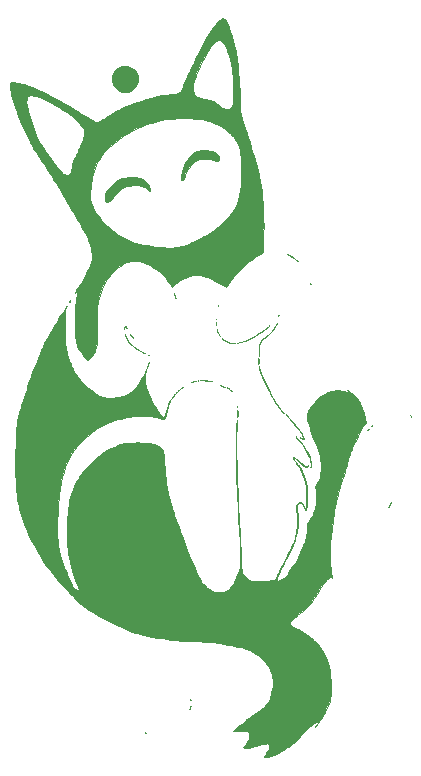
<source format=gbr>
%TF.GenerationSoftware,KiCad,Pcbnew,(6.0.4)*%
%TF.CreationDate,2022-09-08T21:09:09+03:00*%
%TF.ProjectId,purrCat2032,70757272-4361-4743-9230-33322e6b6963,rev?*%
%TF.SameCoordinates,Original*%
%TF.FileFunction,Soldermask,Top*%
%TF.FilePolarity,Negative*%
%FSLAX46Y46*%
G04 Gerber Fmt 4.6, Leading zero omitted, Abs format (unit mm)*
G04 Created by KiCad (PCBNEW (6.0.4)) date 2022-09-08 21:09:09*
%MOMM*%
%LPD*%
G01*
G04 APERTURE LIST*
%ADD10C,0.010000*%
%ADD11C,2.200000*%
G04 APERTURE END LIST*
%TO.C,Ref\u002A\u002A*%
G36*
X41514887Y-34572003D02*
G01*
X41504303Y-34582586D01*
X41493720Y-34572003D01*
X41504303Y-34561420D01*
X41514887Y-34572003D01*
G37*
D10*
X41514887Y-34572003D02*
X41504303Y-34582586D01*
X41493720Y-34572003D01*
X41504303Y-34561420D01*
X41514887Y-34572003D01*
G36*
X37572154Y-41956965D02*
G01*
X37565841Y-41966585D01*
X37544373Y-41968082D01*
X37521787Y-41962912D01*
X37531584Y-41955294D01*
X37564665Y-41952770D01*
X37572154Y-41956965D01*
G37*
X37572154Y-41956965D02*
X37565841Y-41966585D01*
X37544373Y-41968082D01*
X37521787Y-41962912D01*
X37531584Y-41955294D01*
X37564665Y-41952770D01*
X37572154Y-41956965D01*
G36*
X28285720Y-42255503D02*
G01*
X28275137Y-42266086D01*
X28264553Y-42255503D01*
X28275137Y-42244920D01*
X28285720Y-42255503D01*
G37*
X28285720Y-42255503D02*
X28275137Y-42266086D01*
X28264553Y-42255503D01*
X28275137Y-42244920D01*
X28285720Y-42255503D01*
G36*
X31901949Y-38008339D02*
G01*
X31914291Y-38044848D01*
X31921753Y-38089148D01*
X31919375Y-38110320D01*
X31908491Y-38099500D01*
X31896148Y-38062991D01*
X31888686Y-38018691D01*
X31891064Y-37997519D01*
X31901949Y-38008339D01*
G37*
X31901949Y-38008339D02*
X31914291Y-38044848D01*
X31921753Y-38089148D01*
X31919375Y-38110320D01*
X31908491Y-38099500D01*
X31896148Y-38062991D01*
X31888686Y-38018691D01*
X31891064Y-37997519D01*
X31901949Y-38008339D01*
G36*
X33730845Y-45257735D02*
G01*
X33733504Y-45265460D01*
X33704387Y-45268411D01*
X33674338Y-45265084D01*
X33677928Y-45257735D01*
X33721264Y-45254939D01*
X33730845Y-45257735D01*
G37*
X33730845Y-45257735D02*
X33733504Y-45265460D01*
X33704387Y-45268411D01*
X33674338Y-45265084D01*
X33677928Y-45257735D01*
X33721264Y-45254939D01*
X33730845Y-45257735D01*
G36*
X34587381Y-25753536D02*
G01*
X34600524Y-25754631D01*
X34856029Y-25786119D01*
X35073928Y-25834527D01*
X35255672Y-25900449D01*
X35402714Y-25984479D01*
X35516506Y-26087212D01*
X35563464Y-26148892D01*
X35631453Y-26267699D01*
X35664231Y-26368995D01*
X35662134Y-26458260D01*
X35625495Y-26540976D01*
X35590137Y-26586341D01*
X35542279Y-26631351D01*
X35494479Y-26649400D01*
X35442944Y-26650821D01*
X35382836Y-26640641D01*
X35300011Y-26616670D01*
X35209863Y-26583538D01*
X35186076Y-26573541D01*
X35060577Y-26522934D01*
X34949066Y-26488218D01*
X34839085Y-26467402D01*
X34718179Y-26458496D01*
X34573890Y-26459509D01*
X34493598Y-26462889D01*
X34286697Y-26474800D01*
X34115939Y-26489432D01*
X33975139Y-26508885D01*
X33858111Y-26535260D01*
X33758669Y-26570658D01*
X33670629Y-26617183D01*
X33587805Y-26676934D01*
X33504011Y-26752013D01*
X33433567Y-26823016D01*
X33249403Y-27026757D01*
X33099216Y-27220745D01*
X32978356Y-27412544D01*
X32882172Y-27609723D01*
X32806014Y-27819845D01*
X32791987Y-27866815D01*
X32753213Y-27997566D01*
X32720979Y-28092880D01*
X32691278Y-28158319D01*
X32660102Y-28199444D01*
X32623442Y-28221817D01*
X32577291Y-28230999D01*
X32528393Y-28232586D01*
X32466247Y-28221533D01*
X32423540Y-28182123D01*
X32420509Y-28177613D01*
X32402671Y-28144970D01*
X32395014Y-28109490D01*
X32397029Y-28059090D01*
X32408207Y-27981689D01*
X32411439Y-27962253D01*
X32436466Y-27836581D01*
X32472926Y-27684041D01*
X32517325Y-27517380D01*
X32566167Y-27349345D01*
X32615958Y-27192681D01*
X32646653Y-27104418D01*
X32703878Y-26973214D01*
X32785230Y-26822954D01*
X32884883Y-26661743D01*
X32997008Y-26497687D01*
X33115778Y-26338891D01*
X33235368Y-26193462D01*
X33349948Y-26069504D01*
X33453693Y-25975123D01*
X33464731Y-25966481D01*
X33599153Y-25879042D01*
X33748382Y-25813552D01*
X33917118Y-25769133D01*
X34110062Y-25744908D01*
X34331916Y-25740002D01*
X34587381Y-25753536D01*
G37*
X34587381Y-25753536D02*
X34600524Y-25754631D01*
X34856029Y-25786119D01*
X35073928Y-25834527D01*
X35255672Y-25900449D01*
X35402714Y-25984479D01*
X35516506Y-26087212D01*
X35563464Y-26148892D01*
X35631453Y-26267699D01*
X35664231Y-26368995D01*
X35662134Y-26458260D01*
X35625495Y-26540976D01*
X35590137Y-26586341D01*
X35542279Y-26631351D01*
X35494479Y-26649400D01*
X35442944Y-26650821D01*
X35382836Y-26640641D01*
X35300011Y-26616670D01*
X35209863Y-26583538D01*
X35186076Y-26573541D01*
X35060577Y-26522934D01*
X34949066Y-26488218D01*
X34839085Y-26467402D01*
X34718179Y-26458496D01*
X34573890Y-26459509D01*
X34493598Y-26462889D01*
X34286697Y-26474800D01*
X34115939Y-26489432D01*
X33975139Y-26508885D01*
X33858111Y-26535260D01*
X33758669Y-26570658D01*
X33670629Y-26617183D01*
X33587805Y-26676934D01*
X33504011Y-26752013D01*
X33433567Y-26823016D01*
X33249403Y-27026757D01*
X33099216Y-27220745D01*
X32978356Y-27412544D01*
X32882172Y-27609723D01*
X32806014Y-27819845D01*
X32791987Y-27866815D01*
X32753213Y-27997566D01*
X32720979Y-28092880D01*
X32691278Y-28158319D01*
X32660102Y-28199444D01*
X32623442Y-28221817D01*
X32577291Y-28230999D01*
X32528393Y-28232586D01*
X32466247Y-28221533D01*
X32423540Y-28182123D01*
X32420509Y-28177613D01*
X32402671Y-28144970D01*
X32395014Y-28109490D01*
X32397029Y-28059090D01*
X32408207Y-27981689D01*
X32411439Y-27962253D01*
X32436466Y-27836581D01*
X32472926Y-27684041D01*
X32517325Y-27517380D01*
X32566167Y-27349345D01*
X32615958Y-27192681D01*
X32646653Y-27104418D01*
X32703878Y-26973214D01*
X32785230Y-26822954D01*
X32884883Y-26661743D01*
X32997008Y-26497687D01*
X33115778Y-26338891D01*
X33235368Y-26193462D01*
X33349948Y-26069504D01*
X33453693Y-25975123D01*
X33464731Y-25966481D01*
X33599153Y-25879042D01*
X33748382Y-25813552D01*
X33917118Y-25769133D01*
X34110062Y-25744908D01*
X34331916Y-25740002D01*
X34587381Y-25753536D01*
G36*
X41843508Y-34758562D02*
G01*
X41858845Y-34770386D01*
X41888160Y-34796497D01*
X41895887Y-34807428D01*
X41885590Y-34813764D01*
X41857452Y-34786573D01*
X41850853Y-34778378D01*
X41832547Y-34753306D01*
X41843508Y-34758562D01*
G37*
X41843508Y-34758562D02*
X41858845Y-34770386D01*
X41888160Y-34796497D01*
X41895887Y-34807428D01*
X41885590Y-34813764D01*
X41857452Y-34786573D01*
X41850853Y-34778378D01*
X41832547Y-34753306D01*
X41843508Y-34758562D01*
G36*
X42548783Y-50063982D02*
G01*
X42571328Y-50083658D01*
X42573220Y-50088419D01*
X42563175Y-50097118D01*
X42542261Y-50077625D01*
X42539449Y-50073316D01*
X42536954Y-50058831D01*
X42548783Y-50063982D01*
G37*
X42548783Y-50063982D02*
X42571328Y-50083658D01*
X42573220Y-50088419D01*
X42563175Y-50097118D01*
X42542261Y-50077625D01*
X42539449Y-50073316D01*
X42536954Y-50058831D01*
X42548783Y-50063982D01*
G36*
X39009340Y-44027916D02*
G01*
X39019628Y-44081874D01*
X39041843Y-44179203D01*
X39080775Y-44303349D01*
X39136985Y-44455617D01*
X39211036Y-44637311D01*
X39303489Y-44849736D01*
X39414905Y-45094196D01*
X39545847Y-45371996D01*
X39696876Y-45684442D01*
X39800869Y-45896170D01*
X39952953Y-46201829D01*
X40089886Y-46471717D01*
X40213448Y-46708861D01*
X40325422Y-46916288D01*
X40427586Y-47097027D01*
X40521724Y-47254104D01*
X40609614Y-47390548D01*
X40693039Y-47509387D01*
X40773779Y-47613648D01*
X40853615Y-47706359D01*
X40886266Y-47741489D01*
X40946697Y-47806041D01*
X40993108Y-47857420D01*
X41019820Y-47889227D01*
X41023738Y-47896420D01*
X41005906Y-47882167D01*
X40965569Y-47843737D01*
X40909401Y-47787617D01*
X40865859Y-47742961D01*
X40739571Y-47597567D01*
X40602712Y-47411977D01*
X40455200Y-47186055D01*
X40296953Y-46919669D01*
X40127888Y-46612685D01*
X39947922Y-46264970D01*
X39925733Y-46220787D01*
X39860213Y-46092259D01*
X39787611Y-45953646D01*
X39715864Y-45819881D01*
X39652906Y-45705896D01*
X39640763Y-45684503D01*
X39590645Y-45590061D01*
X39529251Y-45463462D01*
X39460002Y-45312249D01*
X39386322Y-45143962D01*
X39311633Y-44966145D01*
X39283947Y-44898257D01*
X39202912Y-44696011D01*
X39137577Y-44528410D01*
X39086587Y-44391350D01*
X39048589Y-44280731D01*
X39022225Y-44192450D01*
X39006142Y-44122407D01*
X38998984Y-44066498D01*
X38998528Y-44034347D01*
X39002062Y-44010398D01*
X39009340Y-44027916D01*
G37*
X39009340Y-44027916D02*
X39019628Y-44081874D01*
X39041843Y-44179203D01*
X39080775Y-44303349D01*
X39136985Y-44455617D01*
X39211036Y-44637311D01*
X39303489Y-44849736D01*
X39414905Y-45094196D01*
X39545847Y-45371996D01*
X39696876Y-45684442D01*
X39800869Y-45896170D01*
X39952953Y-46201829D01*
X40089886Y-46471717D01*
X40213448Y-46708861D01*
X40325422Y-46916288D01*
X40427586Y-47097027D01*
X40521724Y-47254104D01*
X40609614Y-47390548D01*
X40693039Y-47509387D01*
X40773779Y-47613648D01*
X40853615Y-47706359D01*
X40886266Y-47741489D01*
X40946697Y-47806041D01*
X40993108Y-47857420D01*
X41019820Y-47889227D01*
X41023738Y-47896420D01*
X41005906Y-47882167D01*
X40965569Y-47843737D01*
X40909401Y-47787617D01*
X40865859Y-47742961D01*
X40739571Y-47597567D01*
X40602712Y-47411977D01*
X40455200Y-47186055D01*
X40296953Y-46919669D01*
X40127888Y-46612685D01*
X39947922Y-46264970D01*
X39925733Y-46220787D01*
X39860213Y-46092259D01*
X39787611Y-45953646D01*
X39715864Y-45819881D01*
X39652906Y-45705896D01*
X39640763Y-45684503D01*
X39590645Y-45590061D01*
X39529251Y-45463462D01*
X39460002Y-45312249D01*
X39386322Y-45143962D01*
X39311633Y-44966145D01*
X39283947Y-44898257D01*
X39202912Y-44696011D01*
X39137577Y-44528410D01*
X39086587Y-44391350D01*
X39048589Y-44280731D01*
X39022225Y-44192450D01*
X39006142Y-44122407D01*
X38998984Y-44066498D01*
X38998528Y-44034347D01*
X39002062Y-44010398D01*
X39009340Y-44027916D01*
G36*
X28622065Y-28035201D02*
G01*
X28804107Y-28056782D01*
X28959187Y-28091490D01*
X29090959Y-28139446D01*
X29178787Y-28191722D01*
X29280522Y-28272986D01*
X29388947Y-28375535D01*
X29496847Y-28491671D01*
X29597006Y-28613692D01*
X29682208Y-28733898D01*
X29738071Y-28830058D01*
X29799493Y-28962823D01*
X29833874Y-29065098D01*
X29841144Y-29136386D01*
X29821232Y-29176191D01*
X29788794Y-29185086D01*
X29756996Y-29171392D01*
X29703656Y-29134590D01*
X29637566Y-29081098D01*
X29596999Y-29045086D01*
X29481986Y-28948554D01*
X29368977Y-28875497D01*
X29244193Y-28818669D01*
X29093855Y-28770826D01*
X29056405Y-28760896D01*
X28834577Y-28720190D01*
X28589950Y-28704191D01*
X28333476Y-28712055D01*
X28076107Y-28742932D01*
X27828794Y-28795978D01*
X27602489Y-28870343D01*
X27593276Y-28874055D01*
X27446079Y-28945665D01*
X27297489Y-29042446D01*
X27144340Y-29167196D01*
X26983467Y-29322711D01*
X26811705Y-29511788D01*
X26648143Y-29709274D01*
X26547343Y-29833051D01*
X26465872Y-29926622D01*
X26398553Y-29994298D01*
X26340205Y-30040391D01*
X26285652Y-30069212D01*
X26229714Y-30085073D01*
X26190299Y-30090462D01*
X26123782Y-30093729D01*
X26079767Y-30083229D01*
X26039106Y-30052769D01*
X26021858Y-30035981D01*
X25985692Y-29995319D01*
X25966291Y-29955463D01*
X25958570Y-29900873D01*
X25957387Y-29838942D01*
X25972883Y-29671457D01*
X26016288Y-29489563D01*
X26082976Y-29305936D01*
X26168320Y-29133252D01*
X26267694Y-28984186D01*
X26270763Y-28980313D01*
X26461933Y-28757187D01*
X26653227Y-28569689D01*
X26851941Y-28411723D01*
X27065376Y-28277198D01*
X27193155Y-28210271D01*
X27290465Y-28163778D01*
X27376268Y-28126908D01*
X27457679Y-28098328D01*
X27541813Y-28076703D01*
X27635783Y-28060700D01*
X27746705Y-28048985D01*
X27881691Y-28040225D01*
X28047857Y-28033085D01*
X28158720Y-28029246D01*
X28408467Y-28026203D01*
X28622065Y-28035201D01*
G37*
X28622065Y-28035201D02*
X28804107Y-28056782D01*
X28959187Y-28091490D01*
X29090959Y-28139446D01*
X29178787Y-28191722D01*
X29280522Y-28272986D01*
X29388947Y-28375535D01*
X29496847Y-28491671D01*
X29597006Y-28613692D01*
X29682208Y-28733898D01*
X29738071Y-28830058D01*
X29799493Y-28962823D01*
X29833874Y-29065098D01*
X29841144Y-29136386D01*
X29821232Y-29176191D01*
X29788794Y-29185086D01*
X29756996Y-29171392D01*
X29703656Y-29134590D01*
X29637566Y-29081098D01*
X29596999Y-29045086D01*
X29481986Y-28948554D01*
X29368977Y-28875497D01*
X29244193Y-28818669D01*
X29093855Y-28770826D01*
X29056405Y-28760896D01*
X28834577Y-28720190D01*
X28589950Y-28704191D01*
X28333476Y-28712055D01*
X28076107Y-28742932D01*
X27828794Y-28795978D01*
X27602489Y-28870343D01*
X27593276Y-28874055D01*
X27446079Y-28945665D01*
X27297489Y-29042446D01*
X27144340Y-29167196D01*
X26983467Y-29322711D01*
X26811705Y-29511788D01*
X26648143Y-29709274D01*
X26547343Y-29833051D01*
X26465872Y-29926622D01*
X26398553Y-29994298D01*
X26340205Y-30040391D01*
X26285652Y-30069212D01*
X26229714Y-30085073D01*
X26190299Y-30090462D01*
X26123782Y-30093729D01*
X26079767Y-30083229D01*
X26039106Y-30052769D01*
X26021858Y-30035981D01*
X25985692Y-29995319D01*
X25966291Y-29955463D01*
X25958570Y-29900873D01*
X25957387Y-29838942D01*
X25972883Y-29671457D01*
X26016288Y-29489563D01*
X26082976Y-29305936D01*
X26168320Y-29133252D01*
X26267694Y-28984186D01*
X26270763Y-28980313D01*
X26461933Y-28757187D01*
X26653227Y-28569689D01*
X26851941Y-28411723D01*
X27065376Y-28277198D01*
X27193155Y-28210271D01*
X27290465Y-28163778D01*
X27376268Y-28126908D01*
X27457679Y-28098328D01*
X27541813Y-28076703D01*
X27635783Y-28060700D01*
X27746705Y-28048985D01*
X27881691Y-28040225D01*
X28047857Y-28033085D01*
X28158720Y-28029246D01*
X28408467Y-28026203D01*
X28622065Y-28035201D01*
G36*
X40301746Y-40819259D02*
G01*
X40297803Y-40826753D01*
X40277860Y-40846967D01*
X40274138Y-40847920D01*
X40272694Y-40834247D01*
X40276637Y-40826753D01*
X40296580Y-40806539D01*
X40300302Y-40805586D01*
X40301746Y-40819259D01*
G37*
X40301746Y-40819259D02*
X40297803Y-40826753D01*
X40277860Y-40846967D01*
X40274138Y-40847920D01*
X40272694Y-40834247D01*
X40276637Y-40826753D01*
X40296580Y-40806539D01*
X40300302Y-40805586D01*
X40301746Y-40819259D01*
G36*
X36451903Y-41984907D02*
G01*
X36466637Y-41990920D01*
X36490493Y-42005356D01*
X36477220Y-42010274D01*
X36432034Y-42000279D01*
X36413720Y-41990920D01*
X36397096Y-41975046D01*
X36412485Y-41973042D01*
X36451903Y-41984907D01*
G37*
X36451903Y-41984907D02*
X36466637Y-41990920D01*
X36490493Y-42005356D01*
X36477220Y-42010274D01*
X36432034Y-42000279D01*
X36413720Y-41990920D01*
X36397096Y-41975046D01*
X36412485Y-41973042D01*
X36451903Y-41984907D01*
G36*
X50214387Y-55527003D02*
G01*
X50203803Y-55537586D01*
X50193220Y-55527003D01*
X50203803Y-55516420D01*
X50214387Y-55527003D01*
G37*
X50214387Y-55527003D02*
X50203803Y-55537586D01*
X50193220Y-55527003D01*
X50203803Y-55516420D01*
X50214387Y-55527003D01*
G36*
X28515283Y-42422815D02*
G01*
X28537828Y-42442491D01*
X28539720Y-42447252D01*
X28529675Y-42455952D01*
X28508761Y-42436458D01*
X28505949Y-42432149D01*
X28503454Y-42417665D01*
X28515283Y-42422815D01*
G37*
X28515283Y-42422815D02*
X28537828Y-42442491D01*
X28539720Y-42447252D01*
X28529675Y-42455952D01*
X28508761Y-42436458D01*
X28505949Y-42432149D01*
X28503454Y-42417665D01*
X28515283Y-42422815D01*
G36*
X43878911Y-74429375D02*
G01*
X43867086Y-74444711D01*
X43836191Y-74477619D01*
X43822401Y-74477475D01*
X43822053Y-74473761D01*
X43836518Y-74456093D01*
X43859095Y-74436720D01*
X43884167Y-74418414D01*
X43878911Y-74429375D01*
G37*
X43878911Y-74429375D02*
X43867086Y-74444711D01*
X43836191Y-74477619D01*
X43822401Y-74477475D01*
X43822053Y-74473761D01*
X43836518Y-74456093D01*
X43859095Y-74436720D01*
X43884167Y-74418414D01*
X43878911Y-74429375D01*
G36*
X36364331Y-41955642D02*
G01*
X36361425Y-41968225D01*
X36350220Y-41969753D01*
X36332797Y-41962008D01*
X36336109Y-41955642D01*
X36361229Y-41953108D01*
X36364331Y-41955642D01*
G37*
X36364331Y-41955642D02*
X36361425Y-41968225D01*
X36350220Y-41969753D01*
X36332797Y-41962008D01*
X36336109Y-41955642D01*
X36361229Y-41953108D01*
X36364331Y-41955642D01*
G36*
X41928175Y-34822062D02*
G01*
X41943512Y-34833886D01*
X41976419Y-34864781D01*
X41976276Y-34878572D01*
X41972562Y-34878920D01*
X41954893Y-34864455D01*
X41935520Y-34841878D01*
X41917214Y-34816806D01*
X41928175Y-34822062D01*
G37*
X41928175Y-34822062D02*
X41943512Y-34833886D01*
X41976419Y-34864781D01*
X41976276Y-34878572D01*
X41972562Y-34878920D01*
X41954893Y-34864455D01*
X41935520Y-34841878D01*
X41917214Y-34816806D01*
X41928175Y-34822062D01*
G36*
X40562387Y-40350503D02*
G01*
X40551803Y-40361086D01*
X40541220Y-40350503D01*
X40551803Y-40339920D01*
X40562387Y-40350503D01*
G37*
X40562387Y-40350503D02*
X40551803Y-40361086D01*
X40541220Y-40350503D01*
X40551803Y-40339920D01*
X40562387Y-40350503D01*
G36*
X46552553Y-46065503D02*
G01*
X46541970Y-46076086D01*
X46531387Y-46065503D01*
X46541970Y-46054920D01*
X46552553Y-46065503D01*
G37*
X46552553Y-46065503D02*
X46541970Y-46076086D01*
X46531387Y-46065503D01*
X46541970Y-46054920D01*
X46552553Y-46065503D01*
G36*
X51798616Y-48158982D02*
G01*
X51821339Y-48180294D01*
X51816678Y-48192547D01*
X51813719Y-48192753D01*
X51795816Y-48177719D01*
X51789282Y-48168316D01*
X51786787Y-48153831D01*
X51798616Y-48158982D01*
G37*
X51798616Y-48158982D02*
X51821339Y-48180294D01*
X51816678Y-48192547D01*
X51813719Y-48192753D01*
X51795816Y-48177719D01*
X51789282Y-48168316D01*
X51786787Y-48153831D01*
X51798616Y-48158982D01*
G36*
X29697204Y-43690244D02*
G01*
X29679815Y-43761445D01*
X29652834Y-43853895D01*
X29619002Y-43958439D01*
X29581058Y-44065922D01*
X29564077Y-44110983D01*
X29528417Y-44201312D01*
X29499460Y-44270385D01*
X29479165Y-44314150D01*
X29469491Y-44328551D01*
X29472396Y-44309537D01*
X29478787Y-44287503D01*
X29499158Y-44223703D01*
X29526898Y-44140307D01*
X29559325Y-44044976D01*
X29593756Y-43945371D01*
X29627508Y-43849153D01*
X29657898Y-43763982D01*
X29682242Y-43697518D01*
X29697857Y-43657423D01*
X29702260Y-43649448D01*
X29697204Y-43690244D01*
G37*
X29697204Y-43690244D02*
X29679815Y-43761445D01*
X29652834Y-43853895D01*
X29619002Y-43958439D01*
X29581058Y-44065922D01*
X29564077Y-44110983D01*
X29528417Y-44201312D01*
X29499460Y-44270385D01*
X29479165Y-44314150D01*
X29469491Y-44328551D01*
X29472396Y-44309537D01*
X29478787Y-44287503D01*
X29499158Y-44223703D01*
X29526898Y-44140307D01*
X29559325Y-44044976D01*
X29593756Y-43945371D01*
X29627508Y-43849153D01*
X29657898Y-43763982D01*
X29682242Y-43697518D01*
X29697857Y-43657423D01*
X29702260Y-43649448D01*
X29697204Y-43690244D01*
G36*
X42488553Y-50023670D02*
G01*
X42477970Y-50034253D01*
X42467387Y-50023670D01*
X42477970Y-50013086D01*
X42488553Y-50023670D01*
G37*
X42488553Y-50023670D02*
X42477970Y-50034253D01*
X42467387Y-50023670D01*
X42477970Y-50013086D01*
X42488553Y-50023670D01*
G36*
X27812998Y-40770308D02*
G01*
X27815531Y-40795428D01*
X27812998Y-40798531D01*
X27800414Y-40795625D01*
X27798887Y-40784420D01*
X27806631Y-40766997D01*
X27812998Y-40770308D01*
G37*
X27812998Y-40770308D02*
X27815531Y-40795428D01*
X27812998Y-40798531D01*
X27800414Y-40795625D01*
X27798887Y-40784420D01*
X27806631Y-40766997D01*
X27812998Y-40770308D01*
G36*
X35567053Y-38911170D02*
G01*
X35556470Y-38921753D01*
X35545887Y-38911170D01*
X35556470Y-38900586D01*
X35567053Y-38911170D01*
G37*
X35567053Y-38911170D02*
X35556470Y-38921753D01*
X35545887Y-38911170D01*
X35556470Y-38900586D01*
X35567053Y-38911170D01*
G36*
X39010579Y-41242592D02*
G01*
X39006637Y-41250086D01*
X38986693Y-41270300D01*
X38982971Y-41271253D01*
X38981527Y-41257580D01*
X38985470Y-41250086D01*
X39005413Y-41229872D01*
X39009135Y-41228920D01*
X39010579Y-41242592D01*
G37*
X39010579Y-41242592D02*
X39006637Y-41250086D01*
X38986693Y-41270300D01*
X38982971Y-41271253D01*
X38981527Y-41257580D01*
X38985470Y-41250086D01*
X39005413Y-41229872D01*
X39009135Y-41228920D01*
X39010579Y-41242592D01*
G36*
X37634331Y-41934475D02*
G01*
X37631425Y-41947059D01*
X37620220Y-41948586D01*
X37602797Y-41940842D01*
X37606109Y-41934475D01*
X37631229Y-41931942D01*
X37634331Y-41934475D01*
G37*
X37634331Y-41934475D02*
X37631425Y-41947059D01*
X37620220Y-41948586D01*
X37602797Y-41940842D01*
X37606109Y-41934475D01*
X37631229Y-41931942D01*
X37634331Y-41934475D01*
G36*
X23438553Y-37852836D02*
G01*
X23427970Y-37863420D01*
X23417387Y-37852836D01*
X23427970Y-37842253D01*
X23438553Y-37852836D01*
G37*
X23438553Y-37852836D02*
X23427970Y-37863420D01*
X23417387Y-37852836D01*
X23427970Y-37842253D01*
X23438553Y-37852836D01*
G36*
X36029449Y-41766648D02*
G01*
X36052173Y-41787961D01*
X36047511Y-41800213D01*
X36044552Y-41800420D01*
X36026649Y-41785385D01*
X36020115Y-41775982D01*
X36017620Y-41761498D01*
X36029449Y-41766648D01*
G37*
X36029449Y-41766648D02*
X36052173Y-41787961D01*
X36047511Y-41800213D01*
X36044552Y-41800420D01*
X36026649Y-41785385D01*
X36020115Y-41775982D01*
X36017620Y-41761498D01*
X36029449Y-41766648D01*
G36*
X40456553Y-40562170D02*
G01*
X40445970Y-40572753D01*
X40435387Y-40562170D01*
X40445970Y-40551586D01*
X40456553Y-40562170D01*
G37*
X40456553Y-40562170D02*
X40445970Y-40572753D01*
X40435387Y-40562170D01*
X40445970Y-40551586D01*
X40456553Y-40562170D01*
G36*
X50129720Y-55696336D02*
G01*
X50119137Y-55706920D01*
X50108553Y-55696336D01*
X50119137Y-55685753D01*
X50129720Y-55696336D01*
G37*
X50129720Y-55696336D02*
X50119137Y-55706920D01*
X50108553Y-55696336D01*
X50119137Y-55685753D01*
X50129720Y-55696336D01*
G36*
X33238720Y-72777836D02*
G01*
X33228137Y-72788420D01*
X33217553Y-72777836D01*
X33228137Y-72767253D01*
X33238720Y-72777836D01*
G37*
X33238720Y-72777836D02*
X33228137Y-72788420D01*
X33217553Y-72777836D01*
X33228137Y-72767253D01*
X33238720Y-72777836D01*
G36*
X27862387Y-41726336D02*
G01*
X27851803Y-41736920D01*
X27841220Y-41726336D01*
X27851803Y-41715753D01*
X27862387Y-41726336D01*
G37*
X27862387Y-41726336D02*
X27851803Y-41736920D01*
X27841220Y-41726336D01*
X27851803Y-41715753D01*
X27862387Y-41726336D01*
G36*
X27771888Y-40668944D02*
G01*
X27776975Y-40677195D01*
X27796877Y-40721333D01*
X27792577Y-40731677D01*
X27765387Y-40706966D01*
X27756553Y-40696806D01*
X27714220Y-40646836D01*
X27671887Y-40696806D01*
X27641452Y-40725493D01*
X27629619Y-40718960D01*
X27629553Y-40716914D01*
X27646035Y-40669482D01*
X27685367Y-40642950D01*
X27732375Y-40641408D01*
X27771888Y-40668944D01*
G37*
X27771888Y-40668944D02*
X27776975Y-40677195D01*
X27796877Y-40721333D01*
X27792577Y-40731677D01*
X27765387Y-40706966D01*
X27756553Y-40696806D01*
X27714220Y-40646836D01*
X27671887Y-40696806D01*
X27641452Y-40725493D01*
X27629619Y-40718960D01*
X27629553Y-40716914D01*
X27646035Y-40669482D01*
X27685367Y-40642950D01*
X27732375Y-40641408D01*
X27771888Y-40668944D01*
G36*
X40520053Y-40435170D02*
G01*
X40509470Y-40445753D01*
X40498887Y-40435170D01*
X40509470Y-40424586D01*
X40520053Y-40435170D01*
G37*
X40520053Y-40435170D02*
X40509470Y-40445753D01*
X40498887Y-40435170D01*
X40509470Y-40424586D01*
X40520053Y-40435170D01*
G36*
X50023887Y-55908003D02*
G01*
X50013303Y-55918586D01*
X50002720Y-55908003D01*
X50013303Y-55897420D01*
X50023887Y-55908003D01*
G37*
X50023887Y-55908003D02*
X50013303Y-55918586D01*
X50002720Y-55908003D01*
X50013303Y-55897420D01*
X50023887Y-55908003D01*
G36*
X29463998Y-44347475D02*
G01*
X29466531Y-44372595D01*
X29463998Y-44375697D01*
X29451414Y-44372792D01*
X29449887Y-44361586D01*
X29457631Y-44344164D01*
X29463998Y-44347475D01*
G37*
X29463998Y-44347475D02*
X29466531Y-44372595D01*
X29463998Y-44375697D01*
X29451414Y-44372792D01*
X29449887Y-44361586D01*
X29457631Y-44344164D01*
X29463998Y-44347475D01*
G36*
X33613987Y-45280131D02*
G01*
X33607674Y-45289752D01*
X33586206Y-45291248D01*
X33563620Y-45286079D01*
X33573418Y-45278460D01*
X33606499Y-45275937D01*
X33613987Y-45280131D01*
G37*
X33613987Y-45280131D02*
X33607674Y-45289752D01*
X33586206Y-45291248D01*
X33563620Y-45286079D01*
X33573418Y-45278460D01*
X33606499Y-45275937D01*
X33613987Y-45280131D01*
G36*
X35581164Y-38822975D02*
G01*
X35583698Y-38848095D01*
X35581164Y-38851197D01*
X35568581Y-38848292D01*
X35567053Y-38837086D01*
X35574798Y-38819664D01*
X35581164Y-38822975D01*
G37*
X35581164Y-38822975D02*
X35583698Y-38848095D01*
X35581164Y-38851197D01*
X35568581Y-38848292D01*
X35567053Y-38837086D01*
X35574798Y-38819664D01*
X35581164Y-38822975D01*
G36*
X48309387Y-49367503D02*
G01*
X48298803Y-49378086D01*
X48288220Y-49367503D01*
X48298803Y-49356920D01*
X48309387Y-49367503D01*
G37*
X48309387Y-49367503D02*
X48298803Y-49378086D01*
X48288220Y-49367503D01*
X48298803Y-49356920D01*
X48309387Y-49367503D01*
G36*
X46591616Y-46084648D02*
G01*
X46614339Y-46105961D01*
X46609678Y-46118213D01*
X46606719Y-46118420D01*
X46588816Y-46103385D01*
X46582282Y-46093982D01*
X46579787Y-46079498D01*
X46591616Y-46084648D01*
G37*
X46591616Y-46084648D02*
X46614339Y-46105961D01*
X46609678Y-46118213D01*
X46606719Y-46118420D01*
X46588816Y-46103385D01*
X46582282Y-46093982D01*
X46579787Y-46079498D01*
X46591616Y-46084648D01*
G36*
X48584553Y-49071170D02*
G01*
X48573970Y-49081753D01*
X48563387Y-49071170D01*
X48573970Y-49060586D01*
X48584553Y-49071170D01*
G37*
X48584553Y-49071170D02*
X48573970Y-49081753D01*
X48563387Y-49071170D01*
X48573970Y-49060586D01*
X48584553Y-49071170D01*
G36*
X28370387Y-42319003D02*
G01*
X28359803Y-42329586D01*
X28349220Y-42319003D01*
X28359803Y-42308420D01*
X28370387Y-42319003D01*
G37*
X28370387Y-42319003D02*
X28359803Y-42329586D01*
X28349220Y-42319003D01*
X28359803Y-42308420D01*
X28370387Y-42319003D01*
G36*
X38826720Y-41366503D02*
G01*
X38816137Y-41377086D01*
X38805553Y-41366503D01*
X38816137Y-41355920D01*
X38826720Y-41366503D01*
G37*
X38826720Y-41366503D02*
X38816137Y-41377086D01*
X38805553Y-41366503D01*
X38816137Y-41355920D01*
X38826720Y-41366503D01*
G36*
X37980053Y-73899670D02*
G01*
X37969470Y-73910253D01*
X37958887Y-73899670D01*
X37969470Y-73889086D01*
X37980053Y-73899670D01*
G37*
X37980053Y-73899670D02*
X37969470Y-73910253D01*
X37958887Y-73899670D01*
X37969470Y-73889086D01*
X37980053Y-73899670D01*
G36*
X35524720Y-41091336D02*
G01*
X35514137Y-41101920D01*
X35503553Y-41091336D01*
X35514137Y-41080753D01*
X35524720Y-41091336D01*
G37*
X35524720Y-41091336D02*
X35514137Y-41101920D01*
X35503553Y-41091336D01*
X35514137Y-41080753D01*
X35524720Y-41091336D01*
G36*
X23057553Y-38445503D02*
G01*
X23046970Y-38456086D01*
X23036387Y-38445503D01*
X23046970Y-38434920D01*
X23057553Y-38445503D01*
G37*
X23057553Y-38445503D02*
X23046970Y-38456086D01*
X23036387Y-38445503D01*
X23046970Y-38434920D01*
X23057553Y-38445503D01*
G36*
X38551553Y-41535836D02*
G01*
X38540970Y-41546420D01*
X38530387Y-41535836D01*
X38540970Y-41525253D01*
X38551553Y-41535836D01*
G37*
X38551553Y-41535836D02*
X38540970Y-41546420D01*
X38530387Y-41535836D01*
X38540970Y-41525253D01*
X38551553Y-41535836D01*
G36*
X33175220Y-72248670D02*
G01*
X33164637Y-72259253D01*
X33154053Y-72248670D01*
X33164637Y-72238086D01*
X33175220Y-72248670D01*
G37*
X33175220Y-72248670D02*
X33164637Y-72259253D01*
X33154053Y-72248670D01*
X33164637Y-72238086D01*
X33175220Y-72248670D01*
G36*
X33365720Y-45345836D02*
G01*
X33355137Y-45356420D01*
X33344553Y-45345836D01*
X33355137Y-45335253D01*
X33365720Y-45345836D01*
G37*
X33365720Y-45345836D02*
X33355137Y-45356420D01*
X33344553Y-45345836D01*
X33355137Y-45335253D01*
X33365720Y-45345836D01*
G36*
X37190311Y-47393711D02*
G01*
X37193602Y-47447395D01*
X37190311Y-47467795D01*
X37184175Y-47474382D01*
X37180835Y-47445114D01*
X37180631Y-47430753D01*
X37182837Y-47392244D01*
X37188332Y-47387706D01*
X37190311Y-47393711D01*
G37*
X37190311Y-47393711D02*
X37193602Y-47447395D01*
X37190311Y-47467795D01*
X37184175Y-47474382D01*
X37180835Y-47445114D01*
X37180631Y-47430753D01*
X37182837Y-47392244D01*
X37188332Y-47387706D01*
X37190311Y-47393711D01*
G36*
X36092949Y-41808982D02*
G01*
X36115494Y-41828658D01*
X36117387Y-41833419D01*
X36107341Y-41842118D01*
X36086427Y-41822625D01*
X36083615Y-41818316D01*
X36081120Y-41803831D01*
X36092949Y-41808982D01*
G37*
X36092949Y-41808982D02*
X36115494Y-41828658D01*
X36117387Y-41833419D01*
X36107341Y-41842118D01*
X36086427Y-41822625D01*
X36083615Y-41818316D01*
X36081120Y-41803831D01*
X36092949Y-41808982D01*
G36*
X40393053Y-40668003D02*
G01*
X40382470Y-40678586D01*
X40371887Y-40668003D01*
X40382470Y-40657420D01*
X40393053Y-40668003D01*
G37*
X40393053Y-40668003D02*
X40382470Y-40678586D01*
X40371887Y-40668003D01*
X40382470Y-40657420D01*
X40393053Y-40668003D01*
G36*
X27673931Y-41303851D02*
G01*
X27690637Y-41346078D01*
X27717868Y-41417229D01*
X27744175Y-41478949D01*
X27755089Y-41501349D01*
X27771419Y-41540703D01*
X27771939Y-41559255D01*
X27759404Y-41546455D01*
X27735551Y-41504012D01*
X27706724Y-41443671D01*
X27677482Y-41372326D01*
X27657502Y-41311713D01*
X27651483Y-41279189D01*
X27657956Y-41274681D01*
X27673931Y-41303851D01*
G37*
X27673931Y-41303851D02*
X27690637Y-41346078D01*
X27717868Y-41417229D01*
X27744175Y-41478949D01*
X27755089Y-41501349D01*
X27771419Y-41540703D01*
X27771939Y-41559255D01*
X27759404Y-41546455D01*
X27735551Y-41504012D01*
X27706724Y-41443671D01*
X27677482Y-41372326D01*
X27657502Y-41311713D01*
X27651483Y-41279189D01*
X27657956Y-41274681D01*
X27673931Y-41303851D01*
G36*
X36265553Y-41916836D02*
G01*
X36254970Y-41927420D01*
X36244387Y-41916836D01*
X36254970Y-41906253D01*
X36265553Y-41916836D01*
G37*
X36265553Y-41916836D02*
X36254970Y-41927420D01*
X36244387Y-41916836D01*
X36254970Y-41906253D01*
X36265553Y-41916836D01*
G36*
X38763220Y-41408836D02*
G01*
X38752637Y-41419420D01*
X38742053Y-41408836D01*
X38752637Y-41398253D01*
X38763220Y-41408836D01*
G37*
X38763220Y-41408836D02*
X38752637Y-41419420D01*
X38742053Y-41408836D01*
X38752637Y-41398253D01*
X38763220Y-41408836D01*
G36*
X50066220Y-55823336D02*
G01*
X50055637Y-55833920D01*
X50045053Y-55823336D01*
X50055637Y-55812753D01*
X50066220Y-55823336D01*
G37*
X50066220Y-55823336D02*
X50055637Y-55833920D01*
X50045053Y-55823336D01*
X50055637Y-55812753D01*
X50066220Y-55823336D01*
G36*
X31940498Y-38145642D02*
G01*
X31943031Y-38170762D01*
X31940498Y-38173864D01*
X31927914Y-38170958D01*
X31926387Y-38159753D01*
X31934131Y-38142330D01*
X31940498Y-38145642D01*
G37*
X31940498Y-38145642D02*
X31943031Y-38170762D01*
X31940498Y-38173864D01*
X31927914Y-38170958D01*
X31926387Y-38159753D01*
X31934131Y-38142330D01*
X31940498Y-38145642D01*
G36*
X50193220Y-55569336D02*
G01*
X50182637Y-55579920D01*
X50172053Y-55569336D01*
X50182637Y-55558753D01*
X50193220Y-55569336D01*
G37*
X50193220Y-55569336D02*
X50182637Y-55579920D01*
X50172053Y-55569336D01*
X50182637Y-55558753D01*
X50193220Y-55569336D01*
G36*
X42612283Y-50106315D02*
G01*
X42635006Y-50127628D01*
X42630345Y-50139880D01*
X42627386Y-50140086D01*
X42609483Y-50125052D01*
X42602949Y-50115649D01*
X42600454Y-50101165D01*
X42612283Y-50106315D01*
G37*
X42612283Y-50106315D02*
X42635006Y-50127628D01*
X42630345Y-50139880D01*
X42627386Y-50140086D01*
X42609483Y-50125052D01*
X42602949Y-50115649D01*
X42600454Y-50101165D01*
X42612283Y-50106315D01*
G36*
X42158675Y-49947051D02*
G01*
X42155916Y-49971147D01*
X42158424Y-49994673D01*
X42178039Y-50029995D01*
X42218007Y-50081177D01*
X42281573Y-50152287D01*
X42371984Y-50247388D01*
X42397089Y-50273259D01*
X42551454Y-50440465D01*
X42691270Y-50611456D01*
X42822006Y-50794219D01*
X42949133Y-50996743D01*
X43078122Y-51227013D01*
X43165311Y-51394870D01*
X43247251Y-51560853D01*
X43310058Y-51700461D01*
X43356549Y-51823518D01*
X43389541Y-51939850D01*
X43411849Y-52059279D01*
X43426292Y-52191630D01*
X43435190Y-52336128D01*
X43439764Y-52445900D01*
X43440835Y-52520074D01*
X43437888Y-52565278D01*
X43430411Y-52588140D01*
X43417890Y-52595290D01*
X43415112Y-52595420D01*
X43376834Y-52580043D01*
X43353687Y-52558378D01*
X43335430Y-52533346D01*
X43345895Y-52538150D01*
X43359662Y-52548713D01*
X43383111Y-52561510D01*
X43396784Y-52547185D01*
X43407397Y-52498360D01*
X43407818Y-52495797D01*
X43411055Y-52429601D01*
X43406240Y-52333470D01*
X43394868Y-52218712D01*
X43378431Y-52096637D01*
X43358421Y-51978552D01*
X43336334Y-51875766D01*
X43317160Y-51809217D01*
X43270258Y-51691944D01*
X43203309Y-51548420D01*
X43120930Y-51386707D01*
X43027733Y-51214868D01*
X42928336Y-51040966D01*
X42827352Y-50873063D01*
X42729396Y-50719222D01*
X42639084Y-50587505D01*
X42561031Y-50485975D01*
X42557042Y-50481259D01*
X42497134Y-50413920D01*
X42419191Y-50330525D01*
X42335726Y-50244325D01*
X42292762Y-50201277D01*
X42204159Y-50107947D01*
X42149517Y-50036139D01*
X42127667Y-49983749D01*
X42137442Y-49948672D01*
X42147913Y-49940223D01*
X42158675Y-49947051D01*
G37*
X42158675Y-49947051D02*
X42155916Y-49971147D01*
X42158424Y-49994673D01*
X42178039Y-50029995D01*
X42218007Y-50081177D01*
X42281573Y-50152287D01*
X42371984Y-50247388D01*
X42397089Y-50273259D01*
X42551454Y-50440465D01*
X42691270Y-50611456D01*
X42822006Y-50794219D01*
X42949133Y-50996743D01*
X43078122Y-51227013D01*
X43165311Y-51394870D01*
X43247251Y-51560853D01*
X43310058Y-51700461D01*
X43356549Y-51823518D01*
X43389541Y-51939850D01*
X43411849Y-52059279D01*
X43426292Y-52191630D01*
X43435190Y-52336128D01*
X43439764Y-52445900D01*
X43440835Y-52520074D01*
X43437888Y-52565278D01*
X43430411Y-52588140D01*
X43417890Y-52595290D01*
X43415112Y-52595420D01*
X43376834Y-52580043D01*
X43353687Y-52558378D01*
X43335430Y-52533346D01*
X43345895Y-52538150D01*
X43359662Y-52548713D01*
X43383111Y-52561510D01*
X43396784Y-52547185D01*
X43407397Y-52498360D01*
X43407818Y-52495797D01*
X43411055Y-52429601D01*
X43406240Y-52333470D01*
X43394868Y-52218712D01*
X43378431Y-52096637D01*
X43358421Y-51978552D01*
X43336334Y-51875766D01*
X43317160Y-51809217D01*
X43270258Y-51691944D01*
X43203309Y-51548420D01*
X43120930Y-51386707D01*
X43027733Y-51214868D01*
X42928336Y-51040966D01*
X42827352Y-50873063D01*
X42729396Y-50719222D01*
X42639084Y-50587505D01*
X42561031Y-50485975D01*
X42557042Y-50481259D01*
X42497134Y-50413920D01*
X42419191Y-50330525D01*
X42335726Y-50244325D01*
X42292762Y-50201277D01*
X42204159Y-50107947D01*
X42149517Y-50036139D01*
X42127667Y-49983749D01*
X42137442Y-49948672D01*
X42147913Y-49940223D01*
X42158675Y-49947051D01*
G36*
X27883553Y-41768670D02*
G01*
X27872970Y-41779253D01*
X27862387Y-41768670D01*
X27872970Y-41758086D01*
X27883553Y-41768670D01*
G37*
X27883553Y-41768670D02*
X27872970Y-41779253D01*
X27862387Y-41768670D01*
X27872970Y-41758086D01*
X27883553Y-41768670D01*
G36*
X40541220Y-40392836D02*
G01*
X40530637Y-40403420D01*
X40520053Y-40392836D01*
X40530637Y-40382253D01*
X40541220Y-40392836D01*
G37*
X40541220Y-40392836D02*
X40530637Y-40403420D01*
X40520053Y-40392836D01*
X40530637Y-40382253D01*
X40541220Y-40392836D01*
G36*
X32404900Y-45898806D02*
G01*
X32381470Y-45927920D01*
X32349662Y-45959224D01*
X32332575Y-45970253D01*
X32336873Y-45957033D01*
X32360303Y-45927920D01*
X32392111Y-45896615D01*
X32409198Y-45885586D01*
X32404900Y-45898806D01*
G37*
X32404900Y-45898806D02*
X32381470Y-45927920D01*
X32349662Y-45959224D01*
X32332575Y-45970253D01*
X32336873Y-45957033D01*
X32360303Y-45927920D01*
X32392111Y-45896615D01*
X32409198Y-45885586D01*
X32404900Y-45898806D01*
G36*
X35461220Y-40922003D02*
G01*
X35450637Y-40932586D01*
X35440053Y-40922003D01*
X35450637Y-40911420D01*
X35461220Y-40922003D01*
G37*
X35461220Y-40922003D02*
X35450637Y-40932586D01*
X35440053Y-40922003D01*
X35450637Y-40911420D01*
X35461220Y-40922003D01*
G36*
X28200817Y-41433346D02*
G01*
X28240278Y-41469657D01*
X28285720Y-41514670D01*
X28332203Y-41563573D01*
X28361981Y-41597938D01*
X28368617Y-41609920D01*
X28349456Y-41595993D01*
X28309995Y-41559682D01*
X28264553Y-41514670D01*
X28218070Y-41465766D01*
X28188292Y-41431401D01*
X28181656Y-41419420D01*
X28200817Y-41433346D01*
G37*
X28200817Y-41433346D02*
X28240278Y-41469657D01*
X28285720Y-41514670D01*
X28332203Y-41563573D01*
X28361981Y-41597938D01*
X28368617Y-41609920D01*
X28349456Y-41595993D01*
X28309995Y-41559682D01*
X28264553Y-41514670D01*
X28218070Y-41465766D01*
X28188292Y-41431401D01*
X28181656Y-41419420D01*
X28200817Y-41433346D01*
G36*
X35836133Y-45657714D02*
G01*
X35900033Y-45695590D01*
X35901151Y-45696284D01*
X35978508Y-45736694D01*
X36060789Y-45768332D01*
X36096943Y-45777757D01*
X36191470Y-45796281D01*
X36106521Y-45798600D01*
X36040914Y-45792085D01*
X35973574Y-45764918D01*
X35910729Y-45726274D01*
X35843556Y-45679274D01*
X35808397Y-45651130D01*
X35805755Y-45643419D01*
X35836133Y-45657714D01*
G37*
X35836133Y-45657714D02*
X35900033Y-45695590D01*
X35901151Y-45696284D01*
X35978508Y-45736694D01*
X36060789Y-45768332D01*
X36096943Y-45777757D01*
X36191470Y-45796281D01*
X36106521Y-45798600D01*
X36040914Y-45792085D01*
X35973574Y-45764918D01*
X35910729Y-45726274D01*
X35843556Y-45679274D01*
X35808397Y-45651130D01*
X35805755Y-45643419D01*
X35836133Y-45657714D01*
G36*
X33506831Y-45299975D02*
G01*
X33503925Y-45312559D01*
X33492720Y-45314086D01*
X33475297Y-45306342D01*
X33478609Y-45299975D01*
X33503729Y-45297442D01*
X33506831Y-45299975D01*
G37*
X33506831Y-45299975D02*
X33503925Y-45312559D01*
X33492720Y-45314086D01*
X33475297Y-45306342D01*
X33478609Y-45299975D01*
X33503729Y-45297442D01*
X33506831Y-45299975D01*
G36*
X32575912Y-45772259D02*
G01*
X32571970Y-45779753D01*
X32552026Y-45799967D01*
X32548305Y-45800920D01*
X32546861Y-45787247D01*
X32550803Y-45779753D01*
X32570747Y-45759539D01*
X32574468Y-45758586D01*
X32575912Y-45772259D01*
G37*
X32575912Y-45772259D02*
X32571970Y-45779753D01*
X32552026Y-45799967D01*
X32548305Y-45800920D01*
X32546861Y-45787247D01*
X32550803Y-45779753D01*
X32570747Y-45759539D01*
X32574468Y-45758586D01*
X32575912Y-45772259D01*
G36*
X50150887Y-55654003D02*
G01*
X50140303Y-55664586D01*
X50129720Y-55654003D01*
X50140303Y-55643420D01*
X50150887Y-55654003D01*
G37*
X50150887Y-55654003D02*
X50140303Y-55664586D01*
X50129720Y-55654003D01*
X50140303Y-55643420D01*
X50150887Y-55654003D01*
G36*
X38947079Y-41284925D02*
G01*
X38943137Y-41292420D01*
X38923193Y-41312634D01*
X38919471Y-41313586D01*
X38918027Y-41299914D01*
X38921970Y-41292420D01*
X38941913Y-41272205D01*
X38945635Y-41271253D01*
X38947079Y-41284925D01*
G37*
X38947079Y-41284925D02*
X38943137Y-41292420D01*
X38923193Y-41312634D01*
X38919471Y-41313586D01*
X38918027Y-41299914D01*
X38921970Y-41292420D01*
X38941913Y-41272205D01*
X38945635Y-41271253D01*
X38947079Y-41284925D01*
G36*
X48259733Y-49389537D02*
G01*
X48236549Y-49408668D01*
X48206253Y-49427833D01*
X48175420Y-49441204D01*
X48157110Y-49444309D01*
X48162984Y-49433870D01*
X48186707Y-49419981D01*
X48224720Y-49400952D01*
X48259864Y-49385019D01*
X48259733Y-49389537D01*
G37*
X48259733Y-49389537D02*
X48236549Y-49408668D01*
X48206253Y-49427833D01*
X48175420Y-49441204D01*
X48157110Y-49444309D01*
X48162984Y-49433870D01*
X48186707Y-49419981D01*
X48224720Y-49400952D01*
X48259864Y-49385019D01*
X48259733Y-49389537D01*
G36*
X41472553Y-34550836D02*
G01*
X41461970Y-34561420D01*
X41451387Y-34550836D01*
X41461970Y-34540253D01*
X41472553Y-34550836D01*
G37*
X41472553Y-34550836D02*
X41461970Y-34561420D01*
X41451387Y-34550836D01*
X41461970Y-34540253D01*
X41472553Y-34550836D01*
G36*
X27856978Y-18617176D02*
G01*
X28045495Y-18661688D01*
X28226165Y-18741275D01*
X28394225Y-18856671D01*
X28495984Y-18952873D01*
X28628462Y-19120355D01*
X28720948Y-19298573D01*
X28775258Y-19492114D01*
X28793202Y-19703264D01*
X28778902Y-19902590D01*
X28732652Y-20081426D01*
X28651486Y-20246778D01*
X28532440Y-20405655D01*
X28465998Y-20476625D01*
X28299060Y-20616757D01*
X28115778Y-20718391D01*
X27919179Y-20780669D01*
X27712289Y-20802736D01*
X27498135Y-20783734D01*
X27431308Y-20769506D01*
X27239825Y-20701974D01*
X27063634Y-20598152D01*
X26908302Y-20462949D01*
X26779393Y-20301275D01*
X26682475Y-20118041D01*
X26676788Y-20103914D01*
X26617990Y-19899442D01*
X26601151Y-19692543D01*
X26626165Y-19485522D01*
X26692922Y-19280680D01*
X26718028Y-19226170D01*
X26828016Y-19045665D01*
X26963521Y-18895108D01*
X27119776Y-18775231D01*
X27292015Y-18686767D01*
X27475472Y-18630448D01*
X27665382Y-18607006D01*
X27856978Y-18617176D01*
G37*
X27856978Y-18617176D02*
X28045495Y-18661688D01*
X28226165Y-18741275D01*
X28394225Y-18856671D01*
X28495984Y-18952873D01*
X28628462Y-19120355D01*
X28720948Y-19298573D01*
X28775258Y-19492114D01*
X28793202Y-19703264D01*
X28778902Y-19902590D01*
X28732652Y-20081426D01*
X28651486Y-20246778D01*
X28532440Y-20405655D01*
X28465998Y-20476625D01*
X28299060Y-20616757D01*
X28115778Y-20718391D01*
X27919179Y-20780669D01*
X27712289Y-20802736D01*
X27498135Y-20783734D01*
X27431308Y-20769506D01*
X27239825Y-20701974D01*
X27063634Y-20598152D01*
X26908302Y-20462949D01*
X26779393Y-20301275D01*
X26682475Y-20118041D01*
X26676788Y-20103914D01*
X26617990Y-19899442D01*
X26601151Y-19692543D01*
X26626165Y-19485522D01*
X26692922Y-19280680D01*
X26718028Y-19226170D01*
X26828016Y-19045665D01*
X26963521Y-18895108D01*
X27119776Y-18775231D01*
X27292015Y-18686767D01*
X27475472Y-18630448D01*
X27665382Y-18607006D01*
X27856978Y-18617176D01*
G36*
X22761220Y-38911170D02*
G01*
X22750637Y-38921753D01*
X22740053Y-38911170D01*
X22750637Y-38900586D01*
X22761220Y-38911170D01*
G37*
X22761220Y-38911170D02*
X22750637Y-38921753D01*
X22740053Y-38911170D01*
X22750637Y-38900586D01*
X22761220Y-38911170D01*
G36*
X48626887Y-48986503D02*
G01*
X48616303Y-48997086D01*
X48605720Y-48986503D01*
X48616303Y-48975920D01*
X48626887Y-48986503D01*
G37*
X48626887Y-48986503D02*
X48616303Y-48997086D01*
X48605720Y-48986503D01*
X48616303Y-48975920D01*
X48626887Y-48986503D01*
G36*
X41723283Y-34675815D02*
G01*
X41746006Y-34697128D01*
X41741345Y-34709380D01*
X41738386Y-34709586D01*
X41720483Y-34694552D01*
X41713949Y-34685149D01*
X41711454Y-34670665D01*
X41723283Y-34675815D01*
G37*
X41723283Y-34675815D02*
X41746006Y-34697128D01*
X41741345Y-34709380D01*
X41738386Y-34709586D01*
X41720483Y-34694552D01*
X41713949Y-34685149D01*
X41711454Y-34670665D01*
X41723283Y-34675815D01*
G36*
X39781181Y-40697439D02*
G01*
X39758053Y-40719854D01*
X39712142Y-40759262D01*
X39657154Y-40803677D01*
X39600200Y-40847802D01*
X39548388Y-40886341D01*
X39508829Y-40913997D01*
X39488634Y-40925471D01*
X39493470Y-40916970D01*
X39518535Y-40895113D01*
X39568939Y-40854300D01*
X39636336Y-40801219D01*
X39683970Y-40764331D01*
X39743031Y-40719911D01*
X39776289Y-40697100D01*
X39781181Y-40697439D01*
G37*
X39781181Y-40697439D02*
X39758053Y-40719854D01*
X39712142Y-40759262D01*
X39657154Y-40803677D01*
X39600200Y-40847802D01*
X39548388Y-40886341D01*
X39508829Y-40913997D01*
X39488634Y-40925471D01*
X39493470Y-40916970D01*
X39518535Y-40895113D01*
X39568939Y-40854300D01*
X39636336Y-40801219D01*
X39683970Y-40764331D01*
X39743031Y-40719911D01*
X39776289Y-40697100D01*
X39781181Y-40697439D01*
G36*
X39455079Y-40946259D02*
G01*
X39451137Y-40953753D01*
X39431193Y-40973967D01*
X39427471Y-40974920D01*
X39426027Y-40961247D01*
X39429970Y-40953753D01*
X39449913Y-40933539D01*
X39453635Y-40932586D01*
X39455079Y-40946259D01*
G37*
X39455079Y-40946259D02*
X39451137Y-40953753D01*
X39431193Y-40973967D01*
X39427471Y-40974920D01*
X39426027Y-40961247D01*
X39429970Y-40953753D01*
X39449913Y-40933539D01*
X39453635Y-40932586D01*
X39455079Y-40946259D01*
G36*
X35778720Y-45621003D02*
G01*
X35768137Y-45631586D01*
X35757553Y-45621003D01*
X35768137Y-45610420D01*
X35778720Y-45621003D01*
G37*
X35778720Y-45621003D02*
X35768137Y-45631586D01*
X35757553Y-45621003D01*
X35768137Y-45610420D01*
X35778720Y-45621003D01*
G36*
X37952089Y-41830969D02*
G01*
X37937720Y-41842753D01*
X37899133Y-41860664D01*
X37884803Y-41863271D01*
X37881017Y-41854537D01*
X37895387Y-41842753D01*
X37933974Y-41824842D01*
X37948303Y-41822234D01*
X37952089Y-41830969D01*
G37*
X37952089Y-41830969D02*
X37937720Y-41842753D01*
X37899133Y-41860664D01*
X37884803Y-41863271D01*
X37881017Y-41854537D01*
X37895387Y-41842753D01*
X37933974Y-41824842D01*
X37948303Y-41822234D01*
X37952089Y-41830969D01*
G36*
X36338539Y-45813567D02*
G01*
X36392120Y-45847082D01*
X36459963Y-45894822D01*
X36533109Y-45950144D01*
X36602602Y-46006407D01*
X36659484Y-46056967D01*
X36676972Y-46074392D01*
X36717738Y-46119138D01*
X36728595Y-46135933D01*
X36710910Y-46125348D01*
X36666055Y-46087958D01*
X36627653Y-46053783D01*
X36558659Y-45996016D01*
X36474304Y-45931715D01*
X36408283Y-45885318D01*
X36350796Y-45844756D01*
X36314625Y-45814856D01*
X36306411Y-45801218D01*
X36308177Y-45800920D01*
X36338539Y-45813567D01*
G37*
X36338539Y-45813567D02*
X36392120Y-45847082D01*
X36459963Y-45894822D01*
X36533109Y-45950144D01*
X36602602Y-46006407D01*
X36659484Y-46056967D01*
X36676972Y-46074392D01*
X36717738Y-46119138D01*
X36728595Y-46135933D01*
X36710910Y-46125348D01*
X36666055Y-46087958D01*
X36627653Y-46053783D01*
X36558659Y-45996016D01*
X36474304Y-45931715D01*
X36408283Y-45885318D01*
X36350796Y-45844756D01*
X36314625Y-45814856D01*
X36306411Y-45801218D01*
X36308177Y-45800920D01*
X36338539Y-45813567D01*
G36*
X27841220Y-41684003D02*
G01*
X27830637Y-41694586D01*
X27820053Y-41684003D01*
X27830637Y-41673420D01*
X27841220Y-41684003D01*
G37*
X27841220Y-41684003D02*
X27830637Y-41694586D01*
X27820053Y-41684003D01*
X27830637Y-41673420D01*
X27841220Y-41684003D01*
G36*
X37718998Y-41913308D02*
G01*
X37716092Y-41925892D01*
X37704887Y-41927420D01*
X37687464Y-41919675D01*
X37690775Y-41913308D01*
X37715895Y-41910775D01*
X37718998Y-41913308D01*
G37*
X37718998Y-41913308D02*
X37716092Y-41925892D01*
X37704887Y-41927420D01*
X37687464Y-41919675D01*
X37690775Y-41913308D01*
X37715895Y-41910775D01*
X37718998Y-41913308D01*
G36*
X35542692Y-41144490D02*
G01*
X35566743Y-41185058D01*
X35583953Y-41218801D01*
X35612461Y-41282798D01*
X35619851Y-41310454D01*
X35608223Y-41300823D01*
X35579676Y-41252962D01*
X35566007Y-41226868D01*
X35541348Y-41173847D01*
X35529501Y-41138751D01*
X35529834Y-41132083D01*
X35542692Y-41144490D01*
G37*
X35542692Y-41144490D02*
X35566743Y-41185058D01*
X35583953Y-41218801D01*
X35612461Y-41282798D01*
X35619851Y-41310454D01*
X35608223Y-41300823D01*
X35579676Y-41252962D01*
X35566007Y-41226868D01*
X35541348Y-41173847D01*
X35529501Y-41138751D01*
X35529834Y-41132083D01*
X35542692Y-41144490D01*
G36*
X40498887Y-40477503D02*
G01*
X40488303Y-40488086D01*
X40477720Y-40477503D01*
X40488303Y-40466920D01*
X40498887Y-40477503D01*
G37*
X40498887Y-40477503D02*
X40488303Y-40488086D01*
X40477720Y-40477503D01*
X40488303Y-40466920D01*
X40498887Y-40477503D01*
G36*
X35482387Y-40985503D02*
G01*
X35471803Y-40996086D01*
X35461220Y-40985503D01*
X35471803Y-40974920D01*
X35482387Y-40985503D01*
G37*
X35482387Y-40985503D02*
X35471803Y-40996086D01*
X35461220Y-40985503D01*
X35471803Y-40974920D01*
X35482387Y-40985503D01*
G36*
X39920746Y-40586425D02*
G01*
X39916803Y-40593920D01*
X39896860Y-40614134D01*
X39893138Y-40615086D01*
X39891694Y-40601414D01*
X39895637Y-40593920D01*
X39915580Y-40573705D01*
X39919302Y-40572753D01*
X39920746Y-40586425D01*
G37*
X39920746Y-40586425D02*
X39916803Y-40593920D01*
X39896860Y-40614134D01*
X39893138Y-40615086D01*
X39891694Y-40601414D01*
X39895637Y-40593920D01*
X39915580Y-40573705D01*
X39919302Y-40572753D01*
X39920746Y-40586425D01*
G36*
X31841720Y-37831670D02*
G01*
X31831137Y-37842253D01*
X31820553Y-37831670D01*
X31831137Y-37821086D01*
X31841720Y-37831670D01*
G37*
X31841720Y-37831670D02*
X31831137Y-37842253D01*
X31820553Y-37831670D01*
X31831137Y-37821086D01*
X31841720Y-37831670D01*
G36*
X42806053Y-50066003D02*
G01*
X42795470Y-50076586D01*
X42784887Y-50066003D01*
X42795470Y-50055420D01*
X42806053Y-50066003D01*
G37*
X42806053Y-50066003D02*
X42795470Y-50076586D01*
X42784887Y-50066003D01*
X42795470Y-50055420D01*
X42806053Y-50066003D01*
G36*
X40710553Y-39694336D02*
G01*
X40699970Y-39704920D01*
X40689387Y-39694336D01*
X40699970Y-39683753D01*
X40710553Y-39694336D01*
G37*
X40710553Y-39694336D02*
X40699970Y-39704920D01*
X40689387Y-39694336D01*
X40699970Y-39683753D01*
X40710553Y-39694336D01*
G36*
X33302220Y-45367003D02*
G01*
X33291637Y-45377586D01*
X33281053Y-45367003D01*
X33291637Y-45356420D01*
X33302220Y-45367003D01*
G37*
X33302220Y-45367003D02*
X33291637Y-45377586D01*
X33281053Y-45367003D01*
X33291637Y-45356420D01*
X33302220Y-45367003D01*
G36*
X41786783Y-34718148D02*
G01*
X41809506Y-34739461D01*
X41804845Y-34751713D01*
X41801886Y-34751920D01*
X41783983Y-34736885D01*
X41777449Y-34727482D01*
X41774954Y-34712998D01*
X41786783Y-34718148D01*
G37*
X41786783Y-34718148D02*
X41809506Y-34739461D01*
X41804845Y-34751713D01*
X41801886Y-34751920D01*
X41783983Y-34736885D01*
X41777449Y-34727482D01*
X41774954Y-34712998D01*
X41786783Y-34718148D01*
G36*
X50108553Y-55738670D02*
G01*
X50097970Y-55749253D01*
X50087387Y-55738670D01*
X50097970Y-55728086D01*
X50108553Y-55738670D01*
G37*
X50108553Y-55738670D02*
X50097970Y-55749253D01*
X50087387Y-55738670D01*
X50097970Y-55728086D01*
X50108553Y-55738670D01*
G36*
X29682720Y-43102170D02*
G01*
X29672137Y-43112753D01*
X29661553Y-43102170D01*
X29672137Y-43091586D01*
X29682720Y-43102170D01*
G37*
X29682720Y-43102170D02*
X29672137Y-43112753D01*
X29661553Y-43102170D01*
X29672137Y-43091586D01*
X29682720Y-43102170D01*
G36*
X32491246Y-45835759D02*
G01*
X32487303Y-45843253D01*
X32467360Y-45863467D01*
X32463638Y-45864420D01*
X32462194Y-45850747D01*
X32466137Y-45843253D01*
X32486080Y-45823039D01*
X32489802Y-45822086D01*
X32491246Y-45835759D01*
G37*
X32491246Y-45835759D02*
X32487303Y-45843253D01*
X32467360Y-45863467D01*
X32463638Y-45864420D01*
X32462194Y-45850747D01*
X32466137Y-45843253D01*
X32486080Y-45823039D01*
X32489802Y-45822086D01*
X32491246Y-45835759D01*
G36*
X40362649Y-40715309D02*
G01*
X40350720Y-40742086D01*
X40328861Y-40775351D01*
X40317480Y-40784420D01*
X40317624Y-40768863D01*
X40329553Y-40742086D01*
X40351412Y-40708822D01*
X40362793Y-40699753D01*
X40362649Y-40715309D01*
G37*
X40362649Y-40715309D02*
X40350720Y-40742086D01*
X40328861Y-40775351D01*
X40317480Y-40784420D01*
X40317624Y-40768863D01*
X40329553Y-40742086D01*
X40351412Y-40708822D01*
X40362793Y-40699753D01*
X40362649Y-40715309D01*
G36*
X37381654Y-41999298D02*
G01*
X37375341Y-42008918D01*
X37353873Y-42010415D01*
X37331287Y-42005246D01*
X37341084Y-41997627D01*
X37374165Y-41995104D01*
X37381654Y-41999298D01*
G37*
X37381654Y-41999298D02*
X37375341Y-42008918D01*
X37353873Y-42010415D01*
X37331287Y-42005246D01*
X37341084Y-41997627D01*
X37374165Y-41995104D01*
X37381654Y-41999298D01*
G36*
X33900581Y-45236702D02*
G01*
X33901285Y-45243651D01*
X33868149Y-45246489D01*
X33863137Y-45246460D01*
X33830308Y-45243408D01*
X33833442Y-45236965D01*
X33837081Y-45235918D01*
X33883189Y-45232819D01*
X33900581Y-45236702D01*
G37*
X33900581Y-45236702D02*
X33901285Y-45243651D01*
X33868149Y-45246489D01*
X33863137Y-45246460D01*
X33830308Y-45243408D01*
X33833442Y-45236965D01*
X33837081Y-45235918D01*
X33883189Y-45232819D01*
X33900581Y-45236702D01*
G36*
X41909998Y-51692308D02*
G01*
X41907092Y-51704892D01*
X41895887Y-51706420D01*
X41878464Y-51698675D01*
X41881775Y-51692308D01*
X41906895Y-51689775D01*
X41909998Y-51692308D01*
G37*
X41909998Y-51692308D02*
X41907092Y-51704892D01*
X41895887Y-51706420D01*
X41878464Y-51698675D01*
X41881775Y-51692308D01*
X41906895Y-51689775D01*
X41909998Y-51692308D01*
G36*
X36307887Y-41938003D02*
G01*
X36297303Y-41948586D01*
X36286720Y-41938003D01*
X36297303Y-41927420D01*
X36307887Y-41938003D01*
G37*
X36307887Y-41938003D02*
X36297303Y-41948586D01*
X36286720Y-41938003D01*
X36297303Y-41927420D01*
X36307887Y-41938003D01*
G36*
X35651720Y-41345336D02*
G01*
X35641137Y-41355920D01*
X35630553Y-41345336D01*
X35641137Y-41334753D01*
X35651720Y-41345336D01*
G37*
X35651720Y-41345336D02*
X35641137Y-41355920D01*
X35630553Y-41345336D01*
X35641137Y-41334753D01*
X35651720Y-41345336D01*
G36*
X35392020Y-40291656D02*
G01*
X35395325Y-40371567D01*
X35393571Y-40460009D01*
X35392138Y-40482156D01*
X35388797Y-40506910D01*
X35386123Y-40493079D01*
X35384455Y-40444408D01*
X35384066Y-40392836D01*
X35384772Y-40320990D01*
X35386767Y-40279962D01*
X35389711Y-40274075D01*
X35392020Y-40291656D01*
G37*
X35392020Y-40291656D02*
X35395325Y-40371567D01*
X35393571Y-40460009D01*
X35392138Y-40482156D01*
X35388797Y-40506910D01*
X35386123Y-40493079D01*
X35384455Y-40444408D01*
X35384066Y-40392836D01*
X35384772Y-40320990D01*
X35386767Y-40279962D01*
X35389711Y-40274075D01*
X35392020Y-40291656D01*
G36*
X37845998Y-41870975D02*
G01*
X37843092Y-41883559D01*
X37831887Y-41885086D01*
X37814464Y-41877342D01*
X37817775Y-41870975D01*
X37842895Y-41868442D01*
X37845998Y-41870975D01*
G37*
X37845998Y-41870975D02*
X37843092Y-41883559D01*
X37831887Y-41885086D01*
X37814464Y-41877342D01*
X37817775Y-41870975D01*
X37842895Y-41868442D01*
X37845998Y-41870975D01*
G36*
X28576806Y-42470941D02*
G01*
X28618970Y-42496538D01*
X28678985Y-42536155D01*
X28693046Y-42545756D01*
X28760207Y-42588470D01*
X28854437Y-42643830D01*
X28964882Y-42705671D01*
X29080687Y-42767830D01*
X29121671Y-42789136D01*
X29242619Y-42852210D01*
X29327405Y-42898206D01*
X29375714Y-42926852D01*
X29387231Y-42937879D01*
X29361641Y-42931016D01*
X29298628Y-42905993D01*
X29217053Y-42870963D01*
X29121936Y-42826672D01*
X29023759Y-42776750D01*
X28943418Y-42731834D01*
X28941887Y-42730908D01*
X28869312Y-42685397D01*
X28789984Y-42633211D01*
X28711802Y-42579875D01*
X28642665Y-42530912D01*
X28590474Y-42491845D01*
X28563128Y-42468197D01*
X28560887Y-42464523D01*
X28576806Y-42470941D01*
G37*
X28576806Y-42470941D02*
X28618970Y-42496538D01*
X28678985Y-42536155D01*
X28693046Y-42545756D01*
X28760207Y-42588470D01*
X28854437Y-42643830D01*
X28964882Y-42705671D01*
X29080687Y-42767830D01*
X29121671Y-42789136D01*
X29242619Y-42852210D01*
X29327405Y-42898206D01*
X29375714Y-42926852D01*
X29387231Y-42937879D01*
X29361641Y-42931016D01*
X29298628Y-42905993D01*
X29217053Y-42870963D01*
X29121936Y-42826672D01*
X29023759Y-42776750D01*
X28943418Y-42731834D01*
X28941887Y-42730908D01*
X28869312Y-42685397D01*
X28789984Y-42633211D01*
X28711802Y-42579875D01*
X28642665Y-42530912D01*
X28590474Y-42491845D01*
X28563128Y-42468197D01*
X28560887Y-42464523D01*
X28576806Y-42470941D01*
G36*
X28132262Y-41343325D02*
G01*
X28166179Y-41374230D01*
X28179887Y-41390950D01*
X28170198Y-41396282D01*
X28139927Y-41367836D01*
X28124959Y-41350628D01*
X28084637Y-41303003D01*
X28132262Y-41343325D01*
G37*
X28132262Y-41343325D02*
X28166179Y-41374230D01*
X28179887Y-41390950D01*
X28170198Y-41396282D01*
X28139927Y-41367836D01*
X28124959Y-41350628D01*
X28084637Y-41303003D01*
X28132262Y-41343325D01*
G36*
X42806053Y-50171836D02*
G01*
X42795470Y-50182420D01*
X42784887Y-50171836D01*
X42795470Y-50161253D01*
X42806053Y-50171836D01*
G37*
X42806053Y-50171836D02*
X42795470Y-50182420D01*
X42784887Y-50171836D01*
X42795470Y-50161253D01*
X42806053Y-50171836D01*
G36*
X48563387Y-49113503D02*
G01*
X48552803Y-49124086D01*
X48542220Y-49113503D01*
X48552803Y-49102920D01*
X48563387Y-49113503D01*
G37*
X48563387Y-49113503D02*
X48552803Y-49124086D01*
X48542220Y-49113503D01*
X48552803Y-49102920D01*
X48563387Y-49113503D01*
G36*
X37211181Y-47744192D02*
G01*
X37212688Y-47785295D01*
X37214985Y-47916603D01*
X37215399Y-48065605D01*
X37213927Y-48207702D01*
X37212688Y-48261545D01*
X37210842Y-48308435D01*
X37209189Y-48315542D01*
X37207800Y-48285418D01*
X37206748Y-48220611D01*
X37206106Y-48123673D01*
X37205936Y-48023420D01*
X37206194Y-47902339D01*
X37206919Y-47811326D01*
X37208041Y-47752930D01*
X37209485Y-47729702D01*
X37211181Y-47744192D01*
G37*
X37211181Y-47744192D02*
X37212688Y-47785295D01*
X37214985Y-47916603D01*
X37215399Y-48065605D01*
X37213927Y-48207702D01*
X37212688Y-48261545D01*
X37210842Y-48308435D01*
X37209189Y-48315542D01*
X37207800Y-48285418D01*
X37206748Y-48220611D01*
X37206106Y-48123673D01*
X37205936Y-48023420D01*
X37206194Y-47902339D01*
X37206919Y-47811326D01*
X37208041Y-47752930D01*
X37209485Y-47729702D01*
X37211181Y-47744192D01*
G36*
X38509220Y-41555513D02*
G01*
X38492994Y-41572513D01*
X38466887Y-41588753D01*
X38434160Y-41602378D01*
X38424553Y-41600826D01*
X38440779Y-41583826D01*
X38466887Y-41567586D01*
X38499613Y-41553961D01*
X38509220Y-41555513D01*
G37*
X38509220Y-41555513D02*
X38492994Y-41572513D01*
X38466887Y-41588753D01*
X38434160Y-41602378D01*
X38424553Y-41600826D01*
X38440779Y-41583826D01*
X38466887Y-41567586D01*
X38499613Y-41553961D01*
X38509220Y-41555513D01*
G36*
X41307125Y-48131486D02*
G01*
X41357020Y-48183385D01*
X41365881Y-48192753D01*
X41473004Y-48307648D01*
X41594283Y-48440161D01*
X41722392Y-48582085D01*
X41850010Y-48725210D01*
X41969814Y-48861331D01*
X42074479Y-48982238D01*
X42149606Y-49071170D01*
X42224133Y-49160240D01*
X42300115Y-49249766D01*
X42367102Y-49327494D01*
X42403405Y-49368727D01*
X42437846Y-49413333D01*
X42483761Y-49481311D01*
X42537060Y-49565598D01*
X42593652Y-49659127D01*
X42649445Y-49754835D01*
X42700350Y-49845655D01*
X42742274Y-49924524D01*
X42771127Y-49984377D01*
X42782819Y-50018148D01*
X42782021Y-50022578D01*
X42769764Y-50007774D01*
X42741483Y-49962121D01*
X42701025Y-49892149D01*
X42652237Y-49804387D01*
X42636720Y-49775877D01*
X42548642Y-49628212D01*
X42432913Y-49459746D01*
X42288564Y-49269250D01*
X42114624Y-49055494D01*
X41910123Y-48817248D01*
X41674089Y-48553283D01*
X41655621Y-48533000D01*
X41559574Y-48427134D01*
X41474194Y-48332092D01*
X41401644Y-48250415D01*
X41344090Y-48184646D01*
X41303697Y-48137326D01*
X41282628Y-48110998D01*
X41283049Y-48108204D01*
X41307125Y-48131486D01*
G37*
X41307125Y-48131486D02*
X41357020Y-48183385D01*
X41365881Y-48192753D01*
X41473004Y-48307648D01*
X41594283Y-48440161D01*
X41722392Y-48582085D01*
X41850010Y-48725210D01*
X41969814Y-48861331D01*
X42074479Y-48982238D01*
X42149606Y-49071170D01*
X42224133Y-49160240D01*
X42300115Y-49249766D01*
X42367102Y-49327494D01*
X42403405Y-49368727D01*
X42437846Y-49413333D01*
X42483761Y-49481311D01*
X42537060Y-49565598D01*
X42593652Y-49659127D01*
X42649445Y-49754835D01*
X42700350Y-49845655D01*
X42742274Y-49924524D01*
X42771127Y-49984377D01*
X42782819Y-50018148D01*
X42782021Y-50022578D01*
X42769764Y-50007774D01*
X42741483Y-49962121D01*
X42701025Y-49892149D01*
X42652237Y-49804387D01*
X42636720Y-49775877D01*
X42548642Y-49628212D01*
X42432913Y-49459746D01*
X42288564Y-49269250D01*
X42114624Y-49055494D01*
X41910123Y-48817248D01*
X41674089Y-48553283D01*
X41655621Y-48533000D01*
X41559574Y-48427134D01*
X41474194Y-48332092D01*
X41401644Y-48250415D01*
X41344090Y-48184646D01*
X41303697Y-48137326D01*
X41282628Y-48110998D01*
X41283049Y-48108204D01*
X41307125Y-48131486D01*
G36*
X33214283Y-72267815D02*
G01*
X33237006Y-72289128D01*
X33232345Y-72301380D01*
X33229386Y-72301586D01*
X33211483Y-72286552D01*
X33204949Y-72277149D01*
X33202454Y-72262665D01*
X33214283Y-72267815D01*
G37*
X33214283Y-72267815D02*
X33237006Y-72289128D01*
X33232345Y-72301380D01*
X33229386Y-72301586D01*
X33211483Y-72286552D01*
X33204949Y-72277149D01*
X33202454Y-72262665D01*
X33214283Y-72267815D01*
G36*
X31855831Y-37870475D02*
G01*
X31858364Y-37895595D01*
X31855831Y-37898697D01*
X31843247Y-37895792D01*
X31841720Y-37884586D01*
X31849464Y-37867164D01*
X31855831Y-37870475D01*
G37*
X31855831Y-37870475D02*
X31858364Y-37895595D01*
X31855831Y-37898697D01*
X31843247Y-37895792D01*
X31841720Y-37884586D01*
X31849464Y-37867164D01*
X31855831Y-37870475D01*
G36*
X27820053Y-41641670D02*
G01*
X27809470Y-41652253D01*
X27798887Y-41641670D01*
X27809470Y-41631086D01*
X27820053Y-41641670D01*
G37*
X27820053Y-41641670D02*
X27809470Y-41652253D01*
X27798887Y-41641670D01*
X27809470Y-41631086D01*
X27820053Y-41641670D01*
G36*
X48605720Y-49028836D02*
G01*
X48595137Y-49039420D01*
X48584553Y-49028836D01*
X48595137Y-49018253D01*
X48605720Y-49028836D01*
G37*
X48605720Y-49028836D02*
X48595137Y-49039420D01*
X48584553Y-49028836D01*
X48595137Y-49018253D01*
X48605720Y-49028836D01*
G36*
X38883579Y-41327259D02*
G01*
X38879637Y-41334753D01*
X38859693Y-41354967D01*
X38855971Y-41355920D01*
X38854527Y-41342247D01*
X38858470Y-41334753D01*
X38878413Y-41314539D01*
X38882135Y-41313586D01*
X38883579Y-41327259D01*
G37*
X38883579Y-41327259D02*
X38879637Y-41334753D01*
X38859693Y-41354967D01*
X38855971Y-41355920D01*
X38854527Y-41342247D01*
X38858470Y-41334753D01*
X38878413Y-41314539D01*
X38882135Y-41313586D01*
X38883579Y-41327259D01*
G36*
X34392303Y-45220204D02*
G01*
X34517325Y-45224312D01*
X34632731Y-45229961D01*
X34729633Y-45236576D01*
X34799140Y-45243581D01*
X34826220Y-45248273D01*
X34870150Y-45260773D01*
X34875283Y-45266965D01*
X34845623Y-45269586D01*
X34800181Y-45267129D01*
X34779152Y-45259963D01*
X34755156Y-45255109D01*
X34695951Y-45248985D01*
X34608623Y-45242157D01*
X34500258Y-45235188D01*
X34399916Y-45229727D01*
X34032470Y-45211281D01*
X34392303Y-45220204D01*
G37*
X34392303Y-45220204D02*
X34517325Y-45224312D01*
X34632731Y-45229961D01*
X34729633Y-45236576D01*
X34799140Y-45243581D01*
X34826220Y-45248273D01*
X34870150Y-45260773D01*
X34875283Y-45266965D01*
X34845623Y-45269586D01*
X34800181Y-45267129D01*
X34779152Y-45259963D01*
X34755156Y-45255109D01*
X34695951Y-45248985D01*
X34608623Y-45242157D01*
X34500258Y-45235188D01*
X34399916Y-45229727D01*
X34032470Y-45211281D01*
X34392303Y-45220204D01*
G36*
X40661579Y-39739759D02*
G01*
X40657637Y-39747253D01*
X40637693Y-39767467D01*
X40633971Y-39768420D01*
X40632527Y-39754747D01*
X40636470Y-39747253D01*
X40656413Y-39727039D01*
X40660135Y-39726086D01*
X40661579Y-39739759D01*
G37*
X40661579Y-39739759D02*
X40657637Y-39747253D01*
X40637693Y-39767467D01*
X40633971Y-39768420D01*
X40632527Y-39754747D01*
X40636470Y-39747253D01*
X40656413Y-39727039D01*
X40660135Y-39726086D01*
X40661579Y-39739759D01*
G36*
X51883283Y-48264815D02*
G01*
X51905828Y-48284491D01*
X51907720Y-48289252D01*
X51897675Y-48297952D01*
X51876761Y-48278458D01*
X51873949Y-48274149D01*
X51871454Y-48259665D01*
X51883283Y-48264815D01*
G37*
X51883283Y-48264815D02*
X51905828Y-48284491D01*
X51907720Y-48289252D01*
X51897675Y-48297952D01*
X51876761Y-48278458D01*
X51873949Y-48274149D01*
X51871454Y-48259665D01*
X51883283Y-48264815D01*
G36*
X38657387Y-41472336D02*
G01*
X38646803Y-41482920D01*
X38636220Y-41472336D01*
X38646803Y-41461753D01*
X38657387Y-41472336D01*
G37*
X38657387Y-41472336D02*
X38646803Y-41482920D01*
X38636220Y-41472336D01*
X38646803Y-41461753D01*
X38657387Y-41472336D01*
G36*
X39398220Y-40984213D02*
G01*
X39381849Y-40999914D01*
X39338109Y-41032841D01*
X39275056Y-41077042D01*
X39244762Y-41097531D01*
X39147569Y-41161996D01*
X39082733Y-41203480D01*
X39047969Y-41223338D01*
X39040996Y-41222924D01*
X39048970Y-41213744D01*
X39076591Y-41191451D01*
X39126388Y-41155881D01*
X39189438Y-41112898D01*
X39256822Y-41068364D01*
X39319616Y-41028144D01*
X39368901Y-40998100D01*
X39395753Y-40984095D01*
X39398220Y-40984213D01*
G37*
X39398220Y-40984213D02*
X39381849Y-40999914D01*
X39338109Y-41032841D01*
X39275056Y-41077042D01*
X39244762Y-41097531D01*
X39147569Y-41161996D01*
X39082733Y-41203480D01*
X39047969Y-41223338D01*
X39040996Y-41222924D01*
X39048970Y-41213744D01*
X39076591Y-41191451D01*
X39126388Y-41155881D01*
X39189438Y-41112898D01*
X39256822Y-41068364D01*
X39319616Y-41028144D01*
X39368901Y-40998100D01*
X39395753Y-40984095D01*
X39398220Y-40984213D01*
G36*
X42679053Y-50150670D02*
G01*
X42668470Y-50161253D01*
X42657887Y-50150670D01*
X42668470Y-50140086D01*
X42679053Y-50150670D01*
G37*
X42679053Y-50150670D02*
X42668470Y-50161253D01*
X42657887Y-50150670D01*
X42668470Y-50140086D01*
X42679053Y-50150670D01*
G36*
X35965949Y-41724315D02*
G01*
X35988673Y-41745628D01*
X35984011Y-41757880D01*
X35981052Y-41758086D01*
X35963149Y-41743052D01*
X35956615Y-41733649D01*
X35954120Y-41719165D01*
X35965949Y-41724315D01*
G37*
X35965949Y-41724315D02*
X35988673Y-41745628D01*
X35984011Y-41757880D01*
X35981052Y-41758086D01*
X35963149Y-41743052D01*
X35956615Y-41733649D01*
X35954120Y-41719165D01*
X35965949Y-41724315D01*
G36*
X36159720Y-41853336D02*
G01*
X36149137Y-41863920D01*
X36138553Y-41853336D01*
X36149137Y-41842753D01*
X36159720Y-41853336D01*
G37*
X36159720Y-41853336D02*
X36149137Y-41863920D01*
X36138553Y-41853336D01*
X36149137Y-41842753D01*
X36159720Y-41853336D01*
G36*
X29422144Y-74995045D02*
G01*
X29425436Y-75048728D01*
X29422144Y-75069128D01*
X29416009Y-75075715D01*
X29412669Y-75046447D01*
X29412464Y-75032086D01*
X29414671Y-74993577D01*
X29420165Y-74989039D01*
X29422144Y-74995045D01*
G37*
X29422144Y-74995045D02*
X29425436Y-75048728D01*
X29422144Y-75069128D01*
X29416009Y-75075715D01*
X29412669Y-75046447D01*
X29412464Y-75032086D01*
X29414671Y-74993577D01*
X29420165Y-74989039D01*
X29422144Y-74995045D01*
G36*
X33146998Y-73028308D02*
G01*
X33149531Y-73053428D01*
X33146998Y-73056531D01*
X33134414Y-73053625D01*
X33132887Y-73042420D01*
X33140631Y-73024997D01*
X33146998Y-73028308D01*
G37*
X33146998Y-73028308D02*
X33149531Y-73053428D01*
X33146998Y-73056531D01*
X33134414Y-73053625D01*
X33132887Y-73042420D01*
X33140631Y-73024997D01*
X33146998Y-73028308D01*
G36*
X33210498Y-72816642D02*
G01*
X33213031Y-72841762D01*
X33210498Y-72844864D01*
X33197914Y-72841958D01*
X33196387Y-72830753D01*
X33204131Y-72813330D01*
X33210498Y-72816642D01*
G37*
X33210498Y-72816642D02*
X33213031Y-72841762D01*
X33210498Y-72844864D01*
X33197914Y-72841958D01*
X33196387Y-72830753D01*
X33204131Y-72813330D01*
X33210498Y-72816642D01*
G36*
X34979678Y-45278901D02*
G01*
X34982337Y-45286627D01*
X34953220Y-45289577D01*
X34923171Y-45286251D01*
X34926762Y-45278901D01*
X34970097Y-45276106D01*
X34979678Y-45278901D01*
G37*
X34979678Y-45278901D02*
X34982337Y-45286627D01*
X34953220Y-45289577D01*
X34923171Y-45286251D01*
X34926762Y-45278901D01*
X34970097Y-45276106D01*
X34979678Y-45278901D01*
G36*
X43419887Y-37090836D02*
G01*
X43409303Y-37101420D01*
X43398720Y-37090836D01*
X43409303Y-37080253D01*
X43419887Y-37090836D01*
G37*
X43419887Y-37090836D02*
X43409303Y-37101420D01*
X43398720Y-37090836D01*
X43409303Y-37080253D01*
X43419887Y-37090836D01*
G36*
X37244512Y-42019235D02*
G01*
X37247171Y-42026960D01*
X37218053Y-42029911D01*
X37188004Y-42026584D01*
X37191595Y-42019235D01*
X37234930Y-42016439D01*
X37244512Y-42019235D01*
G37*
X37244512Y-42019235D02*
X37247171Y-42026960D01*
X37218053Y-42029911D01*
X37188004Y-42026584D01*
X37191595Y-42019235D01*
X37234930Y-42016439D01*
X37244512Y-42019235D01*
G36*
X50087387Y-55781003D02*
G01*
X50076803Y-55791586D01*
X50066220Y-55781003D01*
X50076803Y-55770420D01*
X50087387Y-55781003D01*
G37*
X50087387Y-55781003D02*
X50076803Y-55791586D01*
X50066220Y-55781003D01*
X50076803Y-55770420D01*
X50087387Y-55781003D01*
G36*
X40428746Y-40607592D02*
G01*
X40424803Y-40615086D01*
X40404860Y-40635300D01*
X40401138Y-40636253D01*
X40399694Y-40622580D01*
X40403637Y-40615086D01*
X40423580Y-40594872D01*
X40427302Y-40593920D01*
X40428746Y-40607592D01*
G37*
X40428746Y-40607592D02*
X40424803Y-40615086D01*
X40404860Y-40635300D01*
X40401138Y-40636253D01*
X40399694Y-40622580D01*
X40403637Y-40615086D01*
X40423580Y-40594872D01*
X40427302Y-40593920D01*
X40428746Y-40607592D01*
G36*
X40251497Y-40896458D02*
G01*
X40230208Y-40934764D01*
X40159506Y-41033642D01*
X40054446Y-41148192D01*
X39918511Y-41275105D01*
X39755182Y-41411073D01*
X39619990Y-41514640D01*
X39474510Y-41624886D01*
X39360142Y-41718049D01*
X39272127Y-41799525D01*
X39205706Y-41874709D01*
X39156118Y-41948997D01*
X39118606Y-42027787D01*
X39088409Y-42116475D01*
X39088019Y-42117799D01*
X39060010Y-42213170D01*
X39072097Y-42129672D01*
X39103342Y-42018318D01*
X39161330Y-41901119D01*
X39237094Y-41794964D01*
X39267041Y-41762655D01*
X39313579Y-41721483D01*
X39386109Y-41663395D01*
X39475650Y-41595330D01*
X39573226Y-41524231D01*
X39599693Y-41505478D01*
X39782973Y-41370724D01*
X39931931Y-41248005D01*
X40051294Y-41133016D01*
X40145794Y-41021451D01*
X40173276Y-40983278D01*
X40220344Y-40917195D01*
X40250370Y-40879589D01*
X40261405Y-40872123D01*
X40251497Y-40896458D01*
G37*
X40251497Y-40896458D02*
X40230208Y-40934764D01*
X40159506Y-41033642D01*
X40054446Y-41148192D01*
X39918511Y-41275105D01*
X39755182Y-41411073D01*
X39619990Y-41514640D01*
X39474510Y-41624886D01*
X39360142Y-41718049D01*
X39272127Y-41799525D01*
X39205706Y-41874709D01*
X39156118Y-41948997D01*
X39118606Y-42027787D01*
X39088409Y-42116475D01*
X39088019Y-42117799D01*
X39060010Y-42213170D01*
X39072097Y-42129672D01*
X39103342Y-42018318D01*
X39161330Y-41901119D01*
X39237094Y-41794964D01*
X39267041Y-41762655D01*
X39313579Y-41721483D01*
X39386109Y-41663395D01*
X39475650Y-41595330D01*
X39573226Y-41524231D01*
X39599693Y-41505478D01*
X39782973Y-41370724D01*
X39931931Y-41248005D01*
X40051294Y-41133016D01*
X40145794Y-41021451D01*
X40173276Y-40983278D01*
X40220344Y-40917195D01*
X40250370Y-40879589D01*
X40261405Y-40872123D01*
X40251497Y-40896458D01*
G36*
X31876998Y-37933975D02*
G01*
X31879531Y-37959095D01*
X31876998Y-37962197D01*
X31864414Y-37959292D01*
X31862887Y-37948086D01*
X31870631Y-37930664D01*
X31876998Y-37933975D01*
G37*
X31876998Y-37933975D02*
X31879531Y-37959095D01*
X31876998Y-37962197D01*
X31864414Y-37959292D01*
X31862887Y-37948086D01*
X31870631Y-37930664D01*
X31876998Y-37933975D01*
G36*
X36588345Y-42019235D02*
G01*
X36591004Y-42026960D01*
X36561887Y-42029911D01*
X36531838Y-42026584D01*
X36535428Y-42019235D01*
X36578764Y-42016439D01*
X36588345Y-42019235D01*
G37*
X36588345Y-42019235D02*
X36591004Y-42026960D01*
X36561887Y-42029911D01*
X36531838Y-42026584D01*
X36535428Y-42019235D01*
X36578764Y-42016439D01*
X36588345Y-42019235D01*
G36*
X41409053Y-34529670D02*
G01*
X41398470Y-34540253D01*
X41387887Y-34529670D01*
X41398470Y-34519086D01*
X41409053Y-34529670D01*
G37*
X41409053Y-34529670D02*
X41398470Y-34540253D01*
X41387887Y-34529670D01*
X41398470Y-34519086D01*
X41409053Y-34529670D01*
G36*
X33443331Y-45321142D02*
G01*
X33440425Y-45333725D01*
X33429220Y-45335253D01*
X33411797Y-45327508D01*
X33415109Y-45321142D01*
X33440229Y-45318608D01*
X33443331Y-45321142D01*
G37*
X33443331Y-45321142D02*
X33440425Y-45333725D01*
X33429220Y-45335253D01*
X33411797Y-45327508D01*
X33415109Y-45321142D01*
X33440229Y-45318608D01*
X33443331Y-45321142D01*
G36*
X50002720Y-55950336D02*
G01*
X49992137Y-55960920D01*
X49981553Y-55950336D01*
X49992137Y-55939753D01*
X50002720Y-55950336D01*
G37*
X50002720Y-55950336D02*
X49992137Y-55960920D01*
X49981553Y-55950336D01*
X49992137Y-55939753D01*
X50002720Y-55950336D01*
G36*
X35496498Y-41024308D02*
G01*
X35499031Y-41049428D01*
X35496498Y-41052531D01*
X35483914Y-41049625D01*
X35482387Y-41038420D01*
X35490131Y-41020997D01*
X35496498Y-41024308D01*
G37*
X35496498Y-41024308D02*
X35499031Y-41049428D01*
X35496498Y-41052531D01*
X35483914Y-41049625D01*
X35482387Y-41038420D01*
X35490131Y-41020997D01*
X35496498Y-41024308D01*
G36*
X27798887Y-41599336D02*
G01*
X27788303Y-41609920D01*
X27777720Y-41599336D01*
X27788303Y-41588753D01*
X27798887Y-41599336D01*
G37*
X27798887Y-41599336D02*
X27788303Y-41609920D01*
X27777720Y-41599336D01*
X27788303Y-41588753D01*
X27798887Y-41599336D01*
G36*
X35881283Y-41660815D02*
G01*
X35903828Y-41680491D01*
X35905720Y-41685252D01*
X35895675Y-41693952D01*
X35874761Y-41674458D01*
X35871949Y-41670149D01*
X35869454Y-41655665D01*
X35881283Y-41660815D01*
G37*
X35881283Y-41660815D02*
X35903828Y-41680491D01*
X35905720Y-41685252D01*
X35895675Y-41693952D01*
X35874761Y-41674458D01*
X35871949Y-41670149D01*
X35869454Y-41655665D01*
X35881283Y-41660815D01*
G36*
X36768262Y-42039829D02*
G01*
X36774849Y-42045964D01*
X36745581Y-42049304D01*
X36731220Y-42049509D01*
X36692711Y-42047302D01*
X36688173Y-42041808D01*
X36694178Y-42039829D01*
X36747862Y-42036537D01*
X36768262Y-42039829D01*
G37*
X36768262Y-42039829D02*
X36774849Y-42045964D01*
X36745581Y-42049304D01*
X36731220Y-42049509D01*
X36692711Y-42047302D01*
X36688173Y-42041808D01*
X36694178Y-42039829D01*
X36747862Y-42036537D01*
X36768262Y-42039829D01*
G36*
X35715220Y-41451170D02*
G01*
X35704637Y-41461753D01*
X35694053Y-41451170D01*
X35704637Y-41440586D01*
X35715220Y-41451170D01*
G37*
X35715220Y-41451170D02*
X35704637Y-41461753D01*
X35694053Y-41451170D01*
X35704637Y-41440586D01*
X35715220Y-41451170D01*
G36*
X23015220Y-38509003D02*
G01*
X23004637Y-38519586D01*
X22994053Y-38509003D01*
X23004637Y-38498420D01*
X23015220Y-38509003D01*
G37*
X23015220Y-38509003D02*
X23004637Y-38519586D01*
X22994053Y-38509003D01*
X23004637Y-38498420D01*
X23015220Y-38509003D01*
G36*
X38385666Y-41635663D02*
G01*
X38338907Y-41660645D01*
X38272713Y-41693763D01*
X38196688Y-41730440D01*
X38120436Y-41766101D01*
X38053560Y-41796168D01*
X38005665Y-41816065D01*
X37987455Y-41821586D01*
X37981457Y-41813658D01*
X37981817Y-41813308D01*
X38005967Y-41799209D01*
X38057061Y-41773900D01*
X38125706Y-41741613D01*
X38202504Y-41706581D01*
X38278059Y-41673036D01*
X38342976Y-41645212D01*
X38387859Y-41627341D01*
X38403387Y-41623393D01*
X38385666Y-41635663D01*
G37*
X38385666Y-41635663D02*
X38338907Y-41660645D01*
X38272713Y-41693763D01*
X38196688Y-41730440D01*
X38120436Y-41766101D01*
X38053560Y-41796168D01*
X38005665Y-41816065D01*
X37987455Y-41821586D01*
X37981457Y-41813658D01*
X37981817Y-41813308D01*
X38005967Y-41799209D01*
X38057061Y-41773900D01*
X38125706Y-41741613D01*
X38202504Y-41706581D01*
X38278059Y-41673036D01*
X38342976Y-41645212D01*
X38387859Y-41627341D01*
X38403387Y-41623393D01*
X38385666Y-41635663D01*
G36*
X28451783Y-42380482D02*
G01*
X28474506Y-42401794D01*
X28469845Y-42414047D01*
X28466886Y-42414253D01*
X28448983Y-42399219D01*
X28442449Y-42389816D01*
X28439954Y-42375331D01*
X28451783Y-42380482D01*
G37*
X28451783Y-42380482D02*
X28474506Y-42401794D01*
X28469845Y-42414047D01*
X28466886Y-42414253D01*
X28448983Y-42399219D01*
X28442449Y-42389816D01*
X28439954Y-42375331D01*
X28451783Y-42380482D01*
G36*
X22994053Y-38551336D02*
G01*
X22983470Y-38561920D01*
X22972887Y-38551336D01*
X22983470Y-38540753D01*
X22994053Y-38551336D01*
G37*
X22994053Y-38551336D02*
X22983470Y-38561920D01*
X22972887Y-38551336D01*
X22983470Y-38540753D01*
X22994053Y-38551336D01*
G36*
X41969970Y-51724532D02*
G01*
X41997141Y-51742846D01*
X42052854Y-51783866D01*
X42132448Y-51844039D01*
X42231264Y-51919809D01*
X42344640Y-52007621D01*
X42467917Y-52103919D01*
X42487766Y-52119499D01*
X42611918Y-52216683D01*
X42726637Y-52305870D01*
X42827315Y-52383526D01*
X42909343Y-52446116D01*
X42968111Y-52490105D01*
X42999011Y-52511959D01*
X43001073Y-52513172D01*
X43037589Y-52519521D01*
X43086282Y-52499822D01*
X43117898Y-52479756D01*
X43181086Y-52441195D01*
X43217269Y-52427793D01*
X43223752Y-52438466D01*
X43197839Y-52472130D01*
X43168674Y-52500170D01*
X43107470Y-52548810D01*
X43055019Y-52568698D01*
X42997497Y-52561017D01*
X42921079Y-52526948D01*
X42911887Y-52522147D01*
X42868403Y-52493701D01*
X42799372Y-52441796D01*
X42710765Y-52371234D01*
X42608553Y-52286817D01*
X42498709Y-52193347D01*
X42445881Y-52147424D01*
X42335676Y-52051140D01*
X42231904Y-51960846D01*
X42140224Y-51881435D01*
X42066291Y-51817801D01*
X42015765Y-51774839D01*
X42001381Y-51762910D01*
X41966871Y-51732543D01*
X41959739Y-51720809D01*
X41969970Y-51724532D01*
G37*
X41969970Y-51724532D02*
X41997141Y-51742846D01*
X42052854Y-51783866D01*
X42132448Y-51844039D01*
X42231264Y-51919809D01*
X42344640Y-52007621D01*
X42467917Y-52103919D01*
X42487766Y-52119499D01*
X42611918Y-52216683D01*
X42726637Y-52305870D01*
X42827315Y-52383526D01*
X42909343Y-52446116D01*
X42968111Y-52490105D01*
X42999011Y-52511959D01*
X43001073Y-52513172D01*
X43037589Y-52519521D01*
X43086282Y-52499822D01*
X43117898Y-52479756D01*
X43181086Y-52441195D01*
X43217269Y-52427793D01*
X43223752Y-52438466D01*
X43197839Y-52472130D01*
X43168674Y-52500170D01*
X43107470Y-52548810D01*
X43055019Y-52568698D01*
X42997497Y-52561017D01*
X42921079Y-52526948D01*
X42911887Y-52522147D01*
X42868403Y-52493701D01*
X42799372Y-52441796D01*
X42710765Y-52371234D01*
X42608553Y-52286817D01*
X42498709Y-52193347D01*
X42445881Y-52147424D01*
X42335676Y-52051140D01*
X42231904Y-51960846D01*
X42140224Y-51881435D01*
X42066291Y-51817801D01*
X42015765Y-51774839D01*
X42001381Y-51762910D01*
X41966871Y-51732543D01*
X41959739Y-51720809D01*
X41969970Y-51724532D01*
G36*
X37018961Y-42038686D02*
G01*
X37021789Y-42038972D01*
X37041818Y-42042897D01*
X37023684Y-42045874D01*
X36971554Y-42047386D01*
X36953470Y-42047474D01*
X36891680Y-42046541D01*
X36861113Y-42043916D01*
X36866754Y-42040118D01*
X36873623Y-42039143D01*
X36943618Y-42035589D01*
X37018961Y-42038686D01*
G37*
X37018961Y-42038686D02*
X37021789Y-42038972D01*
X37041818Y-42042897D01*
X37023684Y-42045874D01*
X36971554Y-42047386D01*
X36953470Y-42047474D01*
X36891680Y-42046541D01*
X36861113Y-42043916D01*
X36866754Y-42040118D01*
X36873623Y-42039143D01*
X36943618Y-42035589D01*
X37018961Y-42038686D01*
G36*
X46510220Y-46044336D02*
G01*
X46499637Y-46054920D01*
X46489053Y-46044336D01*
X46499637Y-46033753D01*
X46510220Y-46044336D01*
G37*
X46510220Y-46044336D02*
X46499637Y-46054920D01*
X46489053Y-46044336D01*
X46499637Y-46033753D01*
X46510220Y-46044336D01*
G36*
X35418887Y-40033003D02*
G01*
X35408303Y-40043586D01*
X35397720Y-40033003D01*
X35408303Y-40022420D01*
X35418887Y-40033003D01*
G37*
X35418887Y-40033003D02*
X35408303Y-40043586D01*
X35397720Y-40033003D01*
X35408303Y-40022420D01*
X35418887Y-40033003D01*
G36*
X27622405Y-40779128D02*
G01*
X27625200Y-40822463D01*
X27622405Y-40832045D01*
X27614679Y-40834704D01*
X27611729Y-40805586D01*
X27615055Y-40775537D01*
X27622405Y-40779128D01*
G37*
X27622405Y-40779128D02*
X27625200Y-40822463D01*
X27622405Y-40832045D01*
X27614679Y-40834704D01*
X27611729Y-40805586D01*
X27615055Y-40775537D01*
X27622405Y-40779128D01*
G36*
X38989946Y-43353456D02*
G01*
X38990680Y-43373144D01*
X38993117Y-43493838D01*
X38993365Y-43627918D01*
X38991427Y-43750518D01*
X38990643Y-43775311D01*
X38988576Y-43814893D01*
X38986757Y-43815021D01*
X38985280Y-43778569D01*
X38984243Y-43708417D01*
X38983741Y-43607440D01*
X38983709Y-43567836D01*
X38984032Y-43458197D01*
X38984913Y-43379265D01*
X38986256Y-43333714D01*
X38987965Y-43324220D01*
X38989946Y-43353456D01*
G37*
X38989946Y-43353456D02*
X38990680Y-43373144D01*
X38993117Y-43493838D01*
X38993365Y-43627918D01*
X38991427Y-43750518D01*
X38990643Y-43775311D01*
X38988576Y-43814893D01*
X38986757Y-43815021D01*
X38985280Y-43778569D01*
X38984243Y-43708417D01*
X38983741Y-43607440D01*
X38983709Y-43567836D01*
X38984032Y-43458197D01*
X38984913Y-43379265D01*
X38986256Y-43333714D01*
X38987965Y-43324220D01*
X38989946Y-43353456D01*
G36*
X38593887Y-41514670D02*
G01*
X38583303Y-41525253D01*
X38572720Y-41514670D01*
X38583303Y-41504086D01*
X38593887Y-41514670D01*
G37*
X38593887Y-41514670D02*
X38583303Y-41525253D01*
X38572720Y-41514670D01*
X38583303Y-41504086D01*
X38593887Y-41514670D01*
G36*
X27927429Y-41859047D02*
G01*
X27952110Y-41896073D01*
X27958721Y-41908350D01*
X27991883Y-41959443D01*
X28043752Y-42025634D01*
X28100935Y-42090233D01*
X28150993Y-42144358D01*
X28185680Y-42184194D01*
X28198496Y-42202226D01*
X28198109Y-42202586D01*
X28180125Y-42188459D01*
X28141116Y-42151199D01*
X28089085Y-42098485D01*
X28082322Y-42091461D01*
X28009668Y-42011372D01*
X27953899Y-41941080D01*
X27919216Y-41886557D01*
X27909821Y-41853772D01*
X27912051Y-41849533D01*
X27927429Y-41859047D01*
G37*
X27927429Y-41859047D02*
X27952110Y-41896073D01*
X27958721Y-41908350D01*
X27991883Y-41959443D01*
X28043752Y-42025634D01*
X28100935Y-42090233D01*
X28150993Y-42144358D01*
X28185680Y-42184194D01*
X28198496Y-42202226D01*
X28198109Y-42202586D01*
X28180125Y-42188459D01*
X28141116Y-42151199D01*
X28089085Y-42098485D01*
X28082322Y-42091461D01*
X28009668Y-42011372D01*
X27953899Y-41941080D01*
X27919216Y-41886557D01*
X27909821Y-41853772D01*
X27912051Y-41849533D01*
X27927429Y-41859047D01*
G36*
X50172053Y-55611670D02*
G01*
X50161470Y-55622253D01*
X50150887Y-55611670D01*
X50161470Y-55601086D01*
X50172053Y-55611670D01*
G37*
X50172053Y-55611670D02*
X50161470Y-55622253D01*
X50150887Y-55611670D01*
X50161470Y-55601086D01*
X50172053Y-55611670D01*
G36*
X50045053Y-55865670D02*
G01*
X50034470Y-55876253D01*
X50023887Y-55865670D01*
X50034470Y-55855086D01*
X50045053Y-55865670D01*
G37*
X50045053Y-55865670D02*
X50034470Y-55876253D01*
X50023887Y-55865670D01*
X50034470Y-55855086D01*
X50045053Y-55865670D01*
G36*
X43794246Y-74537759D02*
G01*
X43790303Y-74545253D01*
X43770360Y-74565467D01*
X43766638Y-74566420D01*
X43765194Y-74552747D01*
X43769137Y-74545253D01*
X43789080Y-74525039D01*
X43792802Y-74524086D01*
X43794246Y-74537759D01*
G37*
X43794246Y-74537759D02*
X43790303Y-74545253D01*
X43770360Y-74565467D01*
X43766638Y-74566420D01*
X43765194Y-74552747D01*
X43769137Y-74545253D01*
X43789080Y-74525039D01*
X43792802Y-74524086D01*
X43794246Y-74537759D01*
G36*
X22720417Y-38971271D02*
G01*
X22702181Y-39009293D01*
X22677974Y-39056194D01*
X22632010Y-39159831D01*
X22614936Y-39246110D01*
X22625103Y-39326984D01*
X22636072Y-39359583D01*
X22641442Y-39388302D01*
X22645190Y-39443923D01*
X22647312Y-39528618D01*
X22647799Y-39644563D01*
X22646646Y-39793931D01*
X22643845Y-39978897D01*
X22639391Y-40201634D01*
X22633277Y-40464316D01*
X22632693Y-40488086D01*
X22625200Y-40815956D01*
X22620048Y-41105627D01*
X22617422Y-41361181D01*
X22617507Y-41586699D01*
X22620487Y-41786259D01*
X22626546Y-41963944D01*
X22635869Y-42123833D01*
X22648641Y-42270007D01*
X22665046Y-42406546D01*
X22685268Y-42537530D01*
X22709492Y-42667041D01*
X22737018Y-42795253D01*
X22769987Y-42933461D01*
X22806611Y-43074502D01*
X22843499Y-43206093D01*
X22877262Y-43315953D01*
X22894765Y-43366753D01*
X22929755Y-43459014D01*
X22975246Y-43574751D01*
X23028141Y-43706487D01*
X23085342Y-43846747D01*
X23143749Y-43988055D01*
X23200265Y-44122934D01*
X23251791Y-44243910D01*
X23295229Y-44343507D01*
X23327481Y-44414248D01*
X23336698Y-44433069D01*
X23408320Y-44557701D01*
X23507361Y-44705744D01*
X23629954Y-44872090D01*
X23772228Y-45051634D01*
X23930315Y-45239270D01*
X24050726Y-45375370D01*
X24128973Y-45458237D01*
X24217931Y-45544639D01*
X24321692Y-45638053D01*
X24444350Y-45741952D01*
X24589995Y-45859813D01*
X24762719Y-45995112D01*
X24944367Y-46134405D01*
X25120354Y-46267188D01*
X25269316Y-46375869D01*
X25397082Y-46463040D01*
X25509479Y-46531296D01*
X25612335Y-46583230D01*
X25711480Y-46621438D01*
X25812740Y-46648513D01*
X25921945Y-46667049D01*
X26044923Y-46679641D01*
X26187501Y-46688883D01*
X26190471Y-46689045D01*
X26346929Y-46695732D01*
X26483537Y-46696752D01*
X26617406Y-46691607D01*
X26765647Y-46679802D01*
X26867805Y-46669402D01*
X27002639Y-46654273D01*
X27108027Y-46639946D01*
X27196686Y-46623436D01*
X27281332Y-46601759D01*
X27374684Y-46571932D01*
X27489458Y-46530972D01*
X27544887Y-46510554D01*
X27749663Y-46432103D01*
X27920580Y-46359098D01*
X28064770Y-46286407D01*
X28189362Y-46208897D01*
X28301489Y-46121436D01*
X28408281Y-46018892D01*
X28516869Y-45896132D01*
X28634385Y-45748024D01*
X28670568Y-45700373D01*
X28779718Y-45552338D01*
X28877689Y-45411549D01*
X28969954Y-45269179D01*
X29061984Y-45116401D01*
X29159251Y-44944390D01*
X29267226Y-44744317D01*
X29290537Y-44700253D01*
X29343283Y-44601468D01*
X29387507Y-44520933D01*
X29420291Y-44463774D01*
X29438713Y-44435115D01*
X29441282Y-44435670D01*
X29410250Y-44556956D01*
X29388977Y-44653936D01*
X29375653Y-44740840D01*
X29368469Y-44831902D01*
X29365613Y-44941355D01*
X29365220Y-45033676D01*
X29368271Y-45204876D01*
X29378905Y-45354108D01*
X29399339Y-45494840D01*
X29431794Y-45640543D01*
X29478488Y-45804685D01*
X29507317Y-45896170D01*
X29549512Y-46020632D01*
X29602308Y-46166463D01*
X29662275Y-46325059D01*
X29725982Y-46487815D01*
X29789999Y-46646129D01*
X29850897Y-46791394D01*
X29905244Y-46915009D01*
X29949612Y-47008368D01*
X29954556Y-47018003D01*
X29996215Y-47092457D01*
X30054559Y-47188561D01*
X30126390Y-47301714D01*
X30208508Y-47427317D01*
X30297715Y-47560769D01*
X30390810Y-47697470D01*
X30484595Y-47832821D01*
X30575871Y-47962221D01*
X30661439Y-48081070D01*
X30738099Y-48184768D01*
X30802652Y-48268714D01*
X30851900Y-48328310D01*
X30882642Y-48358955D01*
X30889309Y-48362086D01*
X30923959Y-48357307D01*
X30955090Y-48340160D01*
X30984740Y-48306431D01*
X31014949Y-48251905D01*
X31047757Y-48172367D01*
X31085203Y-48063603D01*
X31129326Y-47921399D01*
X31171067Y-47779815D01*
X31212184Y-47640801D01*
X31254559Y-47501762D01*
X31294912Y-47373165D01*
X31329964Y-47265478D01*
X31354146Y-47195429D01*
X31426376Y-47027115D01*
X31519581Y-46855769D01*
X31624613Y-46696743D01*
X31724757Y-46573503D01*
X31822348Y-46467670D01*
X31714168Y-46605253D01*
X31638367Y-46705975D01*
X31572375Y-46804671D01*
X31513929Y-46906934D01*
X31460767Y-47018356D01*
X31410629Y-47144529D01*
X31361250Y-47291047D01*
X31310371Y-47463501D01*
X31255728Y-47667485D01*
X31207718Y-47857398D01*
X31162435Y-48036479D01*
X31124286Y-48178385D01*
X31091584Y-48287341D01*
X31062643Y-48367578D01*
X31035775Y-48423322D01*
X31009294Y-48458802D01*
X30981513Y-48478245D01*
X30957301Y-48485081D01*
X30921725Y-48482420D01*
X30853794Y-48470642D01*
X30762077Y-48451467D01*
X30655142Y-48426611D01*
X30610307Y-48415533D01*
X30239182Y-48331021D01*
X29883141Y-48267399D01*
X29546903Y-48225218D01*
X29235182Y-48205030D01*
X28952698Y-48207385D01*
X28874209Y-48212582D01*
X28645477Y-48235564D01*
X28391706Y-48268769D01*
X28121113Y-48310588D01*
X27841912Y-48359414D01*
X27562319Y-48413639D01*
X27290550Y-48471655D01*
X27034821Y-48531853D01*
X26803346Y-48592625D01*
X26604342Y-48652364D01*
X26571220Y-48663350D01*
X26458499Y-48705605D01*
X26317671Y-48764877D01*
X26157280Y-48837002D01*
X25985871Y-48917812D01*
X25811987Y-49003141D01*
X25644175Y-49088823D01*
X25490977Y-49170691D01*
X25360938Y-49244579D01*
X25290637Y-49287792D01*
X25143688Y-49389225D01*
X24975345Y-49517137D01*
X24791809Y-49665903D01*
X24599283Y-49829901D01*
X24403968Y-50003506D01*
X24212066Y-50181095D01*
X24029779Y-50357044D01*
X23863309Y-50525730D01*
X23718858Y-50681529D01*
X23603737Y-50817420D01*
X23364616Y-51137348D01*
X23148686Y-51467145D01*
X22954749Y-51810126D01*
X22781609Y-52169610D01*
X22628070Y-52548915D01*
X22492935Y-52951358D01*
X22375008Y-53380257D01*
X22273091Y-53838930D01*
X22185989Y-54330694D01*
X22112504Y-54858867D01*
X22096023Y-54997836D01*
X22067671Y-55268362D01*
X22041836Y-55561360D01*
X22018689Y-55871490D01*
X21998403Y-56193412D01*
X21981152Y-56521785D01*
X21967107Y-56851270D01*
X21956443Y-57176527D01*
X21949330Y-57492215D01*
X21945943Y-57792994D01*
X21946453Y-58073525D01*
X21951034Y-58328466D01*
X21959859Y-58552478D01*
X21973099Y-58740221D01*
X21974491Y-58754920D01*
X22002472Y-59026609D01*
X22031744Y-59270233D01*
X22064040Y-59492334D01*
X22101094Y-59699455D01*
X22144640Y-59898139D01*
X22196412Y-60094929D01*
X22258145Y-60296367D01*
X22331572Y-60508998D01*
X22418428Y-60739363D01*
X22520446Y-60994006D01*
X22639362Y-61279470D01*
X22650670Y-61306229D01*
X22771616Y-61590809D01*
X22878204Y-61838498D01*
X22971624Y-62051780D01*
X23053070Y-62233137D01*
X23123731Y-62385054D01*
X23184801Y-62510012D01*
X23237471Y-62610495D01*
X23282933Y-62688987D01*
X23322378Y-62747970D01*
X23356999Y-62789927D01*
X23368044Y-62800907D01*
X23441118Y-62861056D01*
X23523402Y-62916159D01*
X23603336Y-62959573D01*
X23669361Y-62984657D01*
X23694105Y-62988253D01*
X23741490Y-62984294D01*
X23770006Y-62969114D01*
X23779364Y-62937762D01*
X23769278Y-62885284D01*
X23739459Y-62806729D01*
X23689620Y-62697143D01*
X23675472Y-62667397D01*
X23559298Y-62411840D01*
X23454069Y-62152594D01*
X23357884Y-61883471D01*
X23268845Y-61598287D01*
X23185052Y-61290856D01*
X23104606Y-60954993D01*
X23025609Y-60584511D01*
X23006208Y-60487503D01*
X22942222Y-60148213D01*
X22890133Y-59834553D01*
X22848811Y-59535641D01*
X22817122Y-59240590D01*
X22793937Y-58938517D01*
X22778121Y-58618537D01*
X22768545Y-58269765D01*
X22767172Y-58188691D01*
X22764845Y-57744962D01*
X22772430Y-57332702D01*
X22790547Y-56942078D01*
X22819814Y-56563257D01*
X22860852Y-56186407D01*
X22914280Y-55801695D01*
X22919842Y-55765543D01*
X22971702Y-55456861D01*
X23027353Y-55181670D01*
X23089654Y-54931140D01*
X23161463Y-54696439D01*
X23245637Y-54468737D01*
X23345035Y-54239202D01*
X23462513Y-53999004D01*
X23538178Y-53854836D01*
X23655814Y-53642089D01*
X23771763Y-53447944D01*
X23890767Y-53266253D01*
X24017566Y-53090863D01*
X24156902Y-52915626D01*
X24313515Y-52734389D01*
X24492147Y-52541003D01*
X24697537Y-52329317D01*
X24771154Y-52255241D01*
X25026928Y-52003877D01*
X25262337Y-51783450D01*
X25482091Y-51590788D01*
X25690901Y-51422721D01*
X25893480Y-51276080D01*
X26094539Y-51147695D01*
X26298789Y-51034395D01*
X26510943Y-50933010D01*
X26735711Y-50840370D01*
X26977806Y-50753305D01*
X27028729Y-50736278D01*
X27376843Y-50633807D01*
X27722722Y-50558586D01*
X28076995Y-50508985D01*
X28450293Y-50483377D01*
X28708923Y-50478825D01*
X29037324Y-50484121D01*
X29329525Y-50500271D01*
X29590399Y-50527860D01*
X29824814Y-50567472D01*
X30037641Y-50619695D01*
X30136462Y-50650378D01*
X30348367Y-50729455D01*
X30530890Y-50815032D01*
X30681336Y-50905308D01*
X30797013Y-50998481D01*
X30875228Y-51092752D01*
X30908716Y-51166670D01*
X30916919Y-51212131D01*
X30926738Y-51292520D01*
X30937472Y-51400494D01*
X30948419Y-51528710D01*
X30958875Y-51669826D01*
X30963398Y-51738170D01*
X30998195Y-52232643D01*
X31037912Y-52692473D01*
X31083649Y-53125179D01*
X31136504Y-53538277D01*
X31197579Y-53939285D01*
X31267972Y-54335721D01*
X31348784Y-54735103D01*
X31441114Y-55144949D01*
X31493768Y-55363579D01*
X31532199Y-55517358D01*
X31570572Y-55664759D01*
X31610151Y-55809607D01*
X31652197Y-55955728D01*
X31697970Y-56106948D01*
X31748735Y-56267093D01*
X31805751Y-56439989D01*
X31870281Y-56629462D01*
X31943586Y-56839338D01*
X32026930Y-57073443D01*
X32121572Y-57335603D01*
X32228775Y-57629643D01*
X32349802Y-57959390D01*
X32350457Y-57961170D01*
X32560583Y-58528740D01*
X32758957Y-59057306D01*
X32945523Y-59546733D01*
X33120226Y-59996884D01*
X33283008Y-60407624D01*
X33433816Y-60778817D01*
X33572591Y-61110329D01*
X33699280Y-61402022D01*
X33813826Y-61653762D01*
X33916173Y-61865414D01*
X34006265Y-62036841D01*
X34079933Y-62161504D01*
X34149198Y-62261385D01*
X34234820Y-62372110D01*
X34328355Y-62483849D01*
X34421359Y-62586773D01*
X34505387Y-62671054D01*
X34554227Y-62713600D01*
X34631977Y-62770988D01*
X34730001Y-62837463D01*
X34837575Y-62906347D01*
X34943976Y-62970968D01*
X35038483Y-63024650D01*
X35110372Y-63060717D01*
X35115150Y-63062779D01*
X35247896Y-63105549D01*
X35407730Y-63136009D01*
X35581817Y-63153463D01*
X35757321Y-63157219D01*
X35921409Y-63146582D01*
X36061246Y-63120858D01*
X36081386Y-63115027D01*
X36243654Y-63043871D01*
X36405367Y-62931226D01*
X36565785Y-62777933D01*
X36724169Y-62584836D01*
X36879781Y-62352778D01*
X37031880Y-62082601D01*
X37092730Y-61961670D01*
X37197935Y-61733931D01*
X37278262Y-61531741D01*
X37336035Y-61348212D01*
X37373577Y-61176453D01*
X37385369Y-61093836D01*
X37394190Y-60999083D01*
X37402882Y-60869163D01*
X37411235Y-60711244D01*
X37419038Y-60532492D01*
X37426079Y-60340073D01*
X37432149Y-60141156D01*
X37437035Y-59942906D01*
X37440528Y-59752491D01*
X37442416Y-59577077D01*
X37442488Y-59423832D01*
X37440533Y-59299921D01*
X37439253Y-59262920D01*
X37433991Y-59158498D01*
X37425721Y-59021106D01*
X37415071Y-58859946D01*
X37402672Y-58684225D01*
X37389151Y-58503147D01*
X37375600Y-58331586D01*
X37330165Y-57740793D01*
X37288183Y-57126628D01*
X37249535Y-56486554D01*
X37214097Y-55818036D01*
X37181748Y-55118535D01*
X37152365Y-54385515D01*
X37125828Y-53616441D01*
X37102013Y-52808773D01*
X37092269Y-52436670D01*
X37081397Y-51988853D01*
X37072445Y-51580840D01*
X37065447Y-51210145D01*
X37060437Y-50874282D01*
X37057452Y-50570762D01*
X37056524Y-50297100D01*
X37057690Y-50050808D01*
X37060984Y-49829400D01*
X37066441Y-49630389D01*
X37074095Y-49451289D01*
X37083982Y-49289611D01*
X37096136Y-49142870D01*
X37110592Y-49008579D01*
X37127385Y-48884250D01*
X37143370Y-48785420D01*
X37163832Y-48671769D01*
X37178845Y-48597627D01*
X37188473Y-48563380D01*
X37192778Y-48569411D01*
X37191824Y-48616106D01*
X37185673Y-48703849D01*
X37174388Y-48833027D01*
X37165908Y-48923003D01*
X37133785Y-49322899D01*
X37110921Y-49751441D01*
X37097756Y-50195872D01*
X37094728Y-50643433D01*
X37097841Y-50902086D01*
X37103364Y-51158342D01*
X37110612Y-51449168D01*
X37119333Y-51766849D01*
X37129274Y-52103670D01*
X37140184Y-52451913D01*
X37151809Y-52803863D01*
X37163897Y-53151803D01*
X37176196Y-53488018D01*
X37188454Y-53804791D01*
X37200418Y-54094407D01*
X37207579Y-54257003D01*
X37215761Y-54438103D01*
X37225381Y-54651947D01*
X37236012Y-54888989D01*
X37247227Y-55139680D01*
X37258599Y-55394472D01*
X37269700Y-55643818D01*
X37280104Y-55878170D01*
X37281426Y-55908003D01*
X37297115Y-56257127D01*
X37311557Y-56567505D01*
X37324944Y-56842701D01*
X37337469Y-57086277D01*
X37349323Y-57301797D01*
X37360698Y-57492824D01*
X37371787Y-57662922D01*
X37382781Y-57815652D01*
X37387497Y-57876503D01*
X37405445Y-58117184D01*
X37421252Y-58361223D01*
X37435298Y-58616213D01*
X37447963Y-58889750D01*
X37459625Y-59189427D01*
X37470666Y-59522839D01*
X37472099Y-59569836D01*
X37482529Y-59891741D01*
X37493647Y-60191205D01*
X37505316Y-60465998D01*
X37517400Y-60713890D01*
X37529763Y-60932650D01*
X37542271Y-61120046D01*
X37554787Y-61273850D01*
X37567176Y-61391829D01*
X37579302Y-61471753D01*
X37590070Y-61509680D01*
X37632660Y-61571088D01*
X37703297Y-61649829D01*
X37794874Y-61739655D01*
X37900282Y-61834316D01*
X38012412Y-61927565D01*
X38124156Y-62013151D01*
X38228406Y-62084827D01*
X38279649Y-62115870D01*
X38385593Y-62169959D01*
X38490085Y-62208345D01*
X38603490Y-62233177D01*
X38736173Y-62246603D01*
X38898498Y-62250772D01*
X38930234Y-62250712D01*
X39072425Y-62248536D01*
X39207232Y-62242928D01*
X39343386Y-62233041D01*
X39489617Y-62218029D01*
X39654658Y-62197044D01*
X39847240Y-62169239D01*
X39980303Y-62148827D01*
X40111647Y-62128041D01*
X40208042Y-62111456D01*
X40276411Y-62097063D01*
X40323682Y-62082850D01*
X40356778Y-62066809D01*
X40382626Y-62046930D01*
X40403637Y-62025970D01*
X40430875Y-61987769D01*
X40472407Y-61917218D01*
X40524942Y-61820476D01*
X40585190Y-61703701D01*
X40649861Y-61573053D01*
X40687426Y-61494768D01*
X40757602Y-61348807D01*
X40842235Y-61175985D01*
X40936043Y-60986894D01*
X41033744Y-60792121D01*
X41130056Y-60602259D01*
X41214635Y-60437670D01*
X41373522Y-60128847D01*
X41512749Y-59853712D01*
X41633695Y-59609214D01*
X41737736Y-59392304D01*
X41826251Y-59199933D01*
X41900616Y-59029052D01*
X41962209Y-58876610D01*
X42012409Y-58739558D01*
X42052591Y-58614848D01*
X42076246Y-58530406D01*
X42171093Y-58095528D01*
X42230016Y-57651089D01*
X42253320Y-57192900D01*
X42241310Y-56716771D01*
X42224595Y-56496958D01*
X42205999Y-56264656D01*
X42196210Y-56071665D01*
X42195281Y-55915875D01*
X42203268Y-55795179D01*
X42220226Y-55707467D01*
X42246208Y-55650633D01*
X42246502Y-55650228D01*
X42317304Y-55581544D01*
X42405126Y-55536987D01*
X42495608Y-55523023D01*
X42522404Y-55526000D01*
X42603829Y-55560292D01*
X42682721Y-55626936D01*
X42750118Y-55716441D01*
X42795824Y-55815497D01*
X42843260Y-55944997D01*
X42887080Y-56032428D01*
X42927377Y-56077891D01*
X42964240Y-56081490D01*
X42997762Y-56043325D01*
X42998133Y-56042634D01*
X43012344Y-55993412D01*
X43023945Y-55907441D01*
X43032968Y-55790223D01*
X43039446Y-55647259D01*
X43043412Y-55484053D01*
X43044899Y-55306104D01*
X43043939Y-55118916D01*
X43040567Y-54927990D01*
X43034814Y-54738828D01*
X43026714Y-54556931D01*
X43016299Y-54387802D01*
X43003603Y-54236942D01*
X42988658Y-54109854D01*
X42986480Y-54094888D01*
X42955831Y-53939278D01*
X42907445Y-53755652D01*
X42844463Y-53552819D01*
X42770026Y-53339589D01*
X42687275Y-53124772D01*
X42599351Y-52917179D01*
X42509396Y-52725619D01*
X42472645Y-52653735D01*
X42427642Y-52575855D01*
X42362887Y-52474100D01*
X42284721Y-52357930D01*
X42199488Y-52236802D01*
X42125026Y-52135418D01*
X42048059Y-52031943D01*
X41980680Y-51939418D01*
X41926776Y-51863343D01*
X41890235Y-51809216D01*
X41874944Y-51782536D01*
X41874720Y-51781351D01*
X41884560Y-51781429D01*
X41908450Y-51809924D01*
X41910460Y-51812835D01*
X41954063Y-51872234D01*
X42019252Y-51955403D01*
X42099537Y-52054431D01*
X42188428Y-52161404D01*
X42279434Y-52268409D01*
X42357961Y-52358403D01*
X42409624Y-52417720D01*
X42451874Y-52470084D01*
X42488552Y-52522366D01*
X42523498Y-52581437D01*
X42560551Y-52654166D01*
X42603552Y-52747423D01*
X42656340Y-52868079D01*
X42701051Y-52972237D01*
X42759987Y-53112860D01*
X42816731Y-53253492D01*
X42867769Y-53385031D01*
X42909590Y-53498375D01*
X42938681Y-53584421D01*
X42943621Y-53600836D01*
X43011704Y-53880451D01*
X43064244Y-54190587D01*
X43100602Y-54522142D01*
X43120140Y-54866012D01*
X43122217Y-55213097D01*
X43106196Y-55554294D01*
X43091913Y-55713085D01*
X43071402Y-55891707D01*
X43050922Y-56029071D01*
X43029168Y-56126231D01*
X43004836Y-56184242D01*
X42976621Y-56204156D01*
X42943219Y-56187030D01*
X42903324Y-56133915D01*
X42855634Y-56045868D01*
X42807383Y-55942999D01*
X42748169Y-55814526D01*
X42700328Y-55720200D01*
X42659507Y-55654861D01*
X42621355Y-55613351D01*
X42581518Y-55590510D01*
X42535646Y-55581182D01*
X42501072Y-55579920D01*
X42425789Y-55587428D01*
X42367025Y-55615935D01*
X42335429Y-55641657D01*
X42303443Y-55671946D01*
X42282877Y-55700600D01*
X42270753Y-55737961D01*
X42264096Y-55794368D01*
X42259930Y-55880161D01*
X42258927Y-55907448D01*
X42259672Y-56039265D01*
X42269698Y-56205084D01*
X42288500Y-56397716D01*
X42300365Y-56496585D01*
X42329250Y-56765661D01*
X42345180Y-57023983D01*
X42349881Y-57273253D01*
X42350581Y-57664836D01*
X42263278Y-57929420D01*
X42225828Y-58051938D01*
X42185425Y-58199054D01*
X42146526Y-58353685D01*
X42113584Y-58498748D01*
X42108721Y-58522086D01*
X42079146Y-58654391D01*
X42044934Y-58788394D01*
X42009722Y-58910883D01*
X41977149Y-59008645D01*
X41968876Y-59030086D01*
X41941448Y-59093008D01*
X41896615Y-59189558D01*
X41836361Y-59315733D01*
X41762667Y-59467527D01*
X41677517Y-59640938D01*
X41582894Y-59831959D01*
X41480781Y-60036587D01*
X41373160Y-60250818D01*
X41262014Y-60470648D01*
X41149327Y-60692072D01*
X41046508Y-60892753D01*
X40986584Y-61010477D01*
X40927695Y-61128234D01*
X40875232Y-61235102D01*
X40834587Y-61320159D01*
X40821847Y-61347836D01*
X40777870Y-61441565D01*
X40729227Y-61539670D01*
X40690324Y-61613702D01*
X40653771Y-61690617D01*
X40614210Y-61790173D01*
X40578826Y-61893925D01*
X40571005Y-61919972D01*
X40543238Y-62010898D01*
X40515846Y-62092431D01*
X40493306Y-62151518D01*
X40486522Y-62166197D01*
X40470910Y-62210555D01*
X40475919Y-62235723D01*
X40475981Y-62235761D01*
X40504071Y-62233819D01*
X40561587Y-62217490D01*
X40639601Y-62190314D01*
X40729187Y-62155827D01*
X40821417Y-62117568D01*
X40907365Y-62079072D01*
X40978104Y-62043879D01*
X41015557Y-62021944D01*
X41148609Y-61918313D01*
X41293119Y-61776722D01*
X41447413Y-61599457D01*
X41609818Y-61388804D01*
X41778660Y-61147048D01*
X41952266Y-60876476D01*
X42128963Y-60579372D01*
X42307076Y-60258022D01*
X42307220Y-60257753D01*
X42429324Y-60025076D01*
X42532912Y-59815851D01*
X42623007Y-59618345D01*
X42704635Y-59420826D01*
X42782818Y-59211561D01*
X42862581Y-58978817D01*
X42887772Y-58902040D01*
X42939510Y-58736949D01*
X42980445Y-58589776D01*
X43012253Y-58450656D01*
X43036610Y-58309727D01*
X43055191Y-58157121D01*
X43069671Y-57982976D01*
X43081728Y-57777427D01*
X43082950Y-57753042D01*
X43090343Y-57618032D01*
X43098409Y-57495230D01*
X43106577Y-57391725D01*
X43114272Y-57314608D01*
X43120921Y-57270969D01*
X43122318Y-57266209D01*
X43143202Y-57230497D01*
X43184770Y-57172507D01*
X43239911Y-57101890D01*
X43273094Y-57061586D01*
X43375563Y-56935086D01*
X43459728Y-56819234D01*
X43529549Y-56705762D01*
X43588987Y-56586405D01*
X43642002Y-56452895D01*
X43692554Y-56296967D01*
X43744602Y-56110354D01*
X43763476Y-56037930D01*
X43851351Y-55696336D01*
X43849908Y-55188336D01*
X43848473Y-55026874D01*
X43845273Y-54862178D01*
X43840637Y-54704697D01*
X43834892Y-54564879D01*
X43828365Y-54453176D01*
X43825883Y-54421805D01*
X43815174Y-54285064D01*
X43811578Y-54181622D01*
X43816937Y-54102775D01*
X43833094Y-54039817D01*
X43861892Y-53984043D01*
X43905172Y-53926749D01*
X43938859Y-53888020D01*
X44029880Y-53772645D01*
X44103405Y-53647581D01*
X44161207Y-53506998D01*
X44205057Y-53345067D01*
X44236727Y-53155958D01*
X44257989Y-52933840D01*
X44264959Y-52814986D01*
X44273143Y-52579748D01*
X44272307Y-52368296D01*
X44261280Y-52169679D01*
X44238895Y-51972943D01*
X44203983Y-51767136D01*
X44155374Y-51541305D01*
X44108593Y-51349701D01*
X44037197Y-51100647D01*
X43951136Y-50864325D01*
X43845195Y-50628260D01*
X43714164Y-50379978D01*
X43673918Y-50309420D01*
X43593044Y-50146475D01*
X43516277Y-49945700D01*
X43445015Y-49711510D01*
X43380655Y-49448322D01*
X43343562Y-49265793D01*
X43318161Y-49162295D01*
X43278929Y-49039183D01*
X43231753Y-48914299D01*
X43212967Y-48870086D01*
X43170500Y-48771867D01*
X43142144Y-48697372D01*
X43124649Y-48632301D01*
X43114763Y-48562358D01*
X43109233Y-48473242D01*
X43106571Y-48402201D01*
X43105132Y-48237733D01*
X43114928Y-48101995D01*
X43138212Y-47982348D01*
X43177236Y-47866155D01*
X43218814Y-47772367D01*
X43357801Y-47524885D01*
X43538498Y-47275551D01*
X43761096Y-47024119D01*
X43977466Y-46813981D01*
X44153558Y-46657529D01*
X44309913Y-46529595D01*
X44453637Y-46425959D01*
X44591836Y-46342404D01*
X44731614Y-46274710D01*
X44880078Y-46218659D01*
X45044334Y-46170033D01*
X45076100Y-46161750D01*
X45323685Y-46108256D01*
X45558016Y-46077260D01*
X45771336Y-46069531D01*
X45909836Y-46079086D01*
X45983940Y-46089937D01*
X46082649Y-46106707D01*
X46197130Y-46127640D01*
X46318551Y-46150983D01*
X46438078Y-46174980D01*
X46546878Y-46197877D01*
X46636117Y-46217919D01*
X46696962Y-46233352D01*
X46714147Y-46238856D01*
X46739860Y-46242143D01*
X46736344Y-46216132D01*
X46741838Y-46205008D01*
X46773660Y-46218175D01*
X46826544Y-46251749D01*
X46895220Y-46301845D01*
X46974423Y-46364580D01*
X47058883Y-46436071D01*
X47143334Y-46512432D01*
X47161523Y-46529628D01*
X47325241Y-46702646D01*
X47456710Y-46881854D01*
X47565330Y-47081014D01*
X47613631Y-47191449D01*
X47645676Y-47275925D01*
X47685719Y-47390839D01*
X47731650Y-47529244D01*
X47781354Y-47684191D01*
X47832721Y-47848731D01*
X47883638Y-48015915D01*
X47931993Y-48178793D01*
X47975673Y-48330418D01*
X48012567Y-48463840D01*
X48040561Y-48572111D01*
X48057544Y-48648280D01*
X48059070Y-48656854D01*
X48082507Y-48796003D01*
X48004675Y-48877703D01*
X47961181Y-48928675D01*
X47911466Y-48997549D01*
X47853987Y-49087053D01*
X47787198Y-49199919D01*
X47709557Y-49338874D01*
X47619520Y-49506650D01*
X47515542Y-49705976D01*
X47396080Y-49939581D01*
X47328659Y-50072866D01*
X47206942Y-50315215D01*
X47102554Y-50525990D01*
X47013143Y-50711094D01*
X46936353Y-50876430D01*
X46869828Y-51027902D01*
X46811215Y-51171414D01*
X46758158Y-51312868D01*
X46708303Y-51458169D01*
X46659295Y-51613219D01*
X46608778Y-51783923D01*
X46554399Y-51976183D01*
X46520312Y-52099347D01*
X46488260Y-52214483D01*
X46445898Y-52364670D01*
X46394822Y-52544333D01*
X46336634Y-52747900D01*
X46272931Y-52969798D01*
X46205313Y-53204454D01*
X46135379Y-53446294D01*
X46064728Y-53689746D01*
X46013579Y-53865420D01*
X45918856Y-54190169D01*
X45835046Y-54477847D01*
X45761330Y-54732055D01*
X45696890Y-54956397D01*
X45640908Y-55154477D01*
X45592566Y-55329896D01*
X45551046Y-55486260D01*
X45515529Y-55627170D01*
X45485199Y-55756231D01*
X45459237Y-55877045D01*
X45436824Y-55993215D01*
X45417143Y-56108345D01*
X45399376Y-56226039D01*
X45382704Y-56349898D01*
X45366310Y-56483528D01*
X45349376Y-56630530D01*
X45331083Y-56794507D01*
X45314384Y-56945170D01*
X45292812Y-57133807D01*
X45269282Y-57330001D01*
X45245028Y-57524113D01*
X45221281Y-57706505D01*
X45199275Y-57867539D01*
X45180243Y-57997577D01*
X45177678Y-58014086D01*
X45155863Y-58156824D01*
X45134562Y-58302873D01*
X45115475Y-58440096D01*
X45100302Y-58556355D01*
X45092798Y-58619883D01*
X45085995Y-58706560D01*
X45080143Y-58829688D01*
X45075250Y-58983395D01*
X45071328Y-59161811D01*
X45068388Y-59359063D01*
X45066440Y-59569280D01*
X45065496Y-59786590D01*
X45065564Y-60005121D01*
X45066658Y-60219003D01*
X45068786Y-60422362D01*
X45071960Y-60609329D01*
X45076190Y-60774030D01*
X45081488Y-60910595D01*
X45087864Y-61013152D01*
X45088424Y-61019753D01*
X45108508Y-61228592D01*
X45130439Y-61417844D01*
X45153470Y-61582402D01*
X45176854Y-61717159D01*
X45199842Y-61817007D01*
X45209830Y-61849108D01*
X45241305Y-61938319D01*
X45191773Y-61891786D01*
X45145905Y-61858837D01*
X45105721Y-61845253D01*
X45028933Y-61864365D01*
X44936734Y-61920531D01*
X44830623Y-62012000D01*
X44712103Y-62137019D01*
X44582675Y-62293834D01*
X44443841Y-62480694D01*
X44297101Y-62695844D01*
X44143958Y-62937534D01*
X44081290Y-63041170D01*
X43901476Y-63334650D01*
X43717592Y-63620230D01*
X43537059Y-63886600D01*
X43407748Y-64067753D01*
X43317375Y-64182482D01*
X43208392Y-64304582D01*
X43078044Y-64436620D01*
X42923573Y-64581162D01*
X42742226Y-64740778D01*
X42531246Y-64918035D01*
X42287877Y-65115500D01*
X42255720Y-65141191D01*
X42120615Y-65249997D01*
X41994866Y-65353244D01*
X41882686Y-65447318D01*
X41788288Y-65528608D01*
X41715888Y-65593502D01*
X41669699Y-65638389D01*
X41655331Y-65655780D01*
X41625788Y-65740617D01*
X41627575Y-65795126D01*
X41636360Y-65838242D01*
X41650178Y-65876352D01*
X41672869Y-65912172D01*
X41708271Y-65948417D01*
X41760227Y-65987802D01*
X41832575Y-66033042D01*
X41929156Y-66086854D01*
X42053810Y-66151952D01*
X42210378Y-66231052D01*
X42324812Y-66288144D01*
X42540758Y-66396872D01*
X42723938Y-66492536D01*
X42880311Y-66579178D01*
X43015835Y-66660842D01*
X43136468Y-66741572D01*
X43248166Y-66825408D01*
X43356889Y-66916396D01*
X43468593Y-67018577D01*
X43589237Y-67135996D01*
X43621114Y-67167825D01*
X43904409Y-67467623D01*
X44156843Y-67767596D01*
X44376483Y-68064961D01*
X44561394Y-68356937D01*
X44709643Y-68640744D01*
X44803456Y-68868097D01*
X44890725Y-69148009D01*
X44964293Y-69461916D01*
X45022905Y-69803350D01*
X45065306Y-70165841D01*
X45073227Y-70259003D01*
X45081559Y-70388052D01*
X45088451Y-70541389D01*
X45093900Y-70713099D01*
X45097899Y-70897270D01*
X45100443Y-71087988D01*
X45101528Y-71279340D01*
X45101149Y-71465411D01*
X45099300Y-71640289D01*
X45095976Y-71798061D01*
X45091173Y-71932811D01*
X45084884Y-72038628D01*
X45077106Y-72109597D01*
X45074826Y-72121670D01*
X45014817Y-72347597D01*
X44929345Y-72597373D01*
X44821317Y-72863426D01*
X44693636Y-73138182D01*
X44656374Y-73212476D01*
X44598745Y-73319384D01*
X44525300Y-73446421D01*
X44442108Y-73583916D01*
X44355237Y-73722194D01*
X44270755Y-73851585D01*
X44194733Y-73962415D01*
X44136984Y-74040299D01*
X44100444Y-74091444D01*
X44078696Y-74131332D01*
X44076053Y-74141749D01*
X44064518Y-74167722D01*
X44035108Y-74214670D01*
X43995614Y-74271790D01*
X43953830Y-74328276D01*
X43917546Y-74373322D01*
X43894554Y-74396124D01*
X43891920Y-74397086D01*
X43898292Y-74381400D01*
X43924149Y-74340070D01*
X43964079Y-74281694D01*
X43968546Y-74275378D01*
X44007978Y-74214913D01*
X44031363Y-74169085D01*
X44034156Y-74146974D01*
X44033114Y-74146412D01*
X43991359Y-74146287D01*
X43921892Y-74159959D01*
X43835801Y-74184295D01*
X43744175Y-74216166D01*
X43658706Y-74252154D01*
X43591474Y-74292578D01*
X43500758Y-74360321D01*
X43391184Y-74451047D01*
X43267379Y-74560420D01*
X43133968Y-74684106D01*
X42995577Y-74817770D01*
X42856834Y-74957076D01*
X42722364Y-75097689D01*
X42596793Y-75235274D01*
X42538628Y-75301765D01*
X42389836Y-75473322D01*
X42262071Y-75616749D01*
X42149824Y-75736903D01*
X42047586Y-75838638D01*
X41949850Y-75926810D01*
X41851106Y-76006276D01*
X41745846Y-76081889D01*
X41628560Y-76158505D01*
X41493741Y-76240981D01*
X41430220Y-76278739D01*
X41321440Y-76344545D01*
X41205246Y-76417312D01*
X41098105Y-76486617D01*
X41038637Y-76526578D01*
X40934769Y-76592881D01*
X40802364Y-76669690D01*
X40652054Y-76751456D01*
X40494473Y-76832634D01*
X40340255Y-76907676D01*
X40200034Y-76971035D01*
X40134712Y-76998107D01*
X40004298Y-77045520D01*
X39868984Y-77087133D01*
X39739842Y-77120101D01*
X39627946Y-77141579D01*
X39548152Y-77148753D01*
X39492595Y-77145732D01*
X39467636Y-77132423D01*
X39461724Y-77102461D01*
X39461720Y-77101117D01*
X39472712Y-77068286D01*
X39503196Y-77006846D01*
X39549433Y-76923575D01*
X39607684Y-76825254D01*
X39662631Y-76736830D01*
X39745926Y-76604523D01*
X39808426Y-76501152D01*
X39852543Y-76420247D01*
X39880690Y-76355341D01*
X39895278Y-76299962D01*
X39898719Y-76247642D01*
X39893426Y-76191911D01*
X39884666Y-76141282D01*
X39868368Y-76067131D01*
X39847459Y-76016190D01*
X39814680Y-75984809D01*
X39762773Y-75969337D01*
X39684480Y-75966121D01*
X39572544Y-75971511D01*
X39550135Y-75972988D01*
X39461915Y-75980315D01*
X39377898Y-75990999D01*
X39291654Y-76006679D01*
X39196754Y-76028990D01*
X39086769Y-76059569D01*
X38955270Y-76100055D01*
X38795827Y-76152084D01*
X38636220Y-76205695D01*
X38489209Y-76254099D01*
X38372181Y-76289025D01*
X38275831Y-76312762D01*
X38190854Y-76327600D01*
X38107944Y-76335828D01*
X38107053Y-76335887D01*
X37992502Y-76339640D01*
X37885498Y-76336205D01*
X37794265Y-76326530D01*
X37727028Y-76311567D01*
X37692014Y-76292265D01*
X37689490Y-76287646D01*
X37699322Y-76262140D01*
X37732588Y-76214352D01*
X37783295Y-76152429D01*
X37815419Y-76116418D01*
X37892699Y-76024314D01*
X37972648Y-75915517D01*
X38049553Y-75799258D01*
X38117701Y-75684765D01*
X38171379Y-75581269D01*
X38204875Y-75498000D01*
X38210006Y-75478919D01*
X38219523Y-75393161D01*
X38216325Y-75292710D01*
X38202347Y-75192232D01*
X38179524Y-75106394D01*
X38154103Y-75055202D01*
X38111993Y-75008496D01*
X38059397Y-74970778D01*
X37991794Y-74941180D01*
X37904661Y-74918833D01*
X37793475Y-74902868D01*
X37653714Y-74892416D01*
X37480855Y-74886610D01*
X37270376Y-74884581D01*
X37265678Y-74884573D01*
X37139578Y-74883549D01*
X37029344Y-74881082D01*
X36941434Y-74877448D01*
X36882307Y-74872921D01*
X36858422Y-74867775D01*
X36858220Y-74867249D01*
X36875450Y-74836049D01*
X36924856Y-74784768D01*
X37003015Y-74716234D01*
X37106501Y-74633272D01*
X37231892Y-74538707D01*
X37375763Y-74435367D01*
X37413389Y-74409067D01*
X37573793Y-74295027D01*
X37713885Y-74190375D01*
X37830852Y-74097489D01*
X37921882Y-74018742D01*
X37984163Y-73956512D01*
X38014882Y-73913174D01*
X38017428Y-73898787D01*
X38032604Y-73878251D01*
X38078527Y-73841164D01*
X38149154Y-73791919D01*
X38238444Y-73734907D01*
X38265803Y-73718248D01*
X38554800Y-73539886D01*
X38807824Y-73374524D01*
X39028290Y-73219644D01*
X39219611Y-73072730D01*
X39385201Y-72931264D01*
X39528474Y-72792729D01*
X39546570Y-72773820D01*
X39665184Y-72640120D01*
X39765106Y-72506598D01*
X39850200Y-72365573D01*
X39924330Y-72209363D01*
X39991358Y-72030288D01*
X40055148Y-71820665D01*
X40088545Y-71696178D01*
X40152870Y-71424257D01*
X40196248Y-71180742D01*
X40218605Y-70957206D01*
X40219865Y-70745225D01*
X40199951Y-70536372D01*
X40158790Y-70322223D01*
X40096305Y-70094352D01*
X40073567Y-70022602D01*
X39973091Y-69747193D01*
X39859038Y-69502906D01*
X39725603Y-69280896D01*
X39566983Y-69072317D01*
X39377371Y-68868324D01*
X39218303Y-68719233D01*
X38914294Y-68475342D01*
X38585054Y-68263158D01*
X38236422Y-68086089D01*
X37923442Y-67963781D01*
X37725764Y-67902074D01*
X37492671Y-67838069D01*
X37230920Y-67773138D01*
X36947271Y-67708652D01*
X36648483Y-67645982D01*
X36341314Y-67586501D01*
X36032523Y-67531578D01*
X35728867Y-67482586D01*
X35437107Y-67440895D01*
X35207220Y-67412640D01*
X35018149Y-67392351D01*
X34835092Y-67374893D01*
X34651079Y-67359834D01*
X34459139Y-67346738D01*
X34252301Y-67335172D01*
X34023595Y-67324702D01*
X33766050Y-67314895D01*
X33492720Y-67305932D01*
X33155403Y-67294394D01*
X32851602Y-67281378D01*
X32572507Y-67266219D01*
X32309309Y-67248250D01*
X32053197Y-67226804D01*
X31795364Y-67201215D01*
X31526997Y-67170817D01*
X31249053Y-67136204D01*
X30786515Y-67073381D01*
X30363060Y-67009171D01*
X29975445Y-66942927D01*
X29620426Y-66874000D01*
X29294759Y-66801743D01*
X28995200Y-66725506D01*
X28718507Y-66644641D01*
X28603220Y-66607445D01*
X28284359Y-66494511D01*
X27938082Y-66359276D01*
X27570798Y-66204891D01*
X27188919Y-66034508D01*
X26798855Y-65851277D01*
X26407016Y-65658350D01*
X26019814Y-65458877D01*
X25643658Y-65256011D01*
X25284959Y-65052902D01*
X24950129Y-64852702D01*
X24666220Y-64672180D01*
X24493900Y-64555881D01*
X24327682Y-64437187D01*
X24164424Y-64313212D01*
X24000983Y-64181068D01*
X23834217Y-64037870D01*
X23660982Y-63880729D01*
X23478137Y-63706761D01*
X23282539Y-63513076D01*
X23071045Y-63296790D01*
X22840512Y-63055015D01*
X22587798Y-62784865D01*
X22452838Y-62639003D01*
X22131874Y-62285846D01*
X21838644Y-61951407D01*
X21569388Y-61630169D01*
X21320343Y-61316613D01*
X21087750Y-61005221D01*
X20867846Y-60690475D01*
X20656872Y-60366857D01*
X20451065Y-60028850D01*
X20246665Y-59670934D01*
X20039910Y-59287592D01*
X19827040Y-58873306D01*
X19668402Y-58553836D01*
X19516008Y-58237834D01*
X19382871Y-57949271D01*
X19265727Y-57679737D01*
X19161315Y-57420825D01*
X19066373Y-57164125D01*
X18977640Y-56901228D01*
X18891854Y-56623726D01*
X18812341Y-56346902D01*
X18744671Y-56094399D01*
X18684146Y-55846561D01*
X18630465Y-55599934D01*
X18583327Y-55351065D01*
X18542434Y-55096499D01*
X18507486Y-54832782D01*
X18478182Y-54556462D01*
X18454222Y-54264084D01*
X18435307Y-53952194D01*
X18421136Y-53617338D01*
X18411410Y-53256062D01*
X18405829Y-52864914D01*
X18404092Y-52440438D01*
X18405900Y-51979181D01*
X18408430Y-51695836D01*
X18413998Y-51251960D01*
X18421144Y-50847201D01*
X18430163Y-50478364D01*
X18441349Y-50142253D01*
X18454997Y-49835673D01*
X18471402Y-49555426D01*
X18490858Y-49298317D01*
X18513660Y-49061151D01*
X18540103Y-48840730D01*
X18570481Y-48633860D01*
X18605090Y-48437343D01*
X18644223Y-48247985D01*
X18688176Y-48062589D01*
X18737242Y-47877960D01*
X18771432Y-47758836D01*
X18801956Y-47658629D01*
X18844697Y-47523315D01*
X18898015Y-47357786D01*
X18960268Y-47166936D01*
X19029815Y-46955658D01*
X19105015Y-46728845D01*
X19184227Y-46491391D01*
X19265809Y-46248188D01*
X19348120Y-46004129D01*
X19429519Y-45764108D01*
X19508365Y-45533018D01*
X19583017Y-45315751D01*
X19651833Y-45117202D01*
X19713173Y-44942263D01*
X19763236Y-44801813D01*
X19916714Y-44379449D01*
X20061094Y-43990293D01*
X20198602Y-43629824D01*
X20331463Y-43293518D01*
X20461903Y-42976852D01*
X20592146Y-42675304D01*
X20724418Y-42384352D01*
X20860945Y-42099472D01*
X21003952Y-41816142D01*
X21155665Y-41529839D01*
X21318307Y-41236041D01*
X21494106Y-40930225D01*
X21685287Y-40607868D01*
X21894074Y-40264447D01*
X22122693Y-39895441D01*
X22373370Y-39496326D01*
X22375311Y-39493253D01*
X22482857Y-39323277D01*
X22569181Y-39187715D01*
X22635366Y-39084998D01*
X22682497Y-39013562D01*
X22711660Y-38971840D01*
X22723938Y-38958265D01*
X22720417Y-38971271D01*
G37*
X22720417Y-38971271D02*
X22702181Y-39009293D01*
X22677974Y-39056194D01*
X22632010Y-39159831D01*
X22614936Y-39246110D01*
X22625103Y-39326984D01*
X22636072Y-39359583D01*
X22641442Y-39388302D01*
X22645190Y-39443923D01*
X22647312Y-39528618D01*
X22647799Y-39644563D01*
X22646646Y-39793931D01*
X22643845Y-39978897D01*
X22639391Y-40201634D01*
X22633277Y-40464316D01*
X22632693Y-40488086D01*
X22625200Y-40815956D01*
X22620048Y-41105627D01*
X22617422Y-41361181D01*
X22617507Y-41586699D01*
X22620487Y-41786259D01*
X22626546Y-41963944D01*
X22635869Y-42123833D01*
X22648641Y-42270007D01*
X22665046Y-42406546D01*
X22685268Y-42537530D01*
X22709492Y-42667041D01*
X22737018Y-42795253D01*
X22769987Y-42933461D01*
X22806611Y-43074502D01*
X22843499Y-43206093D01*
X22877262Y-43315953D01*
X22894765Y-43366753D01*
X22929755Y-43459014D01*
X22975246Y-43574751D01*
X23028141Y-43706487D01*
X23085342Y-43846747D01*
X23143749Y-43988055D01*
X23200265Y-44122934D01*
X23251791Y-44243910D01*
X23295229Y-44343507D01*
X23327481Y-44414248D01*
X23336698Y-44433069D01*
X23408320Y-44557701D01*
X23507361Y-44705744D01*
X23629954Y-44872090D01*
X23772228Y-45051634D01*
X23930315Y-45239270D01*
X24050726Y-45375370D01*
X24128973Y-45458237D01*
X24217931Y-45544639D01*
X24321692Y-45638053D01*
X24444350Y-45741952D01*
X24589995Y-45859813D01*
X24762719Y-45995112D01*
X24944367Y-46134405D01*
X25120354Y-46267188D01*
X25269316Y-46375869D01*
X25397082Y-46463040D01*
X25509479Y-46531296D01*
X25612335Y-46583230D01*
X25711480Y-46621438D01*
X25812740Y-46648513D01*
X25921945Y-46667049D01*
X26044923Y-46679641D01*
X26187501Y-46688883D01*
X26190471Y-46689045D01*
X26346929Y-46695732D01*
X26483537Y-46696752D01*
X26617406Y-46691607D01*
X26765647Y-46679802D01*
X26867805Y-46669402D01*
X27002639Y-46654273D01*
X27108027Y-46639946D01*
X27196686Y-46623436D01*
X27281332Y-46601759D01*
X27374684Y-46571932D01*
X27489458Y-46530972D01*
X27544887Y-46510554D01*
X27749663Y-46432103D01*
X27920580Y-46359098D01*
X28064770Y-46286407D01*
X28189362Y-46208897D01*
X28301489Y-46121436D01*
X28408281Y-46018892D01*
X28516869Y-45896132D01*
X28634385Y-45748024D01*
X28670568Y-45700373D01*
X28779718Y-45552338D01*
X28877689Y-45411549D01*
X28969954Y-45269179D01*
X29061984Y-45116401D01*
X29159251Y-44944390D01*
X29267226Y-44744317D01*
X29290537Y-44700253D01*
X29343283Y-44601468D01*
X29387507Y-44520933D01*
X29420291Y-44463774D01*
X29438713Y-44435115D01*
X29441282Y-44435670D01*
X29410250Y-44556956D01*
X29388977Y-44653936D01*
X29375653Y-44740840D01*
X29368469Y-44831902D01*
X29365613Y-44941355D01*
X29365220Y-45033676D01*
X29368271Y-45204876D01*
X29378905Y-45354108D01*
X29399339Y-45494840D01*
X29431794Y-45640543D01*
X29478488Y-45804685D01*
X29507317Y-45896170D01*
X29549512Y-46020632D01*
X29602308Y-46166463D01*
X29662275Y-46325059D01*
X29725982Y-46487815D01*
X29789999Y-46646129D01*
X29850897Y-46791394D01*
X29905244Y-46915009D01*
X29949612Y-47008368D01*
X29954556Y-47018003D01*
X29996215Y-47092457D01*
X30054559Y-47188561D01*
X30126390Y-47301714D01*
X30208508Y-47427317D01*
X30297715Y-47560769D01*
X30390810Y-47697470D01*
X30484595Y-47832821D01*
X30575871Y-47962221D01*
X30661439Y-48081070D01*
X30738099Y-48184768D01*
X30802652Y-48268714D01*
X30851900Y-48328310D01*
X30882642Y-48358955D01*
X30889309Y-48362086D01*
X30923959Y-48357307D01*
X30955090Y-48340160D01*
X30984740Y-48306431D01*
X31014949Y-48251905D01*
X31047757Y-48172367D01*
X31085203Y-48063603D01*
X31129326Y-47921399D01*
X31171067Y-47779815D01*
X31212184Y-47640801D01*
X31254559Y-47501762D01*
X31294912Y-47373165D01*
X31329964Y-47265478D01*
X31354146Y-47195429D01*
X31426376Y-47027115D01*
X31519581Y-46855769D01*
X31624613Y-46696743D01*
X31724757Y-46573503D01*
X31822348Y-46467670D01*
X31714168Y-46605253D01*
X31638367Y-46705975D01*
X31572375Y-46804671D01*
X31513929Y-46906934D01*
X31460767Y-47018356D01*
X31410629Y-47144529D01*
X31361250Y-47291047D01*
X31310371Y-47463501D01*
X31255728Y-47667485D01*
X31207718Y-47857398D01*
X31162435Y-48036479D01*
X31124286Y-48178385D01*
X31091584Y-48287341D01*
X31062643Y-48367578D01*
X31035775Y-48423322D01*
X31009294Y-48458802D01*
X30981513Y-48478245D01*
X30957301Y-48485081D01*
X30921725Y-48482420D01*
X30853794Y-48470642D01*
X30762077Y-48451467D01*
X30655142Y-48426611D01*
X30610307Y-48415533D01*
X30239182Y-48331021D01*
X29883141Y-48267399D01*
X29546903Y-48225218D01*
X29235182Y-48205030D01*
X28952698Y-48207385D01*
X28874209Y-48212582D01*
X28645477Y-48235564D01*
X28391706Y-48268769D01*
X28121113Y-48310588D01*
X27841912Y-48359414D01*
X27562319Y-48413639D01*
X27290550Y-48471655D01*
X27034821Y-48531853D01*
X26803346Y-48592625D01*
X26604342Y-48652364D01*
X26571220Y-48663350D01*
X26458499Y-48705605D01*
X26317671Y-48764877D01*
X26157280Y-48837002D01*
X25985871Y-48917812D01*
X25811987Y-49003141D01*
X25644175Y-49088823D01*
X25490977Y-49170691D01*
X25360938Y-49244579D01*
X25290637Y-49287792D01*
X25143688Y-49389225D01*
X24975345Y-49517137D01*
X24791809Y-49665903D01*
X24599283Y-49829901D01*
X24403968Y-50003506D01*
X24212066Y-50181095D01*
X24029779Y-50357044D01*
X23863309Y-50525730D01*
X23718858Y-50681529D01*
X23603737Y-50817420D01*
X23364616Y-51137348D01*
X23148686Y-51467145D01*
X22954749Y-51810126D01*
X22781609Y-52169610D01*
X22628070Y-52548915D01*
X22492935Y-52951358D01*
X22375008Y-53380257D01*
X22273091Y-53838930D01*
X22185989Y-54330694D01*
X22112504Y-54858867D01*
X22096023Y-54997836D01*
X22067671Y-55268362D01*
X22041836Y-55561360D01*
X22018689Y-55871490D01*
X21998403Y-56193412D01*
X21981152Y-56521785D01*
X21967107Y-56851270D01*
X21956443Y-57176527D01*
X21949330Y-57492215D01*
X21945943Y-57792994D01*
X21946453Y-58073525D01*
X21951034Y-58328466D01*
X21959859Y-58552478D01*
X21973099Y-58740221D01*
X21974491Y-58754920D01*
X22002472Y-59026609D01*
X22031744Y-59270233D01*
X22064040Y-59492334D01*
X22101094Y-59699455D01*
X22144640Y-59898139D01*
X22196412Y-60094929D01*
X22258145Y-60296367D01*
X22331572Y-60508998D01*
X22418428Y-60739363D01*
X22520446Y-60994006D01*
X22639362Y-61279470D01*
X22650670Y-61306229D01*
X22771616Y-61590809D01*
X22878204Y-61838498D01*
X22971624Y-62051780D01*
X23053070Y-62233137D01*
X23123731Y-62385054D01*
X23184801Y-62510012D01*
X23237471Y-62610495D01*
X23282933Y-62688987D01*
X23322378Y-62747970D01*
X23356999Y-62789927D01*
X23368044Y-62800907D01*
X23441118Y-62861056D01*
X23523402Y-62916159D01*
X23603336Y-62959573D01*
X23669361Y-62984657D01*
X23694105Y-62988253D01*
X23741490Y-62984294D01*
X23770006Y-62969114D01*
X23779364Y-62937762D01*
X23769278Y-62885284D01*
X23739459Y-62806729D01*
X23689620Y-62697143D01*
X23675472Y-62667397D01*
X23559298Y-62411840D01*
X23454069Y-62152594D01*
X23357884Y-61883471D01*
X23268845Y-61598287D01*
X23185052Y-61290856D01*
X23104606Y-60954993D01*
X23025609Y-60584511D01*
X23006208Y-60487503D01*
X22942222Y-60148213D01*
X22890133Y-59834553D01*
X22848811Y-59535641D01*
X22817122Y-59240590D01*
X22793937Y-58938517D01*
X22778121Y-58618537D01*
X22768545Y-58269765D01*
X22767172Y-58188691D01*
X22764845Y-57744962D01*
X22772430Y-57332702D01*
X22790547Y-56942078D01*
X22819814Y-56563257D01*
X22860852Y-56186407D01*
X22914280Y-55801695D01*
X22919842Y-55765543D01*
X22971702Y-55456861D01*
X23027353Y-55181670D01*
X23089654Y-54931140D01*
X23161463Y-54696439D01*
X23245637Y-54468737D01*
X23345035Y-54239202D01*
X23462513Y-53999004D01*
X23538178Y-53854836D01*
X23655814Y-53642089D01*
X23771763Y-53447944D01*
X23890767Y-53266253D01*
X24017566Y-53090863D01*
X24156902Y-52915626D01*
X24313515Y-52734389D01*
X24492147Y-52541003D01*
X24697537Y-52329317D01*
X24771154Y-52255241D01*
X25026928Y-52003877D01*
X25262337Y-51783450D01*
X25482091Y-51590788D01*
X25690901Y-51422721D01*
X25893480Y-51276080D01*
X26094539Y-51147695D01*
X26298789Y-51034395D01*
X26510943Y-50933010D01*
X26735711Y-50840370D01*
X26977806Y-50753305D01*
X27028729Y-50736278D01*
X27376843Y-50633807D01*
X27722722Y-50558586D01*
X28076995Y-50508985D01*
X28450293Y-50483377D01*
X28708923Y-50478825D01*
X29037324Y-50484121D01*
X29329525Y-50500271D01*
X29590399Y-50527860D01*
X29824814Y-50567472D01*
X30037641Y-50619695D01*
X30136462Y-50650378D01*
X30348367Y-50729455D01*
X30530890Y-50815032D01*
X30681336Y-50905308D01*
X30797013Y-50998481D01*
X30875228Y-51092752D01*
X30908716Y-51166670D01*
X30916919Y-51212131D01*
X30926738Y-51292520D01*
X30937472Y-51400494D01*
X30948419Y-51528710D01*
X30958875Y-51669826D01*
X30963398Y-51738170D01*
X30998195Y-52232643D01*
X31037912Y-52692473D01*
X31083649Y-53125179D01*
X31136504Y-53538277D01*
X31197579Y-53939285D01*
X31267972Y-54335721D01*
X31348784Y-54735103D01*
X31441114Y-55144949D01*
X31493768Y-55363579D01*
X31532199Y-55517358D01*
X31570572Y-55664759D01*
X31610151Y-55809607D01*
X31652197Y-55955728D01*
X31697970Y-56106948D01*
X31748735Y-56267093D01*
X31805751Y-56439989D01*
X31870281Y-56629462D01*
X31943586Y-56839338D01*
X32026930Y-57073443D01*
X32121572Y-57335603D01*
X32228775Y-57629643D01*
X32349802Y-57959390D01*
X32350457Y-57961170D01*
X32560583Y-58528740D01*
X32758957Y-59057306D01*
X32945523Y-59546733D01*
X33120226Y-59996884D01*
X33283008Y-60407624D01*
X33433816Y-60778817D01*
X33572591Y-61110329D01*
X33699280Y-61402022D01*
X33813826Y-61653762D01*
X33916173Y-61865414D01*
X34006265Y-62036841D01*
X34079933Y-62161504D01*
X34149198Y-62261385D01*
X34234820Y-62372110D01*
X34328355Y-62483849D01*
X34421359Y-62586773D01*
X34505387Y-62671054D01*
X34554227Y-62713600D01*
X34631977Y-62770988D01*
X34730001Y-62837463D01*
X34837575Y-62906347D01*
X34943976Y-62970968D01*
X35038483Y-63024650D01*
X35110372Y-63060717D01*
X35115150Y-63062779D01*
X35247896Y-63105549D01*
X35407730Y-63136009D01*
X35581817Y-63153463D01*
X35757321Y-63157219D01*
X35921409Y-63146582D01*
X36061246Y-63120858D01*
X36081386Y-63115027D01*
X36243654Y-63043871D01*
X36405367Y-62931226D01*
X36565785Y-62777933D01*
X36724169Y-62584836D01*
X36879781Y-62352778D01*
X37031880Y-62082601D01*
X37092730Y-61961670D01*
X37197935Y-61733931D01*
X37278262Y-61531741D01*
X37336035Y-61348212D01*
X37373577Y-61176453D01*
X37385369Y-61093836D01*
X37394190Y-60999083D01*
X37402882Y-60869163D01*
X37411235Y-60711244D01*
X37419038Y-60532492D01*
X37426079Y-60340073D01*
X37432149Y-60141156D01*
X37437035Y-59942906D01*
X37440528Y-59752491D01*
X37442416Y-59577077D01*
X37442488Y-59423832D01*
X37440533Y-59299921D01*
X37439253Y-59262920D01*
X37433991Y-59158498D01*
X37425721Y-59021106D01*
X37415071Y-58859946D01*
X37402672Y-58684225D01*
X37389151Y-58503147D01*
X37375600Y-58331586D01*
X37330165Y-57740793D01*
X37288183Y-57126628D01*
X37249535Y-56486554D01*
X37214097Y-55818036D01*
X37181748Y-55118535D01*
X37152365Y-54385515D01*
X37125828Y-53616441D01*
X37102013Y-52808773D01*
X37092269Y-52436670D01*
X37081397Y-51988853D01*
X37072445Y-51580840D01*
X37065447Y-51210145D01*
X37060437Y-50874282D01*
X37057452Y-50570762D01*
X37056524Y-50297100D01*
X37057690Y-50050808D01*
X37060984Y-49829400D01*
X37066441Y-49630389D01*
X37074095Y-49451289D01*
X37083982Y-49289611D01*
X37096136Y-49142870D01*
X37110592Y-49008579D01*
X37127385Y-48884250D01*
X37143370Y-48785420D01*
X37163832Y-48671769D01*
X37178845Y-48597627D01*
X37188473Y-48563380D01*
X37192778Y-48569411D01*
X37191824Y-48616106D01*
X37185673Y-48703849D01*
X37174388Y-48833027D01*
X37165908Y-48923003D01*
X37133785Y-49322899D01*
X37110921Y-49751441D01*
X37097756Y-50195872D01*
X37094728Y-50643433D01*
X37097841Y-50902086D01*
X37103364Y-51158342D01*
X37110612Y-51449168D01*
X37119333Y-51766849D01*
X37129274Y-52103670D01*
X37140184Y-52451913D01*
X37151809Y-52803863D01*
X37163897Y-53151803D01*
X37176196Y-53488018D01*
X37188454Y-53804791D01*
X37200418Y-54094407D01*
X37207579Y-54257003D01*
X37215761Y-54438103D01*
X37225381Y-54651947D01*
X37236012Y-54888989D01*
X37247227Y-55139680D01*
X37258599Y-55394472D01*
X37269700Y-55643818D01*
X37280104Y-55878170D01*
X37281426Y-55908003D01*
X37297115Y-56257127D01*
X37311557Y-56567505D01*
X37324944Y-56842701D01*
X37337469Y-57086277D01*
X37349323Y-57301797D01*
X37360698Y-57492824D01*
X37371787Y-57662922D01*
X37382781Y-57815652D01*
X37387497Y-57876503D01*
X37405445Y-58117184D01*
X37421252Y-58361223D01*
X37435298Y-58616213D01*
X37447963Y-58889750D01*
X37459625Y-59189427D01*
X37470666Y-59522839D01*
X37472099Y-59569836D01*
X37482529Y-59891741D01*
X37493647Y-60191205D01*
X37505316Y-60465998D01*
X37517400Y-60713890D01*
X37529763Y-60932650D01*
X37542271Y-61120046D01*
X37554787Y-61273850D01*
X37567176Y-61391829D01*
X37579302Y-61471753D01*
X37590070Y-61509680D01*
X37632660Y-61571088D01*
X37703297Y-61649829D01*
X37794874Y-61739655D01*
X37900282Y-61834316D01*
X38012412Y-61927565D01*
X38124156Y-62013151D01*
X38228406Y-62084827D01*
X38279649Y-62115870D01*
X38385593Y-62169959D01*
X38490085Y-62208345D01*
X38603490Y-62233177D01*
X38736173Y-62246603D01*
X38898498Y-62250772D01*
X38930234Y-62250712D01*
X39072425Y-62248536D01*
X39207232Y-62242928D01*
X39343386Y-62233041D01*
X39489617Y-62218029D01*
X39654658Y-62197044D01*
X39847240Y-62169239D01*
X39980303Y-62148827D01*
X40111647Y-62128041D01*
X40208042Y-62111456D01*
X40276411Y-62097063D01*
X40323682Y-62082850D01*
X40356778Y-62066809D01*
X40382626Y-62046930D01*
X40403637Y-62025970D01*
X40430875Y-61987769D01*
X40472407Y-61917218D01*
X40524942Y-61820476D01*
X40585190Y-61703701D01*
X40649861Y-61573053D01*
X40687426Y-61494768D01*
X40757602Y-61348807D01*
X40842235Y-61175985D01*
X40936043Y-60986894D01*
X41033744Y-60792121D01*
X41130056Y-60602259D01*
X41214635Y-60437670D01*
X41373522Y-60128847D01*
X41512749Y-59853712D01*
X41633695Y-59609214D01*
X41737736Y-59392304D01*
X41826251Y-59199933D01*
X41900616Y-59029052D01*
X41962209Y-58876610D01*
X42012409Y-58739558D01*
X42052591Y-58614848D01*
X42076246Y-58530406D01*
X42171093Y-58095528D01*
X42230016Y-57651089D01*
X42253320Y-57192900D01*
X42241310Y-56716771D01*
X42224595Y-56496958D01*
X42205999Y-56264656D01*
X42196210Y-56071665D01*
X42195281Y-55915875D01*
X42203268Y-55795179D01*
X42220226Y-55707467D01*
X42246208Y-55650633D01*
X42246502Y-55650228D01*
X42317304Y-55581544D01*
X42405126Y-55536987D01*
X42495608Y-55523023D01*
X42522404Y-55526000D01*
X42603829Y-55560292D01*
X42682721Y-55626936D01*
X42750118Y-55716441D01*
X42795824Y-55815497D01*
X42843260Y-55944997D01*
X42887080Y-56032428D01*
X42927377Y-56077891D01*
X42964240Y-56081490D01*
X42997762Y-56043325D01*
X42998133Y-56042634D01*
X43012344Y-55993412D01*
X43023945Y-55907441D01*
X43032968Y-55790223D01*
X43039446Y-55647259D01*
X43043412Y-55484053D01*
X43044899Y-55306104D01*
X43043939Y-55118916D01*
X43040567Y-54927990D01*
X43034814Y-54738828D01*
X43026714Y-54556931D01*
X43016299Y-54387802D01*
X43003603Y-54236942D01*
X42988658Y-54109854D01*
X42986480Y-54094888D01*
X42955831Y-53939278D01*
X42907445Y-53755652D01*
X42844463Y-53552819D01*
X42770026Y-53339589D01*
X42687275Y-53124772D01*
X42599351Y-52917179D01*
X42509396Y-52725619D01*
X42472645Y-52653735D01*
X42427642Y-52575855D01*
X42362887Y-52474100D01*
X42284721Y-52357930D01*
X42199488Y-52236802D01*
X42125026Y-52135418D01*
X42048059Y-52031943D01*
X41980680Y-51939418D01*
X41926776Y-51863343D01*
X41890235Y-51809216D01*
X41874944Y-51782536D01*
X41874720Y-51781351D01*
X41884560Y-51781429D01*
X41908450Y-51809924D01*
X41910460Y-51812835D01*
X41954063Y-51872234D01*
X42019252Y-51955403D01*
X42099537Y-52054431D01*
X42188428Y-52161404D01*
X42279434Y-52268409D01*
X42357961Y-52358403D01*
X42409624Y-52417720D01*
X42451874Y-52470084D01*
X42488552Y-52522366D01*
X42523498Y-52581437D01*
X42560551Y-52654166D01*
X42603552Y-52747423D01*
X42656340Y-52868079D01*
X42701051Y-52972237D01*
X42759987Y-53112860D01*
X42816731Y-53253492D01*
X42867769Y-53385031D01*
X42909590Y-53498375D01*
X42938681Y-53584421D01*
X42943621Y-53600836D01*
X43011704Y-53880451D01*
X43064244Y-54190587D01*
X43100602Y-54522142D01*
X43120140Y-54866012D01*
X43122217Y-55213097D01*
X43106196Y-55554294D01*
X43091913Y-55713085D01*
X43071402Y-55891707D01*
X43050922Y-56029071D01*
X43029168Y-56126231D01*
X43004836Y-56184242D01*
X42976621Y-56204156D01*
X42943219Y-56187030D01*
X42903324Y-56133915D01*
X42855634Y-56045868D01*
X42807383Y-55942999D01*
X42748169Y-55814526D01*
X42700328Y-55720200D01*
X42659507Y-55654861D01*
X42621355Y-55613351D01*
X42581518Y-55590510D01*
X42535646Y-55581182D01*
X42501072Y-55579920D01*
X42425789Y-55587428D01*
X42367025Y-55615935D01*
X42335429Y-55641657D01*
X42303443Y-55671946D01*
X42282877Y-55700600D01*
X42270753Y-55737961D01*
X42264096Y-55794368D01*
X42259930Y-55880161D01*
X42258927Y-55907448D01*
X42259672Y-56039265D01*
X42269698Y-56205084D01*
X42288500Y-56397716D01*
X42300365Y-56496585D01*
X42329250Y-56765661D01*
X42345180Y-57023983D01*
X42349881Y-57273253D01*
X42350581Y-57664836D01*
X42263278Y-57929420D01*
X42225828Y-58051938D01*
X42185425Y-58199054D01*
X42146526Y-58353685D01*
X42113584Y-58498748D01*
X42108721Y-58522086D01*
X42079146Y-58654391D01*
X42044934Y-58788394D01*
X42009722Y-58910883D01*
X41977149Y-59008645D01*
X41968876Y-59030086D01*
X41941448Y-59093008D01*
X41896615Y-59189558D01*
X41836361Y-59315733D01*
X41762667Y-59467527D01*
X41677517Y-59640938D01*
X41582894Y-59831959D01*
X41480781Y-60036587D01*
X41373160Y-60250818D01*
X41262014Y-60470648D01*
X41149327Y-60692072D01*
X41046508Y-60892753D01*
X40986584Y-61010477D01*
X40927695Y-61128234D01*
X40875232Y-61235102D01*
X40834587Y-61320159D01*
X40821847Y-61347836D01*
X40777870Y-61441565D01*
X40729227Y-61539670D01*
X40690324Y-61613702D01*
X40653771Y-61690617D01*
X40614210Y-61790173D01*
X40578826Y-61893925D01*
X40571005Y-61919972D01*
X40543238Y-62010898D01*
X40515846Y-62092431D01*
X40493306Y-62151518D01*
X40486522Y-62166197D01*
X40470910Y-62210555D01*
X40475919Y-62235723D01*
X40475981Y-62235761D01*
X40504071Y-62233819D01*
X40561587Y-62217490D01*
X40639601Y-62190314D01*
X40729187Y-62155827D01*
X40821417Y-62117568D01*
X40907365Y-62079072D01*
X40978104Y-62043879D01*
X41015557Y-62021944D01*
X41148609Y-61918313D01*
X41293119Y-61776722D01*
X41447413Y-61599457D01*
X41609818Y-61388804D01*
X41778660Y-61147048D01*
X41952266Y-60876476D01*
X42128963Y-60579372D01*
X42307076Y-60258022D01*
X42307220Y-60257753D01*
X42429324Y-60025076D01*
X42532912Y-59815851D01*
X42623007Y-59618345D01*
X42704635Y-59420826D01*
X42782818Y-59211561D01*
X42862581Y-58978817D01*
X42887772Y-58902040D01*
X42939510Y-58736949D01*
X42980445Y-58589776D01*
X43012253Y-58450656D01*
X43036610Y-58309727D01*
X43055191Y-58157121D01*
X43069671Y-57982976D01*
X43081728Y-57777427D01*
X43082950Y-57753042D01*
X43090343Y-57618032D01*
X43098409Y-57495230D01*
X43106577Y-57391725D01*
X43114272Y-57314608D01*
X43120921Y-57270969D01*
X43122318Y-57266209D01*
X43143202Y-57230497D01*
X43184770Y-57172507D01*
X43239911Y-57101890D01*
X43273094Y-57061586D01*
X43375563Y-56935086D01*
X43459728Y-56819234D01*
X43529549Y-56705762D01*
X43588987Y-56586405D01*
X43642002Y-56452895D01*
X43692554Y-56296967D01*
X43744602Y-56110354D01*
X43763476Y-56037930D01*
X43851351Y-55696336D01*
X43849908Y-55188336D01*
X43848473Y-55026874D01*
X43845273Y-54862178D01*
X43840637Y-54704697D01*
X43834892Y-54564879D01*
X43828365Y-54453176D01*
X43825883Y-54421805D01*
X43815174Y-54285064D01*
X43811578Y-54181622D01*
X43816937Y-54102775D01*
X43833094Y-54039817D01*
X43861892Y-53984043D01*
X43905172Y-53926749D01*
X43938859Y-53888020D01*
X44029880Y-53772645D01*
X44103405Y-53647581D01*
X44161207Y-53506998D01*
X44205057Y-53345067D01*
X44236727Y-53155958D01*
X44257989Y-52933840D01*
X44264959Y-52814986D01*
X44273143Y-52579748D01*
X44272307Y-52368296D01*
X44261280Y-52169679D01*
X44238895Y-51972943D01*
X44203983Y-51767136D01*
X44155374Y-51541305D01*
X44108593Y-51349701D01*
X44037197Y-51100647D01*
X43951136Y-50864325D01*
X43845195Y-50628260D01*
X43714164Y-50379978D01*
X43673918Y-50309420D01*
X43593044Y-50146475D01*
X43516277Y-49945700D01*
X43445015Y-49711510D01*
X43380655Y-49448322D01*
X43343562Y-49265793D01*
X43318161Y-49162295D01*
X43278929Y-49039183D01*
X43231753Y-48914299D01*
X43212967Y-48870086D01*
X43170500Y-48771867D01*
X43142144Y-48697372D01*
X43124649Y-48632301D01*
X43114763Y-48562358D01*
X43109233Y-48473242D01*
X43106571Y-48402201D01*
X43105132Y-48237733D01*
X43114928Y-48101995D01*
X43138212Y-47982348D01*
X43177236Y-47866155D01*
X43218814Y-47772367D01*
X43357801Y-47524885D01*
X43538498Y-47275551D01*
X43761096Y-47024119D01*
X43977466Y-46813981D01*
X44153558Y-46657529D01*
X44309913Y-46529595D01*
X44453637Y-46425959D01*
X44591836Y-46342404D01*
X44731614Y-46274710D01*
X44880078Y-46218659D01*
X45044334Y-46170033D01*
X45076100Y-46161750D01*
X45323685Y-46108256D01*
X45558016Y-46077260D01*
X45771336Y-46069531D01*
X45909836Y-46079086D01*
X45983940Y-46089937D01*
X46082649Y-46106707D01*
X46197130Y-46127640D01*
X46318551Y-46150983D01*
X46438078Y-46174980D01*
X46546878Y-46197877D01*
X46636117Y-46217919D01*
X46696962Y-46233352D01*
X46714147Y-46238856D01*
X46739860Y-46242143D01*
X46736344Y-46216132D01*
X46741838Y-46205008D01*
X46773660Y-46218175D01*
X46826544Y-46251749D01*
X46895220Y-46301845D01*
X46974423Y-46364580D01*
X47058883Y-46436071D01*
X47143334Y-46512432D01*
X47161523Y-46529628D01*
X47325241Y-46702646D01*
X47456710Y-46881854D01*
X47565330Y-47081014D01*
X47613631Y-47191449D01*
X47645676Y-47275925D01*
X47685719Y-47390839D01*
X47731650Y-47529244D01*
X47781354Y-47684191D01*
X47832721Y-47848731D01*
X47883638Y-48015915D01*
X47931993Y-48178793D01*
X47975673Y-48330418D01*
X48012567Y-48463840D01*
X48040561Y-48572111D01*
X48057544Y-48648280D01*
X48059070Y-48656854D01*
X48082507Y-48796003D01*
X48004675Y-48877703D01*
X47961181Y-48928675D01*
X47911466Y-48997549D01*
X47853987Y-49087053D01*
X47787198Y-49199919D01*
X47709557Y-49338874D01*
X47619520Y-49506650D01*
X47515542Y-49705976D01*
X47396080Y-49939581D01*
X47328659Y-50072866D01*
X47206942Y-50315215D01*
X47102554Y-50525990D01*
X47013143Y-50711094D01*
X46936353Y-50876430D01*
X46869828Y-51027902D01*
X46811215Y-51171414D01*
X46758158Y-51312868D01*
X46708303Y-51458169D01*
X46659295Y-51613219D01*
X46608778Y-51783923D01*
X46554399Y-51976183D01*
X46520312Y-52099347D01*
X46488260Y-52214483D01*
X46445898Y-52364670D01*
X46394822Y-52544333D01*
X46336634Y-52747900D01*
X46272931Y-52969798D01*
X46205313Y-53204454D01*
X46135379Y-53446294D01*
X46064728Y-53689746D01*
X46013579Y-53865420D01*
X45918856Y-54190169D01*
X45835046Y-54477847D01*
X45761330Y-54732055D01*
X45696890Y-54956397D01*
X45640908Y-55154477D01*
X45592566Y-55329896D01*
X45551046Y-55486260D01*
X45515529Y-55627170D01*
X45485199Y-55756231D01*
X45459237Y-55877045D01*
X45436824Y-55993215D01*
X45417143Y-56108345D01*
X45399376Y-56226039D01*
X45382704Y-56349898D01*
X45366310Y-56483528D01*
X45349376Y-56630530D01*
X45331083Y-56794507D01*
X45314384Y-56945170D01*
X45292812Y-57133807D01*
X45269282Y-57330001D01*
X45245028Y-57524113D01*
X45221281Y-57706505D01*
X45199275Y-57867539D01*
X45180243Y-57997577D01*
X45177678Y-58014086D01*
X45155863Y-58156824D01*
X45134562Y-58302873D01*
X45115475Y-58440096D01*
X45100302Y-58556355D01*
X45092798Y-58619883D01*
X45085995Y-58706560D01*
X45080143Y-58829688D01*
X45075250Y-58983395D01*
X45071328Y-59161811D01*
X45068388Y-59359063D01*
X45066440Y-59569280D01*
X45065496Y-59786590D01*
X45065564Y-60005121D01*
X45066658Y-60219003D01*
X45068786Y-60422362D01*
X45071960Y-60609329D01*
X45076190Y-60774030D01*
X45081488Y-60910595D01*
X45087864Y-61013152D01*
X45088424Y-61019753D01*
X45108508Y-61228592D01*
X45130439Y-61417844D01*
X45153470Y-61582402D01*
X45176854Y-61717159D01*
X45199842Y-61817007D01*
X45209830Y-61849108D01*
X45241305Y-61938319D01*
X45191773Y-61891786D01*
X45145905Y-61858837D01*
X45105721Y-61845253D01*
X45028933Y-61864365D01*
X44936734Y-61920531D01*
X44830623Y-62012000D01*
X44712103Y-62137019D01*
X44582675Y-62293834D01*
X44443841Y-62480694D01*
X44297101Y-62695844D01*
X44143958Y-62937534D01*
X44081290Y-63041170D01*
X43901476Y-63334650D01*
X43717592Y-63620230D01*
X43537059Y-63886600D01*
X43407748Y-64067753D01*
X43317375Y-64182482D01*
X43208392Y-64304582D01*
X43078044Y-64436620D01*
X42923573Y-64581162D01*
X42742226Y-64740778D01*
X42531246Y-64918035D01*
X42287877Y-65115500D01*
X42255720Y-65141191D01*
X42120615Y-65249997D01*
X41994866Y-65353244D01*
X41882686Y-65447318D01*
X41788288Y-65528608D01*
X41715888Y-65593502D01*
X41669699Y-65638389D01*
X41655331Y-65655780D01*
X41625788Y-65740617D01*
X41627575Y-65795126D01*
X41636360Y-65838242D01*
X41650178Y-65876352D01*
X41672869Y-65912172D01*
X41708271Y-65948417D01*
X41760227Y-65987802D01*
X41832575Y-66033042D01*
X41929156Y-66086854D01*
X42053810Y-66151952D01*
X42210378Y-66231052D01*
X42324812Y-66288144D01*
X42540758Y-66396872D01*
X42723938Y-66492536D01*
X42880311Y-66579178D01*
X43015835Y-66660842D01*
X43136468Y-66741572D01*
X43248166Y-66825408D01*
X43356889Y-66916396D01*
X43468593Y-67018577D01*
X43589237Y-67135996D01*
X43621114Y-67167825D01*
X43904409Y-67467623D01*
X44156843Y-67767596D01*
X44376483Y-68064961D01*
X44561394Y-68356937D01*
X44709643Y-68640744D01*
X44803456Y-68868097D01*
X44890725Y-69148009D01*
X44964293Y-69461916D01*
X45022905Y-69803350D01*
X45065306Y-70165841D01*
X45073227Y-70259003D01*
X45081559Y-70388052D01*
X45088451Y-70541389D01*
X45093900Y-70713099D01*
X45097899Y-70897270D01*
X45100443Y-71087988D01*
X45101528Y-71279340D01*
X45101149Y-71465411D01*
X45099300Y-71640289D01*
X45095976Y-71798061D01*
X45091173Y-71932811D01*
X45084884Y-72038628D01*
X45077106Y-72109597D01*
X45074826Y-72121670D01*
X45014817Y-72347597D01*
X44929345Y-72597373D01*
X44821317Y-72863426D01*
X44693636Y-73138182D01*
X44656374Y-73212476D01*
X44598745Y-73319384D01*
X44525300Y-73446421D01*
X44442108Y-73583916D01*
X44355237Y-73722194D01*
X44270755Y-73851585D01*
X44194733Y-73962415D01*
X44136984Y-74040299D01*
X44100444Y-74091444D01*
X44078696Y-74131332D01*
X44076053Y-74141749D01*
X44064518Y-74167722D01*
X44035108Y-74214670D01*
X43995614Y-74271790D01*
X43953830Y-74328276D01*
X43917546Y-74373322D01*
X43894554Y-74396124D01*
X43891920Y-74397086D01*
X43898292Y-74381400D01*
X43924149Y-74340070D01*
X43964079Y-74281694D01*
X43968546Y-74275378D01*
X44007978Y-74214913D01*
X44031363Y-74169085D01*
X44034156Y-74146974D01*
X44033114Y-74146412D01*
X43991359Y-74146287D01*
X43921892Y-74159959D01*
X43835801Y-74184295D01*
X43744175Y-74216166D01*
X43658706Y-74252154D01*
X43591474Y-74292578D01*
X43500758Y-74360321D01*
X43391184Y-74451047D01*
X43267379Y-74560420D01*
X43133968Y-74684106D01*
X42995577Y-74817770D01*
X42856834Y-74957076D01*
X42722364Y-75097689D01*
X42596793Y-75235274D01*
X42538628Y-75301765D01*
X42389836Y-75473322D01*
X42262071Y-75616749D01*
X42149824Y-75736903D01*
X42047586Y-75838638D01*
X41949850Y-75926810D01*
X41851106Y-76006276D01*
X41745846Y-76081889D01*
X41628560Y-76158505D01*
X41493741Y-76240981D01*
X41430220Y-76278739D01*
X41321440Y-76344545D01*
X41205246Y-76417312D01*
X41098105Y-76486617D01*
X41038637Y-76526578D01*
X40934769Y-76592881D01*
X40802364Y-76669690D01*
X40652054Y-76751456D01*
X40494473Y-76832634D01*
X40340255Y-76907676D01*
X40200034Y-76971035D01*
X40134712Y-76998107D01*
X40004298Y-77045520D01*
X39868984Y-77087133D01*
X39739842Y-77120101D01*
X39627946Y-77141579D01*
X39548152Y-77148753D01*
X39492595Y-77145732D01*
X39467636Y-77132423D01*
X39461724Y-77102461D01*
X39461720Y-77101117D01*
X39472712Y-77068286D01*
X39503196Y-77006846D01*
X39549433Y-76923575D01*
X39607684Y-76825254D01*
X39662631Y-76736830D01*
X39745926Y-76604523D01*
X39808426Y-76501152D01*
X39852543Y-76420247D01*
X39880690Y-76355341D01*
X39895278Y-76299962D01*
X39898719Y-76247642D01*
X39893426Y-76191911D01*
X39884666Y-76141282D01*
X39868368Y-76067131D01*
X39847459Y-76016190D01*
X39814680Y-75984809D01*
X39762773Y-75969337D01*
X39684480Y-75966121D01*
X39572544Y-75971511D01*
X39550135Y-75972988D01*
X39461915Y-75980315D01*
X39377898Y-75990999D01*
X39291654Y-76006679D01*
X39196754Y-76028990D01*
X39086769Y-76059569D01*
X38955270Y-76100055D01*
X38795827Y-76152084D01*
X38636220Y-76205695D01*
X38489209Y-76254099D01*
X38372181Y-76289025D01*
X38275831Y-76312762D01*
X38190854Y-76327600D01*
X38107944Y-76335828D01*
X38107053Y-76335887D01*
X37992502Y-76339640D01*
X37885498Y-76336205D01*
X37794265Y-76326530D01*
X37727028Y-76311567D01*
X37692014Y-76292265D01*
X37689490Y-76287646D01*
X37699322Y-76262140D01*
X37732588Y-76214352D01*
X37783295Y-76152429D01*
X37815419Y-76116418D01*
X37892699Y-76024314D01*
X37972648Y-75915517D01*
X38049553Y-75799258D01*
X38117701Y-75684765D01*
X38171379Y-75581269D01*
X38204875Y-75498000D01*
X38210006Y-75478919D01*
X38219523Y-75393161D01*
X38216325Y-75292710D01*
X38202347Y-75192232D01*
X38179524Y-75106394D01*
X38154103Y-75055202D01*
X38111993Y-75008496D01*
X38059397Y-74970778D01*
X37991794Y-74941180D01*
X37904661Y-74918833D01*
X37793475Y-74902868D01*
X37653714Y-74892416D01*
X37480855Y-74886610D01*
X37270376Y-74884581D01*
X37265678Y-74884573D01*
X37139578Y-74883549D01*
X37029344Y-74881082D01*
X36941434Y-74877448D01*
X36882307Y-74872921D01*
X36858422Y-74867775D01*
X36858220Y-74867249D01*
X36875450Y-74836049D01*
X36924856Y-74784768D01*
X37003015Y-74716234D01*
X37106501Y-74633272D01*
X37231892Y-74538707D01*
X37375763Y-74435367D01*
X37413389Y-74409067D01*
X37573793Y-74295027D01*
X37713885Y-74190375D01*
X37830852Y-74097489D01*
X37921882Y-74018742D01*
X37984163Y-73956512D01*
X38014882Y-73913174D01*
X38017428Y-73898787D01*
X38032604Y-73878251D01*
X38078527Y-73841164D01*
X38149154Y-73791919D01*
X38238444Y-73734907D01*
X38265803Y-73718248D01*
X38554800Y-73539886D01*
X38807824Y-73374524D01*
X39028290Y-73219644D01*
X39219611Y-73072730D01*
X39385201Y-72931264D01*
X39528474Y-72792729D01*
X39546570Y-72773820D01*
X39665184Y-72640120D01*
X39765106Y-72506598D01*
X39850200Y-72365573D01*
X39924330Y-72209363D01*
X39991358Y-72030288D01*
X40055148Y-71820665D01*
X40088545Y-71696178D01*
X40152870Y-71424257D01*
X40196248Y-71180742D01*
X40218605Y-70957206D01*
X40219865Y-70745225D01*
X40199951Y-70536372D01*
X40158790Y-70322223D01*
X40096305Y-70094352D01*
X40073567Y-70022602D01*
X39973091Y-69747193D01*
X39859038Y-69502906D01*
X39725603Y-69280896D01*
X39566983Y-69072317D01*
X39377371Y-68868324D01*
X39218303Y-68719233D01*
X38914294Y-68475342D01*
X38585054Y-68263158D01*
X38236422Y-68086089D01*
X37923442Y-67963781D01*
X37725764Y-67902074D01*
X37492671Y-67838069D01*
X37230920Y-67773138D01*
X36947271Y-67708652D01*
X36648483Y-67645982D01*
X36341314Y-67586501D01*
X36032523Y-67531578D01*
X35728867Y-67482586D01*
X35437107Y-67440895D01*
X35207220Y-67412640D01*
X35018149Y-67392351D01*
X34835092Y-67374893D01*
X34651079Y-67359834D01*
X34459139Y-67346738D01*
X34252301Y-67335172D01*
X34023595Y-67324702D01*
X33766050Y-67314895D01*
X33492720Y-67305932D01*
X33155403Y-67294394D01*
X32851602Y-67281378D01*
X32572507Y-67266219D01*
X32309309Y-67248250D01*
X32053197Y-67226804D01*
X31795364Y-67201215D01*
X31526997Y-67170817D01*
X31249053Y-67136204D01*
X30786515Y-67073381D01*
X30363060Y-67009171D01*
X29975445Y-66942927D01*
X29620426Y-66874000D01*
X29294759Y-66801743D01*
X28995200Y-66725506D01*
X28718507Y-66644641D01*
X28603220Y-66607445D01*
X28284359Y-66494511D01*
X27938082Y-66359276D01*
X27570798Y-66204891D01*
X27188919Y-66034508D01*
X26798855Y-65851277D01*
X26407016Y-65658350D01*
X26019814Y-65458877D01*
X25643658Y-65256011D01*
X25284959Y-65052902D01*
X24950129Y-64852702D01*
X24666220Y-64672180D01*
X24493900Y-64555881D01*
X24327682Y-64437187D01*
X24164424Y-64313212D01*
X24000983Y-64181068D01*
X23834217Y-64037870D01*
X23660982Y-63880729D01*
X23478137Y-63706761D01*
X23282539Y-63513076D01*
X23071045Y-63296790D01*
X22840512Y-63055015D01*
X22587798Y-62784865D01*
X22452838Y-62639003D01*
X22131874Y-62285846D01*
X21838644Y-61951407D01*
X21569388Y-61630169D01*
X21320343Y-61316613D01*
X21087750Y-61005221D01*
X20867846Y-60690475D01*
X20656872Y-60366857D01*
X20451065Y-60028850D01*
X20246665Y-59670934D01*
X20039910Y-59287592D01*
X19827040Y-58873306D01*
X19668402Y-58553836D01*
X19516008Y-58237834D01*
X19382871Y-57949271D01*
X19265727Y-57679737D01*
X19161315Y-57420825D01*
X19066373Y-57164125D01*
X18977640Y-56901228D01*
X18891854Y-56623726D01*
X18812341Y-56346902D01*
X18744671Y-56094399D01*
X18684146Y-55846561D01*
X18630465Y-55599934D01*
X18583327Y-55351065D01*
X18542434Y-55096499D01*
X18507486Y-54832782D01*
X18478182Y-54556462D01*
X18454222Y-54264084D01*
X18435307Y-53952194D01*
X18421136Y-53617338D01*
X18411410Y-53256062D01*
X18405829Y-52864914D01*
X18404092Y-52440438D01*
X18405900Y-51979181D01*
X18408430Y-51695836D01*
X18413998Y-51251960D01*
X18421144Y-50847201D01*
X18430163Y-50478364D01*
X18441349Y-50142253D01*
X18454997Y-49835673D01*
X18471402Y-49555426D01*
X18490858Y-49298317D01*
X18513660Y-49061151D01*
X18540103Y-48840730D01*
X18570481Y-48633860D01*
X18605090Y-48437343D01*
X18644223Y-48247985D01*
X18688176Y-48062589D01*
X18737242Y-47877960D01*
X18771432Y-47758836D01*
X18801956Y-47658629D01*
X18844697Y-47523315D01*
X18898015Y-47357786D01*
X18960268Y-47166936D01*
X19029815Y-46955658D01*
X19105015Y-46728845D01*
X19184227Y-46491391D01*
X19265809Y-46248188D01*
X19348120Y-46004129D01*
X19429519Y-45764108D01*
X19508365Y-45533018D01*
X19583017Y-45315751D01*
X19651833Y-45117202D01*
X19713173Y-44942263D01*
X19763236Y-44801813D01*
X19916714Y-44379449D01*
X20061094Y-43990293D01*
X20198602Y-43629824D01*
X20331463Y-43293518D01*
X20461903Y-42976852D01*
X20592146Y-42675304D01*
X20724418Y-42384352D01*
X20860945Y-42099472D01*
X21003952Y-41816142D01*
X21155665Y-41529839D01*
X21318307Y-41236041D01*
X21494106Y-40930225D01*
X21685287Y-40607868D01*
X21894074Y-40264447D01*
X22122693Y-39895441D01*
X22373370Y-39496326D01*
X22375311Y-39493253D01*
X22482857Y-39323277D01*
X22569181Y-39187715D01*
X22635366Y-39084998D01*
X22682497Y-39013562D01*
X22711660Y-38971840D01*
X22723938Y-38958265D01*
X22720417Y-38971271D01*
G36*
X40477720Y-40519836D02*
G01*
X40467137Y-40530420D01*
X40456553Y-40519836D01*
X40467137Y-40509253D01*
X40477720Y-40519836D01*
G37*
X40477720Y-40519836D02*
X40467137Y-40530420D01*
X40456553Y-40519836D01*
X40467137Y-40509253D01*
X40477720Y-40519836D01*
G36*
X42059928Y-34929825D02*
G01*
X42099923Y-34967354D01*
X42105697Y-34983700D01*
X42100250Y-34984753D01*
X42082964Y-34970479D01*
X42052625Y-34937128D01*
X42012303Y-34889503D01*
X42059928Y-34929825D01*
G37*
X42059928Y-34929825D02*
X42099923Y-34967354D01*
X42105697Y-34983700D01*
X42100250Y-34984753D01*
X42082964Y-34970479D01*
X42052625Y-34937128D01*
X42012303Y-34889503D01*
X42059928Y-34929825D01*
G36*
X43398720Y-37027336D02*
G01*
X43388137Y-37037920D01*
X43377553Y-37027336D01*
X43388137Y-37016753D01*
X43398720Y-37027336D01*
G37*
X43398720Y-37027336D02*
X43388137Y-37037920D01*
X43377553Y-37027336D01*
X43388137Y-37016753D01*
X43398720Y-37027336D01*
G36*
X31961664Y-38209142D02*
G01*
X31964198Y-38234262D01*
X31961664Y-38237364D01*
X31949081Y-38234458D01*
X31947553Y-38223253D01*
X31955298Y-38205830D01*
X31961664Y-38209142D01*
G37*
X31961664Y-38209142D02*
X31964198Y-38234262D01*
X31961664Y-38237364D01*
X31949081Y-38234458D01*
X31947553Y-38223253D01*
X31955298Y-38205830D01*
X31961664Y-38209142D01*
G36*
X39051589Y-42254931D02*
G01*
X39050309Y-42291350D01*
X39045272Y-42350753D01*
X39039521Y-42422902D01*
X39032541Y-42525149D01*
X39025109Y-42645308D01*
X39018005Y-42771191D01*
X39016179Y-42805836D01*
X38999734Y-43123336D01*
X39007433Y-42742336D01*
X39011119Y-42613998D01*
X39016546Y-42495412D01*
X39023169Y-42395104D01*
X39030443Y-42321598D01*
X39036525Y-42287253D01*
X39047144Y-42254646D01*
X39051589Y-42254931D01*
G37*
X39051589Y-42254931D02*
X39050309Y-42291350D01*
X39045272Y-42350753D01*
X39039521Y-42422902D01*
X39032541Y-42525149D01*
X39025109Y-42645308D01*
X39018005Y-42771191D01*
X39016179Y-42805836D01*
X38999734Y-43123336D01*
X39007433Y-42742336D01*
X39011119Y-42613998D01*
X39016546Y-42495412D01*
X39023169Y-42395104D01*
X39030443Y-42321598D01*
X39036525Y-42287253D01*
X39047144Y-42254646D01*
X39051589Y-42254931D01*
G36*
X35051998Y-45299975D02*
G01*
X35049092Y-45312559D01*
X35037887Y-45314086D01*
X35020464Y-45306342D01*
X35023775Y-45299975D01*
X35048895Y-45297442D01*
X35051998Y-45299975D01*
G37*
X35051998Y-45299975D02*
X35049092Y-45312559D01*
X35037887Y-45314086D01*
X35020464Y-45306342D01*
X35023775Y-45299975D01*
X35048895Y-45297442D01*
X35051998Y-45299975D01*
G36*
X27904720Y-41811003D02*
G01*
X27894137Y-41821586D01*
X27883553Y-41811003D01*
X27894137Y-41800420D01*
X27904720Y-41811003D01*
G37*
X27904720Y-41811003D02*
X27894137Y-41821586D01*
X27883553Y-41811003D01*
X27894137Y-41800420D01*
X27904720Y-41811003D01*
G36*
X22366034Y-29371948D02*
G01*
X22267464Y-29201085D01*
X22175335Y-29043534D01*
X22086991Y-28894962D01*
X21999774Y-28751037D01*
X21911027Y-28607427D01*
X21818092Y-28459798D01*
X21718314Y-28303819D01*
X21609035Y-28135157D01*
X21487597Y-27949479D01*
X21351344Y-27742452D01*
X21197618Y-27509746D01*
X21023763Y-27247026D01*
X20982594Y-27184836D01*
X20788596Y-26891330D01*
X20616392Y-26629698D01*
X20464017Y-26396776D01*
X20329505Y-26189399D01*
X20210893Y-26004404D01*
X20106215Y-25838626D01*
X20013507Y-25688903D01*
X19930803Y-25552068D01*
X19856138Y-25424960D01*
X19787548Y-25304413D01*
X19723068Y-25187264D01*
X19660733Y-25070348D01*
X19615544Y-24983503D01*
X19486077Y-24725416D01*
X19348643Y-24438682D01*
X19206503Y-24130905D01*
X19062920Y-23809685D01*
X18921157Y-23482625D01*
X18784474Y-23157328D01*
X18656134Y-22841394D01*
X18539400Y-22542427D01*
X18437534Y-22268029D01*
X18380289Y-22104836D01*
X18292021Y-21832968D01*
X18210853Y-21557435D01*
X18209094Y-21550823D01*
X19347313Y-21550823D01*
X19347659Y-21705980D01*
X19361183Y-21870775D01*
X19388401Y-22038940D01*
X19392754Y-22059710D01*
X19433790Y-22232309D01*
X19488732Y-22435663D01*
X19555567Y-22664024D01*
X19632280Y-22911649D01*
X19716858Y-23172790D01*
X19807285Y-23441703D01*
X19901548Y-23712641D01*
X19997632Y-23979858D01*
X20093524Y-24237610D01*
X20187209Y-24480150D01*
X20276673Y-24701733D01*
X20359901Y-24896613D01*
X20434880Y-25059045D01*
X20465943Y-25121086D01*
X20496014Y-25171587D01*
X20549012Y-25252138D01*
X20622265Y-25359076D01*
X20713104Y-25488733D01*
X20818855Y-25637443D01*
X20936849Y-25801542D01*
X21064414Y-25977362D01*
X21198880Y-26161238D01*
X21337574Y-26349504D01*
X21477826Y-26538494D01*
X21616965Y-26724543D01*
X21752320Y-26903983D01*
X21881220Y-27073150D01*
X22000993Y-27228378D01*
X22007233Y-27236401D01*
X22136950Y-27396232D01*
X22260317Y-27534903D01*
X22373508Y-27648564D01*
X22472697Y-27733365D01*
X22551911Y-27784406D01*
X22655661Y-27819570D01*
X22763207Y-27828852D01*
X22859026Y-27811497D01*
X22883979Y-27800559D01*
X22972254Y-27735557D01*
X23048486Y-27644997D01*
X23087832Y-27572641D01*
X23102406Y-27525798D01*
X23121902Y-27446070D01*
X23144363Y-27342342D01*
X23167834Y-27223500D01*
X23183422Y-27138313D01*
X23211573Y-26983220D01*
X23236224Y-26860795D01*
X23260279Y-26761860D01*
X23286643Y-26677238D01*
X23318221Y-26597750D01*
X23357917Y-26514219D01*
X23408636Y-26417467D01*
X23415743Y-26404269D01*
X23460353Y-26317478D01*
X23515831Y-26203328D01*
X23576669Y-26073496D01*
X23637356Y-25939661D01*
X23671570Y-25861920D01*
X23731846Y-25723505D01*
X23797111Y-25574293D01*
X23861126Y-25428504D01*
X23917655Y-25300356D01*
X23940832Y-25248086D01*
X24032966Y-25032261D01*
X24104758Y-24843783D01*
X24158943Y-24674508D01*
X24198255Y-24516294D01*
X24213830Y-24435098D01*
X24235291Y-24268520D01*
X24235790Y-24131035D01*
X24214850Y-24014691D01*
X24183863Y-23934604D01*
X24140111Y-23862049D01*
X24069440Y-23766152D01*
X23976494Y-23651784D01*
X23865919Y-23523813D01*
X23742359Y-23387111D01*
X23610458Y-23246547D01*
X23474861Y-23106990D01*
X23340212Y-22973312D01*
X23211156Y-22850380D01*
X23092337Y-22743066D01*
X22988400Y-22656239D01*
X22909387Y-22598290D01*
X22793270Y-22524051D01*
X22646561Y-22433917D01*
X22476081Y-22331800D01*
X22288652Y-22221616D01*
X22091094Y-22107276D01*
X21890228Y-21992694D01*
X21692876Y-21881784D01*
X21505860Y-21778458D01*
X21335999Y-21686630D01*
X21190115Y-21610212D01*
X21163137Y-21596475D01*
X20891038Y-21464180D01*
X20630292Y-21348054D01*
X20386409Y-21250289D01*
X20164899Y-21173080D01*
X19971275Y-21118622D01*
X19951322Y-21113980D01*
X19852345Y-21092949D01*
X19780270Y-21082437D01*
X19721223Y-21081588D01*
X19661329Y-21089547D01*
X19636158Y-21094557D01*
X19560528Y-21114247D01*
X19495193Y-21137767D01*
X19467402Y-21151963D01*
X19420190Y-21205874D01*
X19384094Y-21294501D01*
X19359630Y-21411573D01*
X19347313Y-21550823D01*
X18209094Y-21550823D01*
X18138344Y-21284948D01*
X18076052Y-21022219D01*
X18025534Y-20775958D01*
X17988350Y-20552876D01*
X17966056Y-20359684D01*
X17962267Y-20304293D01*
X17958854Y-20172596D01*
X17968276Y-20077719D01*
X17995334Y-20014917D01*
X18044828Y-19979445D01*
X18121559Y-19966560D01*
X18230327Y-19971516D01*
X18291980Y-19978423D01*
X18507446Y-20008382D01*
X18711786Y-20044321D01*
X18911038Y-20088132D01*
X19111241Y-20141705D01*
X19318434Y-20206934D01*
X19538655Y-20285709D01*
X19777942Y-20379922D01*
X20042334Y-20491464D01*
X20316470Y-20612601D01*
X20564605Y-20725908D01*
X20806503Y-20840294D01*
X21047314Y-20958480D01*
X21292189Y-21083186D01*
X21546280Y-21217132D01*
X21814738Y-21363036D01*
X22102714Y-21523620D01*
X22415358Y-21701603D01*
X22757823Y-21899704D01*
X22792970Y-21920178D01*
X23094433Y-22096189D01*
X23362590Y-22253435D01*
X23600954Y-22394042D01*
X23813035Y-22520139D01*
X24002347Y-22633853D01*
X24172401Y-22737312D01*
X24326709Y-22832642D01*
X24468785Y-22921973D01*
X24602139Y-23007431D01*
X24730283Y-23091143D01*
X24777401Y-23122314D01*
X24913768Y-23213139D01*
X25024944Y-23284832D01*
X25117296Y-23337037D01*
X25197193Y-23369399D01*
X25271000Y-23381566D01*
X25345086Y-23373181D01*
X25425818Y-23343891D01*
X25519563Y-23293341D01*
X25632689Y-23221178D01*
X25771562Y-23127046D01*
X25867280Y-23061655D01*
X26058314Y-22932912D01*
X26227816Y-22822240D01*
X26385306Y-22724093D01*
X26540309Y-22632928D01*
X26702345Y-22543200D01*
X26880939Y-22449365D01*
X27085612Y-22345878D01*
X27160779Y-22308526D01*
X27474158Y-22157914D01*
X27783769Y-22018924D01*
X28096224Y-21889126D01*
X28418134Y-21766090D01*
X28756111Y-21647386D01*
X29116766Y-21530586D01*
X29506709Y-21413259D01*
X29899039Y-21302203D01*
X30148145Y-21234844D01*
X30365434Y-21179512D01*
X30559198Y-21134689D01*
X30737727Y-21098857D01*
X30909312Y-21070496D01*
X31082243Y-21048088D01*
X31264813Y-21030113D01*
X31465310Y-21015053D01*
X31467008Y-21014940D01*
X31692250Y-20995688D01*
X31880205Y-20969543D01*
X32035566Y-20935051D01*
X32163028Y-20890758D01*
X32267286Y-20835210D01*
X32353033Y-20766955D01*
X32388754Y-20729526D01*
X32433921Y-20674381D01*
X32469993Y-20619156D01*
X32485023Y-20588399D01*
X33454709Y-20588399D01*
X33466648Y-20759833D01*
X33492917Y-20898876D01*
X33534891Y-21009692D01*
X33593945Y-21096444D01*
X33671452Y-21163296D01*
X33724301Y-21194035D01*
X33793802Y-21223036D01*
X33896087Y-21257587D01*
X34022359Y-21295290D01*
X34163821Y-21333746D01*
X34311677Y-21370557D01*
X34457130Y-21403324D01*
X34582803Y-21428114D01*
X34782179Y-21467591D01*
X34954415Y-21508977D01*
X35094611Y-21550951D01*
X35197867Y-21592194D01*
X35205139Y-21595803D01*
X35257747Y-21628465D01*
X35332284Y-21682635D01*
X35419467Y-21751223D01*
X35510015Y-21827138D01*
X35524720Y-21839951D01*
X35650807Y-21948764D01*
X35752944Y-22032388D01*
X35837478Y-22095200D01*
X35910757Y-22141577D01*
X35979128Y-22175896D01*
X36048938Y-22202534D01*
X36051959Y-22203537D01*
X36185050Y-22232096D01*
X36329213Y-22237366D01*
X36468936Y-22220108D01*
X36588706Y-22181084D01*
X36597524Y-22176760D01*
X36649686Y-22146034D01*
X36694202Y-22108555D01*
X36731653Y-22060978D01*
X36762619Y-21999955D01*
X36787680Y-21922141D01*
X36807417Y-21824188D01*
X36822409Y-21702751D01*
X36833238Y-21554483D01*
X36840482Y-21376037D01*
X36844723Y-21164067D01*
X36846540Y-20915226D01*
X36846703Y-20739586D01*
X36845362Y-20449380D01*
X36841488Y-20194004D01*
X36834551Y-19966007D01*
X36824020Y-19757931D01*
X36809366Y-19562324D01*
X36790058Y-19371732D01*
X36765565Y-19178698D01*
X36735357Y-18975770D01*
X36710296Y-18822466D01*
X36634148Y-18409179D01*
X36550940Y-18033613D01*
X36459599Y-17691579D01*
X36359051Y-17378892D01*
X36297548Y-17213058D01*
X36216875Y-17015687D01*
X36142486Y-16855244D01*
X36071483Y-16727330D01*
X36000973Y-16627548D01*
X35928059Y-16551500D01*
X35849847Y-16494786D01*
X35810905Y-16473789D01*
X35717080Y-16437489D01*
X35629587Y-16427887D01*
X35536488Y-16445730D01*
X35425842Y-16491762D01*
X35411846Y-16498700D01*
X35296035Y-16565937D01*
X35191444Y-16647870D01*
X35092968Y-16750190D01*
X34995506Y-16878587D01*
X34893956Y-17038752D01*
X34834343Y-17142747D01*
X34789440Y-17222061D01*
X34728897Y-17327194D01*
X34658815Y-17447643D01*
X34585298Y-17572905D01*
X34536446Y-17655492D01*
X34394836Y-17898990D01*
X34268043Y-18128627D01*
X34151910Y-18353140D01*
X34042279Y-18581269D01*
X33934990Y-18821750D01*
X33825885Y-19083322D01*
X33710806Y-19374721D01*
X33679596Y-19455921D01*
X33617107Y-19619962D01*
X33568135Y-19751812D01*
X33530916Y-19858760D01*
X33503684Y-19948093D01*
X33484675Y-20027101D01*
X33472123Y-20103070D01*
X33464264Y-20183290D01*
X33459334Y-20275048D01*
X33455727Y-20380411D01*
X33454709Y-20588399D01*
X32485023Y-20588399D01*
X32502091Y-20553474D01*
X32535338Y-20466960D01*
X32571816Y-20358586D01*
X32597391Y-20289723D01*
X32640067Y-20186648D01*
X32698088Y-20053055D01*
X32769698Y-19892634D01*
X32853144Y-19709077D01*
X32946670Y-19506076D01*
X33048522Y-19287322D01*
X33156943Y-19056508D01*
X33270181Y-18817324D01*
X33386479Y-18573463D01*
X33504082Y-18328617D01*
X33621236Y-18086476D01*
X33736186Y-17850733D01*
X33847177Y-17625079D01*
X33952454Y-17413206D01*
X34050261Y-17218806D01*
X34138845Y-17045570D01*
X34216450Y-16897190D01*
X34224104Y-16882803D01*
X34394237Y-16571080D01*
X34566747Y-16269333D01*
X34739134Y-15981381D01*
X34908900Y-15711044D01*
X35073547Y-15462142D01*
X35230576Y-15238495D01*
X35377488Y-15043922D01*
X35511786Y-14882243D01*
X35583628Y-14804308D01*
X35710177Y-14685588D01*
X35823438Y-14605657D01*
X35925491Y-14563860D01*
X36018416Y-14559542D01*
X36104294Y-14592047D01*
X36149902Y-14625931D01*
X36191475Y-14667852D01*
X36231995Y-14721064D01*
X36272642Y-14788674D01*
X36314598Y-14873790D01*
X36359045Y-14979517D01*
X36407163Y-15108962D01*
X36460136Y-15265232D01*
X36519143Y-15451433D01*
X36585366Y-15670671D01*
X36659987Y-15926054D01*
X36708020Y-16093503D01*
X36756461Y-16262318D01*
X36806052Y-16433412D01*
X36854232Y-16598067D01*
X36898436Y-16747566D01*
X36936103Y-16873192D01*
X36963139Y-16961336D01*
X36989048Y-17045027D01*
X37012377Y-17123226D01*
X37033530Y-17198928D01*
X37052911Y-17275131D01*
X37070922Y-17354828D01*
X37087967Y-17441017D01*
X37104451Y-17536693D01*
X37120776Y-17644851D01*
X37137346Y-17768488D01*
X37154565Y-17910599D01*
X37172837Y-18074179D01*
X37192564Y-18262225D01*
X37214151Y-18477732D01*
X37238001Y-18723697D01*
X37264518Y-19003114D01*
X37294106Y-19318979D01*
X37323906Y-19639193D01*
X37354389Y-19969216D01*
X37380808Y-20260329D01*
X37403332Y-20515741D01*
X37422132Y-20738663D01*
X37437377Y-20932306D01*
X37449237Y-21099879D01*
X37457883Y-21244594D01*
X37463483Y-21369660D01*
X37466209Y-21478287D01*
X37466229Y-21573687D01*
X37463714Y-21659070D01*
X37458833Y-21737645D01*
X37451757Y-21812623D01*
X37442807Y-21886074D01*
X37429876Y-21994674D01*
X37421653Y-22097182D01*
X37418936Y-22197487D01*
X37422525Y-22299483D01*
X37433216Y-22407060D01*
X37451808Y-22524111D01*
X37479100Y-22654527D01*
X37515890Y-22802200D01*
X37562976Y-22971020D01*
X37621156Y-23164881D01*
X37691229Y-23387674D01*
X37773993Y-23643289D01*
X37851761Y-23879729D01*
X37983425Y-24281799D01*
X38112801Y-24683973D01*
X38238587Y-25081926D01*
X38359484Y-25471332D01*
X38474188Y-25847866D01*
X38581400Y-26207202D01*
X38679818Y-26545016D01*
X38768141Y-26856982D01*
X38845068Y-27138774D01*
X38909297Y-27386067D01*
X38922440Y-27438836D01*
X39027880Y-27892827D01*
X39118866Y-28343627D01*
X39196649Y-28799603D01*
X39262484Y-29269124D01*
X39317625Y-29760559D01*
X39363325Y-30282275D01*
X39377508Y-30476253D01*
X39388188Y-30662301D01*
X39397085Y-30883923D01*
X39404173Y-31134395D01*
X39409427Y-31406993D01*
X39412819Y-31694993D01*
X39414324Y-31991672D01*
X39413916Y-32290307D01*
X39411567Y-32584173D01*
X39407251Y-32866548D01*
X39400942Y-33130707D01*
X39392615Y-33369927D01*
X39389155Y-33447852D01*
X39381264Y-33624454D01*
X39374718Y-33790954D01*
X39369670Y-33941782D01*
X39366270Y-34071371D01*
X39364669Y-34174150D01*
X39365020Y-34244553D01*
X39366736Y-34273352D01*
X39372153Y-34326411D01*
X39363156Y-34359106D01*
X39331371Y-34386131D01*
X39288212Y-34411142D01*
X39152785Y-34491907D01*
X38992185Y-34596319D01*
X38812655Y-34719652D01*
X38620438Y-34857178D01*
X38421777Y-35004170D01*
X38222915Y-35155900D01*
X38030095Y-35307642D01*
X37849560Y-35454667D01*
X37687553Y-35592249D01*
X37550318Y-35715660D01*
X37493075Y-35770441D01*
X37404811Y-35860267D01*
X37297354Y-35974371D01*
X37178312Y-36104259D01*
X37055290Y-36241437D01*
X36935895Y-36377410D01*
X36827733Y-36503686D01*
X36738409Y-36611771D01*
X36727679Y-36625170D01*
X36664115Y-36708815D01*
X36585485Y-36818159D01*
X36498901Y-36942838D01*
X36411473Y-37072492D01*
X36330312Y-37196758D01*
X36274688Y-37285304D01*
X36233310Y-37352771D01*
X35823031Y-37100465D01*
X35487682Y-36902527D01*
X35169059Y-36731188D01*
X34869003Y-36587187D01*
X34589359Y-36471263D01*
X34331970Y-36384156D01*
X34098678Y-36326604D01*
X33891328Y-36299347D01*
X33819621Y-36297086D01*
X33603068Y-36307606D01*
X33376960Y-36337399D01*
X33153987Y-36383813D01*
X32946838Y-36444198D01*
X32768203Y-36515903D01*
X32765138Y-36517371D01*
X32656160Y-36575519D01*
X32520021Y-36657574D01*
X32361893Y-36760122D01*
X32186951Y-36879747D01*
X32000368Y-37013036D01*
X31882355Y-37100108D01*
X31634349Y-37285307D01*
X31485475Y-37061072D01*
X31354929Y-36876372D01*
X31205098Y-36684659D01*
X31042498Y-36493000D01*
X30873642Y-36308464D01*
X30705044Y-36138118D01*
X30543219Y-35989031D01*
X30394679Y-35868270D01*
X30368514Y-35849124D01*
X30177103Y-35717253D01*
X29977836Y-35589721D01*
X29777791Y-35470479D01*
X29584045Y-35363480D01*
X29403675Y-35272678D01*
X29243759Y-35202025D01*
X29144984Y-35165761D01*
X28884067Y-35102719D01*
X28613733Y-35078557D01*
X28341332Y-35093286D01*
X28074215Y-35146915D01*
X28015711Y-35164306D01*
X27839346Y-35230668D01*
X27644142Y-35322581D01*
X27439886Y-35434410D01*
X27236366Y-35560520D01*
X27043370Y-35695275D01*
X26905534Y-35803510D01*
X26785097Y-35909986D01*
X26655920Y-36034790D01*
X26526056Y-36169259D01*
X26403556Y-36304727D01*
X26296474Y-36432531D01*
X26212861Y-36544006D01*
X26200924Y-36561670D01*
X26090498Y-36743343D01*
X25976319Y-36958217D01*
X25861927Y-37197794D01*
X25750863Y-37453572D01*
X25646668Y-37717053D01*
X25552882Y-37979738D01*
X25473045Y-38233127D01*
X25416213Y-38445503D01*
X25371583Y-38647014D01*
X25336803Y-38843566D01*
X25311493Y-39041882D01*
X25295271Y-39248685D01*
X25287757Y-39470698D01*
X25288569Y-39714645D01*
X25297329Y-39987248D01*
X25312515Y-40276420D01*
X25325682Y-40520652D01*
X25336105Y-40766444D01*
X25343742Y-41008497D01*
X25348557Y-41241510D01*
X25350510Y-41460185D01*
X25349563Y-41659221D01*
X25345678Y-41833321D01*
X25338815Y-41977184D01*
X25328936Y-42085511D01*
X25325847Y-42107336D01*
X25270975Y-42367174D01*
X25189749Y-42604775D01*
X25127133Y-42741292D01*
X25052273Y-42880025D01*
X24968841Y-43017347D01*
X24881496Y-43146979D01*
X24794894Y-43262642D01*
X24713695Y-43358055D01*
X24642555Y-43426941D01*
X24594384Y-43459517D01*
X24544090Y-43483142D01*
X24514198Y-43490251D01*
X24485886Y-43480250D01*
X24443970Y-43454763D01*
X24348972Y-43380865D01*
X24242943Y-43269642D01*
X24128079Y-43123983D01*
X24006580Y-42946775D01*
X23880643Y-42740907D01*
X23821512Y-42636811D01*
X23727691Y-42462318D01*
X23654435Y-42310381D01*
X23598461Y-42170142D01*
X23556484Y-42030738D01*
X23525221Y-41881312D01*
X23501387Y-41711001D01*
X23482184Y-41514670D01*
X23465854Y-41298914D01*
X23451729Y-41065114D01*
X23439918Y-40819407D01*
X23430533Y-40567929D01*
X23423685Y-40316815D01*
X23419485Y-40072203D01*
X23418045Y-39840229D01*
X23419475Y-39627029D01*
X23423887Y-39438740D01*
X23431392Y-39281498D01*
X23439911Y-39180210D01*
X23450533Y-39094305D01*
X23466739Y-38977087D01*
X23487001Y-38838974D01*
X23509785Y-38690382D01*
X23533562Y-38541732D01*
X23535433Y-38530321D01*
X23572574Y-38293867D01*
X23599608Y-38098063D01*
X23616576Y-37942457D01*
X23623521Y-37826601D01*
X23620482Y-37750044D01*
X23610056Y-37715497D01*
X23592395Y-37701178D01*
X23566848Y-37709890D01*
X23524358Y-37745517D01*
X23511337Y-37757831D01*
X23481972Y-37784694D01*
X23468098Y-37792866D01*
X23471225Y-37778722D01*
X23492863Y-37738637D01*
X23534520Y-37668987D01*
X23577548Y-37598836D01*
X23799838Y-37233390D01*
X24005212Y-36886346D01*
X24192549Y-36559791D01*
X24360730Y-36255811D01*
X24508636Y-35976493D01*
X24635147Y-35723925D01*
X24739145Y-35500194D01*
X24819509Y-35307386D01*
X24848145Y-35229901D01*
X24907070Y-35062299D01*
X24881492Y-34647818D01*
X24866838Y-34441517D01*
X24849174Y-34266430D01*
X24826175Y-34111446D01*
X24795519Y-33965451D01*
X24754882Y-33817332D01*
X24701939Y-33655976D01*
X24636386Y-33475655D01*
X24582015Y-33332188D01*
X24530806Y-33201404D01*
X24480630Y-33079252D01*
X24429358Y-32961680D01*
X24374862Y-32844639D01*
X24315012Y-32724076D01*
X24247681Y-32595942D01*
X24170739Y-32456186D01*
X24082058Y-32300755D01*
X23979509Y-32125601D01*
X23860964Y-31926671D01*
X23724293Y-31699915D01*
X23567369Y-31441282D01*
X23567232Y-31441057D01*
X23457556Y-31259777D01*
X23343551Y-31069729D01*
X23229763Y-30878606D01*
X23120742Y-30694100D01*
X23021036Y-30523903D01*
X22935193Y-30375707D01*
X22877869Y-30275170D01*
X22726963Y-30007734D01*
X22593126Y-29770940D01*
X22545244Y-29686547D01*
X24743737Y-29686547D01*
X24756046Y-29909477D01*
X24781861Y-30097199D01*
X24790313Y-30137586D01*
X24854430Y-30348447D01*
X24954586Y-30576634D01*
X25089270Y-30819928D01*
X25256970Y-31076113D01*
X25456172Y-31342970D01*
X25685365Y-31618282D01*
X25943037Y-31899831D01*
X26104054Y-32064231D01*
X26294828Y-32249696D01*
X26471392Y-32410159D01*
X26644763Y-32554615D01*
X26825957Y-32692058D01*
X27025993Y-32831483D01*
X27121553Y-32894947D01*
X27466245Y-33108092D01*
X27798628Y-33286333D01*
X28125165Y-33432709D01*
X28452317Y-33550261D01*
X28618608Y-33599306D01*
X28912916Y-33673621D01*
X29228992Y-33741779D01*
X29560430Y-33803067D01*
X29900823Y-33856770D01*
X30243764Y-33902176D01*
X30582847Y-33938571D01*
X30911664Y-33965242D01*
X31223808Y-33981475D01*
X31512873Y-33986558D01*
X31772452Y-33979775D01*
X31929435Y-33967964D01*
X32107327Y-33945252D01*
X32285060Y-33911938D01*
X32468342Y-33866210D01*
X32662878Y-33806252D01*
X32874375Y-33730252D01*
X33108538Y-33636395D01*
X33371074Y-33522867D01*
X33471553Y-33477773D01*
X33793552Y-33327554D01*
X34100717Y-33175292D01*
X34388151Y-33023681D01*
X34650957Y-32875411D01*
X34884240Y-32733175D01*
X35083104Y-32599663D01*
X35127786Y-32567287D01*
X35326394Y-32412730D01*
X35537238Y-32234097D01*
X35754204Y-32037544D01*
X35971181Y-31829229D01*
X36182059Y-31615309D01*
X36380726Y-31401939D01*
X36561070Y-31195278D01*
X36716981Y-31001481D01*
X36814092Y-30868440D01*
X36981944Y-30593241D01*
X37129437Y-30283906D01*
X37255292Y-29944092D01*
X37358229Y-29577453D01*
X37436968Y-29187646D01*
X37462805Y-29015753D01*
X37477390Y-28878277D01*
X37489396Y-28704298D01*
X37498848Y-28499566D01*
X37505771Y-28269830D01*
X37510193Y-28020841D01*
X37512139Y-27758347D01*
X37511634Y-27488099D01*
X37508704Y-27215847D01*
X37503376Y-26947340D01*
X37495675Y-26688329D01*
X37485626Y-26444563D01*
X37473257Y-26221792D01*
X37458592Y-26025765D01*
X37448920Y-25925420D01*
X37412088Y-25672212D01*
X37356330Y-25442544D01*
X37278306Y-25230021D01*
X37174674Y-25028252D01*
X37042092Y-24830842D01*
X36877218Y-24631400D01*
X36676712Y-24423532D01*
X36650693Y-24398292D01*
X36390615Y-24156998D01*
X36144407Y-23949590D01*
X35905984Y-23772623D01*
X35669260Y-23622646D01*
X35428153Y-23496214D01*
X35176576Y-23389877D01*
X34908444Y-23300187D01*
X34617675Y-23223698D01*
X34551053Y-23208519D01*
X34123680Y-23128995D01*
X33667742Y-23072893D01*
X33189752Y-23039941D01*
X32696226Y-23029864D01*
X32193678Y-23042392D01*
X31688624Y-23077249D01*
X31187577Y-23134165D01*
X30697053Y-23212864D01*
X30223566Y-23313075D01*
X29875773Y-23404414D01*
X29426506Y-23550203D01*
X28981730Y-23728874D01*
X28537935Y-23942183D01*
X28091616Y-24191886D01*
X27639263Y-24479739D01*
X27407303Y-24640243D01*
X27196382Y-24794882D01*
X26981917Y-24961209D01*
X26768127Y-25135360D01*
X26559230Y-25313468D01*
X26359445Y-25491669D01*
X26172989Y-25666096D01*
X26004082Y-25832884D01*
X25856940Y-25988169D01*
X25735782Y-26128084D01*
X25644827Y-26248764D01*
X25633670Y-26265550D01*
X25469496Y-26526699D01*
X25331809Y-26767070D01*
X25217042Y-26995704D01*
X25121631Y-27221639D01*
X25042010Y-27453914D01*
X24974613Y-27701568D01*
X24915875Y-27973641D01*
X24878643Y-28179670D01*
X24826051Y-28520400D01*
X24786090Y-28845336D01*
X24758934Y-29150594D01*
X24744757Y-29432292D01*
X24743737Y-29686547D01*
X22545244Y-29686547D01*
X22473702Y-29560456D01*
X22366034Y-29371948D01*
G37*
X22366034Y-29371948D02*
X22267464Y-29201085D01*
X22175335Y-29043534D01*
X22086991Y-28894962D01*
X21999774Y-28751037D01*
X21911027Y-28607427D01*
X21818092Y-28459798D01*
X21718314Y-28303819D01*
X21609035Y-28135157D01*
X21487597Y-27949479D01*
X21351344Y-27742452D01*
X21197618Y-27509746D01*
X21023763Y-27247026D01*
X20982594Y-27184836D01*
X20788596Y-26891330D01*
X20616392Y-26629698D01*
X20464017Y-26396776D01*
X20329505Y-26189399D01*
X20210893Y-26004404D01*
X20106215Y-25838626D01*
X20013507Y-25688903D01*
X19930803Y-25552068D01*
X19856138Y-25424960D01*
X19787548Y-25304413D01*
X19723068Y-25187264D01*
X19660733Y-25070348D01*
X19615544Y-24983503D01*
X19486077Y-24725416D01*
X19348643Y-24438682D01*
X19206503Y-24130905D01*
X19062920Y-23809685D01*
X18921157Y-23482625D01*
X18784474Y-23157328D01*
X18656134Y-22841394D01*
X18539400Y-22542427D01*
X18437534Y-22268029D01*
X18380289Y-22104836D01*
X18292021Y-21832968D01*
X18210853Y-21557435D01*
X18209094Y-21550823D01*
X19347313Y-21550823D01*
X19347659Y-21705980D01*
X19361183Y-21870775D01*
X19388401Y-22038940D01*
X19392754Y-22059710D01*
X19433790Y-22232309D01*
X19488732Y-22435663D01*
X19555567Y-22664024D01*
X19632280Y-22911649D01*
X19716858Y-23172790D01*
X19807285Y-23441703D01*
X19901548Y-23712641D01*
X19997632Y-23979858D01*
X20093524Y-24237610D01*
X20187209Y-24480150D01*
X20276673Y-24701733D01*
X20359901Y-24896613D01*
X20434880Y-25059045D01*
X20465943Y-25121086D01*
X20496014Y-25171587D01*
X20549012Y-25252138D01*
X20622265Y-25359076D01*
X20713104Y-25488733D01*
X20818855Y-25637443D01*
X20936849Y-25801542D01*
X21064414Y-25977362D01*
X21198880Y-26161238D01*
X21337574Y-26349504D01*
X21477826Y-26538494D01*
X21616965Y-26724543D01*
X21752320Y-26903983D01*
X21881220Y-27073150D01*
X22000993Y-27228378D01*
X22007233Y-27236401D01*
X22136950Y-27396232D01*
X22260317Y-27534903D01*
X22373508Y-27648564D01*
X22472697Y-27733365D01*
X22551911Y-27784406D01*
X22655661Y-27819570D01*
X22763207Y-27828852D01*
X22859026Y-27811497D01*
X22883979Y-27800559D01*
X22972254Y-27735557D01*
X23048486Y-27644997D01*
X23087832Y-27572641D01*
X23102406Y-27525798D01*
X23121902Y-27446070D01*
X23144363Y-27342342D01*
X23167834Y-27223500D01*
X23183422Y-27138313D01*
X23211573Y-26983220D01*
X23236224Y-26860795D01*
X23260279Y-26761860D01*
X23286643Y-26677238D01*
X23318221Y-26597750D01*
X23357917Y-26514219D01*
X23408636Y-26417467D01*
X23415743Y-26404269D01*
X23460353Y-26317478D01*
X23515831Y-26203328D01*
X23576669Y-26073496D01*
X23637356Y-25939661D01*
X23671570Y-25861920D01*
X23731846Y-25723505D01*
X23797111Y-25574293D01*
X23861126Y-25428504D01*
X23917655Y-25300356D01*
X23940832Y-25248086D01*
X24032966Y-25032261D01*
X24104758Y-24843783D01*
X24158943Y-24674508D01*
X24198255Y-24516294D01*
X24213830Y-24435098D01*
X24235291Y-24268520D01*
X24235790Y-24131035D01*
X24214850Y-24014691D01*
X24183863Y-23934604D01*
X24140111Y-23862049D01*
X24069440Y-23766152D01*
X23976494Y-23651784D01*
X23865919Y-23523813D01*
X23742359Y-23387111D01*
X23610458Y-23246547D01*
X23474861Y-23106990D01*
X23340212Y-22973312D01*
X23211156Y-22850380D01*
X23092337Y-22743066D01*
X22988400Y-22656239D01*
X22909387Y-22598290D01*
X22793270Y-22524051D01*
X22646561Y-22433917D01*
X22476081Y-22331800D01*
X22288652Y-22221616D01*
X22091094Y-22107276D01*
X21890228Y-21992694D01*
X21692876Y-21881784D01*
X21505860Y-21778458D01*
X21335999Y-21686630D01*
X21190115Y-21610212D01*
X21163137Y-21596475D01*
X20891038Y-21464180D01*
X20630292Y-21348054D01*
X20386409Y-21250289D01*
X20164899Y-21173080D01*
X19971275Y-21118622D01*
X19951322Y-21113980D01*
X19852345Y-21092949D01*
X19780270Y-21082437D01*
X19721223Y-21081588D01*
X19661329Y-21089547D01*
X19636158Y-21094557D01*
X19560528Y-21114247D01*
X19495193Y-21137767D01*
X19467402Y-21151963D01*
X19420190Y-21205874D01*
X19384094Y-21294501D01*
X19359630Y-21411573D01*
X19347313Y-21550823D01*
X18209094Y-21550823D01*
X18138344Y-21284948D01*
X18076052Y-21022219D01*
X18025534Y-20775958D01*
X17988350Y-20552876D01*
X17966056Y-20359684D01*
X17962267Y-20304293D01*
X17958854Y-20172596D01*
X17968276Y-20077719D01*
X17995334Y-20014917D01*
X18044828Y-19979445D01*
X18121559Y-19966560D01*
X18230327Y-19971516D01*
X18291980Y-19978423D01*
X18507446Y-20008382D01*
X18711786Y-20044321D01*
X18911038Y-20088132D01*
X19111241Y-20141705D01*
X19318434Y-20206934D01*
X19538655Y-20285709D01*
X19777942Y-20379922D01*
X20042334Y-20491464D01*
X20316470Y-20612601D01*
X20564605Y-20725908D01*
X20806503Y-20840294D01*
X21047314Y-20958480D01*
X21292189Y-21083186D01*
X21546280Y-21217132D01*
X21814738Y-21363036D01*
X22102714Y-21523620D01*
X22415358Y-21701603D01*
X22757823Y-21899704D01*
X22792970Y-21920178D01*
X23094433Y-22096189D01*
X23362590Y-22253435D01*
X23600954Y-22394042D01*
X23813035Y-22520139D01*
X24002347Y-22633853D01*
X24172401Y-22737312D01*
X24326709Y-22832642D01*
X24468785Y-22921973D01*
X24602139Y-23007431D01*
X24730283Y-23091143D01*
X24777401Y-23122314D01*
X24913768Y-23213139D01*
X25024944Y-23284832D01*
X25117296Y-23337037D01*
X25197193Y-23369399D01*
X25271000Y-23381566D01*
X25345086Y-23373181D01*
X25425818Y-23343891D01*
X25519563Y-23293341D01*
X25632689Y-23221178D01*
X25771562Y-23127046D01*
X25867280Y-23061655D01*
X26058314Y-22932912D01*
X26227816Y-22822240D01*
X26385306Y-22724093D01*
X26540309Y-22632928D01*
X26702345Y-22543200D01*
X26880939Y-22449365D01*
X27085612Y-22345878D01*
X27160779Y-22308526D01*
X27474158Y-22157914D01*
X27783769Y-22018924D01*
X28096224Y-21889126D01*
X28418134Y-21766090D01*
X28756111Y-21647386D01*
X29116766Y-21530586D01*
X29506709Y-21413259D01*
X29899039Y-21302203D01*
X30148145Y-21234844D01*
X30365434Y-21179512D01*
X30559198Y-21134689D01*
X30737727Y-21098857D01*
X30909312Y-21070496D01*
X31082243Y-21048088D01*
X31264813Y-21030113D01*
X31465310Y-21015053D01*
X31467008Y-21014940D01*
X31692250Y-20995688D01*
X31880205Y-20969543D01*
X32035566Y-20935051D01*
X32163028Y-20890758D01*
X32267286Y-20835210D01*
X32353033Y-20766955D01*
X32388754Y-20729526D01*
X32433921Y-20674381D01*
X32469993Y-20619156D01*
X32485023Y-20588399D01*
X33454709Y-20588399D01*
X33466648Y-20759833D01*
X33492917Y-20898876D01*
X33534891Y-21009692D01*
X33593945Y-21096444D01*
X33671452Y-21163296D01*
X33724301Y-21194035D01*
X33793802Y-21223036D01*
X33896087Y-21257587D01*
X34022359Y-21295290D01*
X34163821Y-21333746D01*
X34311677Y-21370557D01*
X34457130Y-21403324D01*
X34582803Y-21428114D01*
X34782179Y-21467591D01*
X34954415Y-21508977D01*
X35094611Y-21550951D01*
X35197867Y-21592194D01*
X35205139Y-21595803D01*
X35257747Y-21628465D01*
X35332284Y-21682635D01*
X35419467Y-21751223D01*
X35510015Y-21827138D01*
X35524720Y-21839951D01*
X35650807Y-21948764D01*
X35752944Y-22032388D01*
X35837478Y-22095200D01*
X35910757Y-22141577D01*
X35979128Y-22175896D01*
X36048938Y-22202534D01*
X36051959Y-22203537D01*
X36185050Y-22232096D01*
X36329213Y-22237366D01*
X36468936Y-22220108D01*
X36588706Y-22181084D01*
X36597524Y-22176760D01*
X36649686Y-22146034D01*
X36694202Y-22108555D01*
X36731653Y-22060978D01*
X36762619Y-21999955D01*
X36787680Y-21922141D01*
X36807417Y-21824188D01*
X36822409Y-21702751D01*
X36833238Y-21554483D01*
X36840482Y-21376037D01*
X36844723Y-21164067D01*
X36846540Y-20915226D01*
X36846703Y-20739586D01*
X36845362Y-20449380D01*
X36841488Y-20194004D01*
X36834551Y-19966007D01*
X36824020Y-19757931D01*
X36809366Y-19562324D01*
X36790058Y-19371732D01*
X36765565Y-19178698D01*
X36735357Y-18975770D01*
X36710296Y-18822466D01*
X36634148Y-18409179D01*
X36550940Y-18033613D01*
X36459599Y-17691579D01*
X36359051Y-17378892D01*
X36297548Y-17213058D01*
X36216875Y-17015687D01*
X36142486Y-16855244D01*
X36071483Y-16727330D01*
X36000973Y-16627548D01*
X35928059Y-16551500D01*
X35849847Y-16494786D01*
X35810905Y-16473789D01*
X35717080Y-16437489D01*
X35629587Y-16427887D01*
X35536488Y-16445730D01*
X35425842Y-16491762D01*
X35411846Y-16498700D01*
X35296035Y-16565937D01*
X35191444Y-16647870D01*
X35092968Y-16750190D01*
X34995506Y-16878587D01*
X34893956Y-17038752D01*
X34834343Y-17142747D01*
X34789440Y-17222061D01*
X34728897Y-17327194D01*
X34658815Y-17447643D01*
X34585298Y-17572905D01*
X34536446Y-17655492D01*
X34394836Y-17898990D01*
X34268043Y-18128627D01*
X34151910Y-18353140D01*
X34042279Y-18581269D01*
X33934990Y-18821750D01*
X33825885Y-19083322D01*
X33710806Y-19374721D01*
X33679596Y-19455921D01*
X33617107Y-19619962D01*
X33568135Y-19751812D01*
X33530916Y-19858760D01*
X33503684Y-19948093D01*
X33484675Y-20027101D01*
X33472123Y-20103070D01*
X33464264Y-20183290D01*
X33459334Y-20275048D01*
X33455727Y-20380411D01*
X33454709Y-20588399D01*
X32485023Y-20588399D01*
X32502091Y-20553474D01*
X32535338Y-20466960D01*
X32571816Y-20358586D01*
X32597391Y-20289723D01*
X32640067Y-20186648D01*
X32698088Y-20053055D01*
X32769698Y-19892634D01*
X32853144Y-19709077D01*
X32946670Y-19506076D01*
X33048522Y-19287322D01*
X33156943Y-19056508D01*
X33270181Y-18817324D01*
X33386479Y-18573463D01*
X33504082Y-18328617D01*
X33621236Y-18086476D01*
X33736186Y-17850733D01*
X33847177Y-17625079D01*
X33952454Y-17413206D01*
X34050261Y-17218806D01*
X34138845Y-17045570D01*
X34216450Y-16897190D01*
X34224104Y-16882803D01*
X34394237Y-16571080D01*
X34566747Y-16269333D01*
X34739134Y-15981381D01*
X34908900Y-15711044D01*
X35073547Y-15462142D01*
X35230576Y-15238495D01*
X35377488Y-15043922D01*
X35511786Y-14882243D01*
X35583628Y-14804308D01*
X35710177Y-14685588D01*
X35823438Y-14605657D01*
X35925491Y-14563860D01*
X36018416Y-14559542D01*
X36104294Y-14592047D01*
X36149902Y-14625931D01*
X36191475Y-14667852D01*
X36231995Y-14721064D01*
X36272642Y-14788674D01*
X36314598Y-14873790D01*
X36359045Y-14979517D01*
X36407163Y-15108962D01*
X36460136Y-15265232D01*
X36519143Y-15451433D01*
X36585366Y-15670671D01*
X36659987Y-15926054D01*
X36708020Y-16093503D01*
X36756461Y-16262318D01*
X36806052Y-16433412D01*
X36854232Y-16598067D01*
X36898436Y-16747566D01*
X36936103Y-16873192D01*
X36963139Y-16961336D01*
X36989048Y-17045027D01*
X37012377Y-17123226D01*
X37033530Y-17198928D01*
X37052911Y-17275131D01*
X37070922Y-17354828D01*
X37087967Y-17441017D01*
X37104451Y-17536693D01*
X37120776Y-17644851D01*
X37137346Y-17768488D01*
X37154565Y-17910599D01*
X37172837Y-18074179D01*
X37192564Y-18262225D01*
X37214151Y-18477732D01*
X37238001Y-18723697D01*
X37264518Y-19003114D01*
X37294106Y-19318979D01*
X37323906Y-19639193D01*
X37354389Y-19969216D01*
X37380808Y-20260329D01*
X37403332Y-20515741D01*
X37422132Y-20738663D01*
X37437377Y-20932306D01*
X37449237Y-21099879D01*
X37457883Y-21244594D01*
X37463483Y-21369660D01*
X37466209Y-21478287D01*
X37466229Y-21573687D01*
X37463714Y-21659070D01*
X37458833Y-21737645D01*
X37451757Y-21812623D01*
X37442807Y-21886074D01*
X37429876Y-21994674D01*
X37421653Y-22097182D01*
X37418936Y-22197487D01*
X37422525Y-22299483D01*
X37433216Y-22407060D01*
X37451808Y-22524111D01*
X37479100Y-22654527D01*
X37515890Y-22802200D01*
X37562976Y-22971020D01*
X37621156Y-23164881D01*
X37691229Y-23387674D01*
X37773993Y-23643289D01*
X37851761Y-23879729D01*
X37983425Y-24281799D01*
X38112801Y-24683973D01*
X38238587Y-25081926D01*
X38359484Y-25471332D01*
X38474188Y-25847866D01*
X38581400Y-26207202D01*
X38679818Y-26545016D01*
X38768141Y-26856982D01*
X38845068Y-27138774D01*
X38909297Y-27386067D01*
X38922440Y-27438836D01*
X39027880Y-27892827D01*
X39118866Y-28343627D01*
X39196649Y-28799603D01*
X39262484Y-29269124D01*
X39317625Y-29760559D01*
X39363325Y-30282275D01*
X39377508Y-30476253D01*
X39388188Y-30662301D01*
X39397085Y-30883923D01*
X39404173Y-31134395D01*
X39409427Y-31406993D01*
X39412819Y-31694993D01*
X39414324Y-31991672D01*
X39413916Y-32290307D01*
X39411567Y-32584173D01*
X39407251Y-32866548D01*
X39400942Y-33130707D01*
X39392615Y-33369927D01*
X39389155Y-33447852D01*
X39381264Y-33624454D01*
X39374718Y-33790954D01*
X39369670Y-33941782D01*
X39366270Y-34071371D01*
X39364669Y-34174150D01*
X39365020Y-34244553D01*
X39366736Y-34273352D01*
X39372153Y-34326411D01*
X39363156Y-34359106D01*
X39331371Y-34386131D01*
X39288212Y-34411142D01*
X39152785Y-34491907D01*
X38992185Y-34596319D01*
X38812655Y-34719652D01*
X38620438Y-34857178D01*
X38421777Y-35004170D01*
X38222915Y-35155900D01*
X38030095Y-35307642D01*
X37849560Y-35454667D01*
X37687553Y-35592249D01*
X37550318Y-35715660D01*
X37493075Y-35770441D01*
X37404811Y-35860267D01*
X37297354Y-35974371D01*
X37178312Y-36104259D01*
X37055290Y-36241437D01*
X36935895Y-36377410D01*
X36827733Y-36503686D01*
X36738409Y-36611771D01*
X36727679Y-36625170D01*
X36664115Y-36708815D01*
X36585485Y-36818159D01*
X36498901Y-36942838D01*
X36411473Y-37072492D01*
X36330312Y-37196758D01*
X36274688Y-37285304D01*
X36233310Y-37352771D01*
X35823031Y-37100465D01*
X35487682Y-36902527D01*
X35169059Y-36731188D01*
X34869003Y-36587187D01*
X34589359Y-36471263D01*
X34331970Y-36384156D01*
X34098678Y-36326604D01*
X33891328Y-36299347D01*
X33819621Y-36297086D01*
X33603068Y-36307606D01*
X33376960Y-36337399D01*
X33153987Y-36383813D01*
X32946838Y-36444198D01*
X32768203Y-36515903D01*
X32765138Y-36517371D01*
X32656160Y-36575519D01*
X32520021Y-36657574D01*
X32361893Y-36760122D01*
X32186951Y-36879747D01*
X32000368Y-37013036D01*
X31882355Y-37100108D01*
X31634349Y-37285307D01*
X31485475Y-37061072D01*
X31354929Y-36876372D01*
X31205098Y-36684659D01*
X31042498Y-36493000D01*
X30873642Y-36308464D01*
X30705044Y-36138118D01*
X30543219Y-35989031D01*
X30394679Y-35868270D01*
X30368514Y-35849124D01*
X30177103Y-35717253D01*
X29977836Y-35589721D01*
X29777791Y-35470479D01*
X29584045Y-35363480D01*
X29403675Y-35272678D01*
X29243759Y-35202025D01*
X29144984Y-35165761D01*
X28884067Y-35102719D01*
X28613733Y-35078557D01*
X28341332Y-35093286D01*
X28074215Y-35146915D01*
X28015711Y-35164306D01*
X27839346Y-35230668D01*
X27644142Y-35322581D01*
X27439886Y-35434410D01*
X27236366Y-35560520D01*
X27043370Y-35695275D01*
X26905534Y-35803510D01*
X26785097Y-35909986D01*
X26655920Y-36034790D01*
X26526056Y-36169259D01*
X26403556Y-36304727D01*
X26296474Y-36432531D01*
X26212861Y-36544006D01*
X26200924Y-36561670D01*
X26090498Y-36743343D01*
X25976319Y-36958217D01*
X25861927Y-37197794D01*
X25750863Y-37453572D01*
X25646668Y-37717053D01*
X25552882Y-37979738D01*
X25473045Y-38233127D01*
X25416213Y-38445503D01*
X25371583Y-38647014D01*
X25336803Y-38843566D01*
X25311493Y-39041882D01*
X25295271Y-39248685D01*
X25287757Y-39470698D01*
X25288569Y-39714645D01*
X25297329Y-39987248D01*
X25312515Y-40276420D01*
X25325682Y-40520652D01*
X25336105Y-40766444D01*
X25343742Y-41008497D01*
X25348557Y-41241510D01*
X25350510Y-41460185D01*
X25349563Y-41659221D01*
X25345678Y-41833321D01*
X25338815Y-41977184D01*
X25328936Y-42085511D01*
X25325847Y-42107336D01*
X25270975Y-42367174D01*
X25189749Y-42604775D01*
X25127133Y-42741292D01*
X25052273Y-42880025D01*
X24968841Y-43017347D01*
X24881496Y-43146979D01*
X24794894Y-43262642D01*
X24713695Y-43358055D01*
X24642555Y-43426941D01*
X24594384Y-43459517D01*
X24544090Y-43483142D01*
X24514198Y-43490251D01*
X24485886Y-43480250D01*
X24443970Y-43454763D01*
X24348972Y-43380865D01*
X24242943Y-43269642D01*
X24128079Y-43123983D01*
X24006580Y-42946775D01*
X23880643Y-42740907D01*
X23821512Y-42636811D01*
X23727691Y-42462318D01*
X23654435Y-42310381D01*
X23598461Y-42170142D01*
X23556484Y-42030738D01*
X23525221Y-41881312D01*
X23501387Y-41711001D01*
X23482184Y-41514670D01*
X23465854Y-41298914D01*
X23451729Y-41065114D01*
X23439918Y-40819407D01*
X23430533Y-40567929D01*
X23423685Y-40316815D01*
X23419485Y-40072203D01*
X23418045Y-39840229D01*
X23419475Y-39627029D01*
X23423887Y-39438740D01*
X23431392Y-39281498D01*
X23439911Y-39180210D01*
X23450533Y-39094305D01*
X23466739Y-38977087D01*
X23487001Y-38838974D01*
X23509785Y-38690382D01*
X23533562Y-38541732D01*
X23535433Y-38530321D01*
X23572574Y-38293867D01*
X23599608Y-38098063D01*
X23616576Y-37942457D01*
X23623521Y-37826601D01*
X23620482Y-37750044D01*
X23610056Y-37715497D01*
X23592395Y-37701178D01*
X23566848Y-37709890D01*
X23524358Y-37745517D01*
X23511337Y-37757831D01*
X23481972Y-37784694D01*
X23468098Y-37792866D01*
X23471225Y-37778722D01*
X23492863Y-37738637D01*
X23534520Y-37668987D01*
X23577548Y-37598836D01*
X23799838Y-37233390D01*
X24005212Y-36886346D01*
X24192549Y-36559791D01*
X24360730Y-36255811D01*
X24508636Y-35976493D01*
X24635147Y-35723925D01*
X24739145Y-35500194D01*
X24819509Y-35307386D01*
X24848145Y-35229901D01*
X24907070Y-35062299D01*
X24881492Y-34647818D01*
X24866838Y-34441517D01*
X24849174Y-34266430D01*
X24826175Y-34111446D01*
X24795519Y-33965451D01*
X24754882Y-33817332D01*
X24701939Y-33655976D01*
X24636386Y-33475655D01*
X24582015Y-33332188D01*
X24530806Y-33201404D01*
X24480630Y-33079252D01*
X24429358Y-32961680D01*
X24374862Y-32844639D01*
X24315012Y-32724076D01*
X24247681Y-32595942D01*
X24170739Y-32456186D01*
X24082058Y-32300755D01*
X23979509Y-32125601D01*
X23860964Y-31926671D01*
X23724293Y-31699915D01*
X23567369Y-31441282D01*
X23567232Y-31441057D01*
X23457556Y-31259777D01*
X23343551Y-31069729D01*
X23229763Y-30878606D01*
X23120742Y-30694100D01*
X23021036Y-30523903D01*
X22935193Y-30375707D01*
X22877869Y-30275170D01*
X22726963Y-30007734D01*
X22593126Y-29770940D01*
X22545244Y-29686547D01*
X24743737Y-29686547D01*
X24756046Y-29909477D01*
X24781861Y-30097199D01*
X24790313Y-30137586D01*
X24854430Y-30348447D01*
X24954586Y-30576634D01*
X25089270Y-30819928D01*
X25256970Y-31076113D01*
X25456172Y-31342970D01*
X25685365Y-31618282D01*
X25943037Y-31899831D01*
X26104054Y-32064231D01*
X26294828Y-32249696D01*
X26471392Y-32410159D01*
X26644763Y-32554615D01*
X26825957Y-32692058D01*
X27025993Y-32831483D01*
X27121553Y-32894947D01*
X27466245Y-33108092D01*
X27798628Y-33286333D01*
X28125165Y-33432709D01*
X28452317Y-33550261D01*
X28618608Y-33599306D01*
X28912916Y-33673621D01*
X29228992Y-33741779D01*
X29560430Y-33803067D01*
X29900823Y-33856770D01*
X30243764Y-33902176D01*
X30582847Y-33938571D01*
X30911664Y-33965242D01*
X31223808Y-33981475D01*
X31512873Y-33986558D01*
X31772452Y-33979775D01*
X31929435Y-33967964D01*
X32107327Y-33945252D01*
X32285060Y-33911938D01*
X32468342Y-33866210D01*
X32662878Y-33806252D01*
X32874375Y-33730252D01*
X33108538Y-33636395D01*
X33371074Y-33522867D01*
X33471553Y-33477773D01*
X33793552Y-33327554D01*
X34100717Y-33175292D01*
X34388151Y-33023681D01*
X34650957Y-32875411D01*
X34884240Y-32733175D01*
X35083104Y-32599663D01*
X35127786Y-32567287D01*
X35326394Y-32412730D01*
X35537238Y-32234097D01*
X35754204Y-32037544D01*
X35971181Y-31829229D01*
X36182059Y-31615309D01*
X36380726Y-31401939D01*
X36561070Y-31195278D01*
X36716981Y-31001481D01*
X36814092Y-30868440D01*
X36981944Y-30593241D01*
X37129437Y-30283906D01*
X37255292Y-29944092D01*
X37358229Y-29577453D01*
X37436968Y-29187646D01*
X37462805Y-29015753D01*
X37477390Y-28878277D01*
X37489396Y-28704298D01*
X37498848Y-28499566D01*
X37505771Y-28269830D01*
X37510193Y-28020841D01*
X37512139Y-27758347D01*
X37511634Y-27488099D01*
X37508704Y-27215847D01*
X37503376Y-26947340D01*
X37495675Y-26688329D01*
X37485626Y-26444563D01*
X37473257Y-26221792D01*
X37458592Y-26025765D01*
X37448920Y-25925420D01*
X37412088Y-25672212D01*
X37356330Y-25442544D01*
X37278306Y-25230021D01*
X37174674Y-25028252D01*
X37042092Y-24830842D01*
X36877218Y-24631400D01*
X36676712Y-24423532D01*
X36650693Y-24398292D01*
X36390615Y-24156998D01*
X36144407Y-23949590D01*
X35905984Y-23772623D01*
X35669260Y-23622646D01*
X35428153Y-23496214D01*
X35176576Y-23389877D01*
X34908444Y-23300187D01*
X34617675Y-23223698D01*
X34551053Y-23208519D01*
X34123680Y-23128995D01*
X33667742Y-23072893D01*
X33189752Y-23039941D01*
X32696226Y-23029864D01*
X32193678Y-23042392D01*
X31688624Y-23077249D01*
X31187577Y-23134165D01*
X30697053Y-23212864D01*
X30223566Y-23313075D01*
X29875773Y-23404414D01*
X29426506Y-23550203D01*
X28981730Y-23728874D01*
X28537935Y-23942183D01*
X28091616Y-24191886D01*
X27639263Y-24479739D01*
X27407303Y-24640243D01*
X27196382Y-24794882D01*
X26981917Y-24961209D01*
X26768127Y-25135360D01*
X26559230Y-25313468D01*
X26359445Y-25491669D01*
X26172989Y-25666096D01*
X26004082Y-25832884D01*
X25856940Y-25988169D01*
X25735782Y-26128084D01*
X25644827Y-26248764D01*
X25633670Y-26265550D01*
X25469496Y-26526699D01*
X25331809Y-26767070D01*
X25217042Y-26995704D01*
X25121631Y-27221639D01*
X25042010Y-27453914D01*
X24974613Y-27701568D01*
X24915875Y-27973641D01*
X24878643Y-28179670D01*
X24826051Y-28520400D01*
X24786090Y-28845336D01*
X24758934Y-29150594D01*
X24744757Y-29432292D01*
X24743737Y-29686547D01*
X22545244Y-29686547D01*
X22473702Y-29560456D01*
X22366034Y-29371948D01*
G36*
X32232895Y-46047782D02*
G01*
X32197669Y-46086336D01*
X32142427Y-46144116D01*
X32072185Y-46215823D01*
X32042803Y-46245420D01*
X31966400Y-46321399D01*
X31900803Y-46385288D01*
X31851649Y-46431699D01*
X31824576Y-46455244D01*
X31821347Y-46457086D01*
X31831544Y-46443057D01*
X31866771Y-46404503D01*
X31922012Y-46346723D01*
X31992255Y-46275016D01*
X32021637Y-46245420D01*
X32098040Y-46169440D01*
X32163637Y-46105551D01*
X32212790Y-46059140D01*
X32239863Y-46035595D01*
X32243092Y-46033753D01*
X32232895Y-46047782D01*
G37*
X32232895Y-46047782D02*
X32197669Y-46086336D01*
X32142427Y-46144116D01*
X32072185Y-46215823D01*
X32042803Y-46245420D01*
X31966400Y-46321399D01*
X31900803Y-46385288D01*
X31851649Y-46431699D01*
X31824576Y-46455244D01*
X31821347Y-46457086D01*
X31831544Y-46443057D01*
X31866771Y-46404503D01*
X31922012Y-46346723D01*
X31992255Y-46275016D01*
X32021637Y-46245420D01*
X32098040Y-46169440D01*
X32163637Y-46105551D01*
X32212790Y-46059140D01*
X32239863Y-46035595D01*
X32243092Y-46033753D01*
X32232895Y-46047782D01*
G36*
X37782498Y-41892142D02*
G01*
X37779592Y-41904725D01*
X37768387Y-41906253D01*
X37750964Y-41898508D01*
X37754275Y-41892142D01*
X37779395Y-41889608D01*
X37782498Y-41892142D01*
G37*
X37782498Y-41892142D02*
X37779592Y-41904725D01*
X37768387Y-41906253D01*
X37750964Y-41898508D01*
X37754275Y-41892142D01*
X37779395Y-41889608D01*
X37782498Y-41892142D01*
G36*
X41107428Y-47948005D02*
G01*
X41149124Y-47987051D01*
X41173559Y-48012571D01*
X41176220Y-48016796D01*
X41169614Y-48022226D01*
X41146437Y-48003199D01*
X41101648Y-47955560D01*
X41100805Y-47954628D01*
X41038637Y-47885836D01*
X41107428Y-47948005D01*
G37*
X41107428Y-47948005D02*
X41149124Y-47987051D01*
X41173559Y-48012571D01*
X41176220Y-48016796D01*
X41169614Y-48022226D01*
X41146437Y-48003199D01*
X41101648Y-47955560D01*
X41100805Y-47954628D01*
X41038637Y-47885836D01*
X41107428Y-47948005D01*
G36*
X35672887Y-41387670D02*
G01*
X35662303Y-41398253D01*
X35651720Y-41387670D01*
X35662303Y-41377086D01*
X35672887Y-41387670D01*
G37*
X35672887Y-41387670D02*
X35662303Y-41398253D01*
X35651720Y-41387670D01*
X35662303Y-41377086D01*
X35672887Y-41387670D01*
G36*
X37464998Y-41976808D02*
G01*
X37462092Y-41989392D01*
X37450887Y-41990920D01*
X37433464Y-41983175D01*
X37436775Y-41976808D01*
X37461895Y-41974275D01*
X37464998Y-41976808D01*
G37*
X37464998Y-41976808D02*
X37462092Y-41989392D01*
X37450887Y-41990920D01*
X37433464Y-41983175D01*
X37436775Y-41976808D01*
X37461895Y-41974275D01*
X37464998Y-41976808D01*
G36*
X33193411Y-72894253D02*
G01*
X33185291Y-72939554D01*
X33175220Y-72968336D01*
X33161230Y-72991420D01*
X33157029Y-72978920D01*
X33165149Y-72933618D01*
X33175220Y-72904836D01*
X33189210Y-72881752D01*
X33193411Y-72894253D01*
G37*
X33193411Y-72894253D02*
X33185291Y-72939554D01*
X33175220Y-72968336D01*
X33161230Y-72991420D01*
X33157029Y-72978920D01*
X33165149Y-72933618D01*
X33175220Y-72904836D01*
X33189210Y-72881752D01*
X33193411Y-72894253D01*
G36*
X42218678Y-35068280D02*
G01*
X42263794Y-35110888D01*
X42292549Y-35140250D01*
X42298053Y-35147655D01*
X42292245Y-35152950D01*
X42271266Y-35136470D01*
X42229786Y-35093682D01*
X42212247Y-35074711D01*
X42139303Y-34995336D01*
X42218678Y-35068280D01*
G37*
X42218678Y-35068280D02*
X42263794Y-35110888D01*
X42292549Y-35140250D01*
X42298053Y-35147655D01*
X42292245Y-35152950D01*
X42271266Y-35136470D01*
X42229786Y-35093682D01*
X42212247Y-35074711D01*
X42139303Y-34995336D01*
X42218678Y-35068280D01*
G36*
X41571253Y-34591579D02*
G01*
X41615318Y-34611800D01*
X41658013Y-34635518D01*
X41682763Y-34654113D01*
X41684220Y-34657213D01*
X41682270Y-34664742D01*
X41669742Y-34661983D01*
X41636
... [551 chars truncated]
</source>
